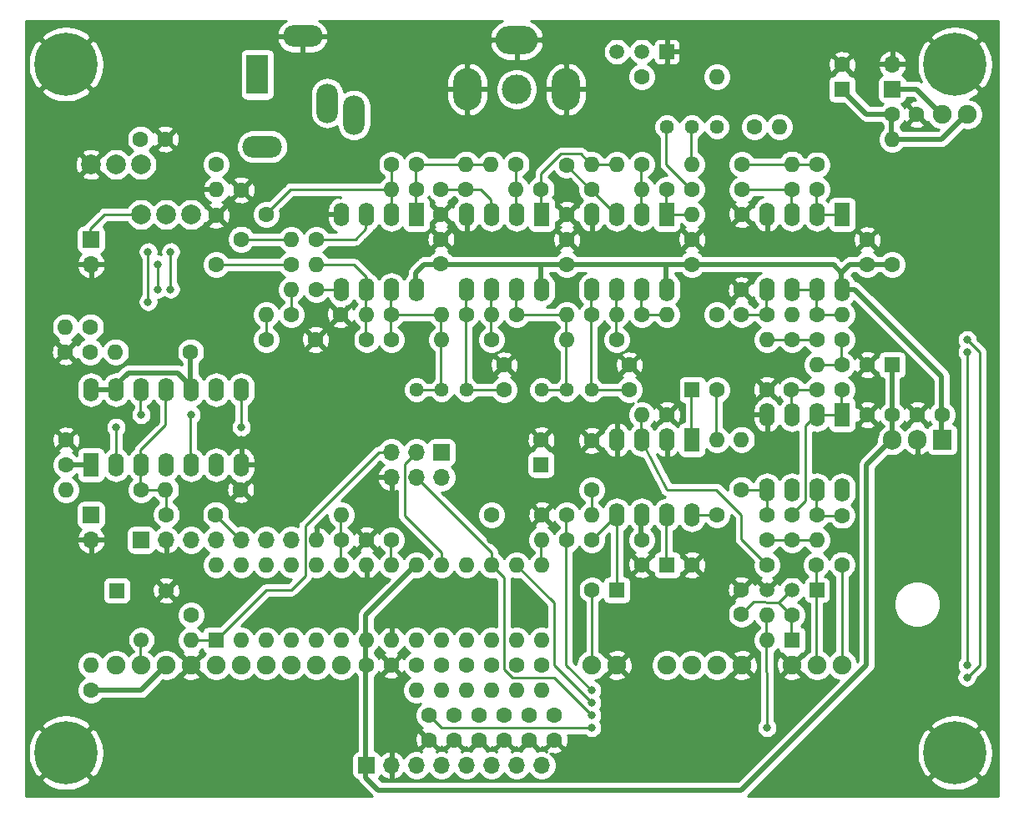
<source format=gbr>
G04 #@! TF.GenerationSoftware,KiCad,Pcbnew,5.1.6-c6e7f7d~86~ubuntu18.04.1*
G04 #@! TF.CreationDate,2020-05-15T23:14:17+02:00*
G04 #@! TF.ProjectId,rx,72782e6b-6963-4616-945f-706362585858,rev?*
G04 #@! TF.SameCoordinates,Original*
G04 #@! TF.FileFunction,Copper,L2,Bot*
G04 #@! TF.FilePolarity,Positive*
%FSLAX46Y46*%
G04 Gerber Fmt 4.6, Leading zero omitted, Abs format (unit mm)*
G04 Created by KiCad (PCBNEW 5.1.6-c6e7f7d~86~ubuntu18.04.1) date 2020-05-15 23:14:17*
%MOMM*%
%LPD*%
G01*
G04 APERTURE LIST*
G04 #@! TA.AperFunction,ComponentPad*
%ADD10C,1.600000*%
G04 #@! TD*
G04 #@! TA.AperFunction,ComponentPad*
%ADD11O,1.600000X2.400000*%
G04 #@! TD*
G04 #@! TA.AperFunction,ComponentPad*
%ADD12R,1.600000X2.400000*%
G04 #@! TD*
G04 #@! TA.AperFunction,ComponentPad*
%ADD13O,1.905000X2.000000*%
G04 #@! TD*
G04 #@! TA.AperFunction,ComponentPad*
%ADD14R,1.905000X2.000000*%
G04 #@! TD*
G04 #@! TA.AperFunction,ComponentPad*
%ADD15O,1.600000X1.600000*%
G04 #@! TD*
G04 #@! TA.AperFunction,ComponentPad*
%ADD16R,1.600000X1.600000*%
G04 #@! TD*
G04 #@! TA.AperFunction,ComponentPad*
%ADD17C,1.550000*%
G04 #@! TD*
G04 #@! TA.AperFunction,ComponentPad*
%ADD18R,1.550000X1.550000*%
G04 #@! TD*
G04 #@! TA.AperFunction,ComponentPad*
%ADD19O,1.700000X1.700000*%
G04 #@! TD*
G04 #@! TA.AperFunction,ComponentPad*
%ADD20R,1.700000X1.700000*%
G04 #@! TD*
G04 #@! TA.AperFunction,ComponentPad*
%ADD21R,1.500000X1.500000*%
G04 #@! TD*
G04 #@! TA.AperFunction,ComponentPad*
%ADD22C,1.500000*%
G04 #@! TD*
G04 #@! TA.AperFunction,ComponentPad*
%ADD23C,1.900000*%
G04 #@! TD*
G04 #@! TA.AperFunction,ComponentPad*
%ADD24C,3.000000*%
G04 #@! TD*
G04 #@! TA.AperFunction,ComponentPad*
%ADD25O,2.900000X4.300000*%
G04 #@! TD*
G04 #@! TA.AperFunction,ComponentPad*
%ADD26O,4.300000X2.900000*%
G04 #@! TD*
G04 #@! TA.AperFunction,ComponentPad*
%ADD27O,4.000000X2.200000*%
G04 #@! TD*
G04 #@! TA.AperFunction,ComponentPad*
%ADD28O,2.200000X4.000000*%
G04 #@! TD*
G04 #@! TA.AperFunction,ComponentPad*
%ADD29R,2.200000X4.000000*%
G04 #@! TD*
G04 #@! TA.AperFunction,ComponentPad*
%ADD30C,0.800000*%
G04 #@! TD*
G04 #@! TA.AperFunction,ComponentPad*
%ADD31C,6.400000*%
G04 #@! TD*
G04 #@! TA.AperFunction,ComponentPad*
%ADD32C,2.000000*%
G04 #@! TD*
G04 #@! TA.AperFunction,ComponentPad*
%ADD33C,1.440000*%
G04 #@! TD*
G04 #@! TA.AperFunction,ViaPad*
%ADD34C,0.800000*%
G04 #@! TD*
G04 #@! TA.AperFunction,Conductor*
%ADD35C,0.250000*%
G04 #@! TD*
G04 #@! TA.AperFunction,Conductor*
%ADD36C,0.500000*%
G04 #@! TD*
G04 #@! TA.AperFunction,Conductor*
%ADD37C,0.254000*%
G04 #@! TD*
G04 APERTURE END LIST*
D10*
X166670000Y-116070000D03*
X166670000Y-113570000D03*
X161590000Y-103490000D03*
X161590000Y-108490000D03*
D11*
X143810000Y-88170000D03*
X136190000Y-80550000D03*
X141270000Y-88170000D03*
X138730000Y-80550000D03*
X138730000Y-88170000D03*
X141270000Y-80550000D03*
X136190000Y-88170000D03*
D12*
X143810000Y-80550000D03*
D13*
X192070000Y-103410000D03*
X194610000Y-103410000D03*
D14*
X197150000Y-103410000D03*
D15*
X118364000Y-108458000D03*
D10*
X125984000Y-108458000D03*
D15*
X108250000Y-108490000D03*
D10*
X115870000Y-108490000D03*
D15*
X174290000Y-103410000D03*
D10*
X174290000Y-111030000D03*
D15*
X174290000Y-66580000D03*
D10*
X166670000Y-66580000D03*
D15*
X192070000Y-72930000D03*
D10*
X192070000Y-85630000D03*
D15*
X136190000Y-111030000D03*
D10*
X151430000Y-111030000D03*
D15*
X176784000Y-103378000D03*
D10*
X176784000Y-108458000D03*
D15*
X123490000Y-116110000D03*
X156510000Y-123730000D03*
X126030000Y-116110000D03*
X153970000Y-123730000D03*
X128570000Y-116110000D03*
X151430000Y-123730000D03*
X131110000Y-116110000D03*
X148890000Y-123730000D03*
X133650000Y-116110000D03*
X146350000Y-123730000D03*
X136190000Y-116110000D03*
X143810000Y-123730000D03*
X138730000Y-116110000D03*
X141270000Y-123730000D03*
X141270000Y-116110000D03*
X138730000Y-123730000D03*
X143810000Y-116110000D03*
X136190000Y-123730000D03*
X146350000Y-116110000D03*
X133650000Y-123730000D03*
X148890000Y-116110000D03*
X131110000Y-123730000D03*
X151430000Y-116110000D03*
X128570000Y-123730000D03*
X153970000Y-116110000D03*
X126030000Y-123730000D03*
X156510000Y-116110000D03*
D16*
X123490000Y-123730000D03*
D15*
X110790000Y-126270000D03*
D10*
X110790000Y-128810000D03*
D17*
X115910000Y-123698000D03*
D18*
X113410000Y-118698000D03*
D17*
X118410000Y-118698000D03*
D19*
X110790000Y-113570000D03*
D20*
X110790000Y-111030000D03*
D15*
X120950000Y-123730000D03*
D10*
X120950000Y-121190000D03*
D19*
X156510000Y-136430000D03*
X153970000Y-136430000D03*
X151430000Y-136430000D03*
X148890000Y-136430000D03*
X146350000Y-136430000D03*
X143810000Y-136430000D03*
X141270000Y-136430000D03*
D20*
X138730000Y-136430000D03*
D21*
X169210000Y-64040000D03*
D22*
X164130000Y-64040000D03*
X166670000Y-64040000D03*
D23*
X176830000Y-126270000D03*
X174290000Y-126270000D03*
X171750000Y-126270000D03*
X169210000Y-126270000D03*
X136190000Y-126270000D03*
X133650000Y-126270000D03*
X131110000Y-126270000D03*
X128570000Y-126270000D03*
X126030000Y-126270000D03*
X123490000Y-126270000D03*
X120950000Y-126270000D03*
X118410000Y-126270000D03*
X115870000Y-126270000D03*
X113330000Y-126270000D03*
X186990000Y-126270000D03*
X184450000Y-126270000D03*
X181910000Y-126270000D03*
X199690000Y-70390000D03*
X197150000Y-70390000D03*
X164130000Y-126270000D03*
X161590000Y-126270000D03*
D24*
X153970000Y-67850000D03*
D25*
X158970000Y-67850000D03*
X148970000Y-67850000D03*
D26*
X153970000Y-62850000D03*
D15*
X156510000Y-113570000D03*
D10*
X159050000Y-113570000D03*
D15*
X133650000Y-113570000D03*
D10*
X136190000Y-113570000D03*
D15*
X148890000Y-128810000D03*
D10*
X148890000Y-126270000D03*
D15*
X151430000Y-128810000D03*
D10*
X151430000Y-126270000D03*
D15*
X153970000Y-128810000D03*
D10*
X153970000Y-126270000D03*
D15*
X146350000Y-128810000D03*
D10*
X146350000Y-126270000D03*
D15*
X156510000Y-128810000D03*
D10*
X156510000Y-126270000D03*
D15*
X143810000Y-128810000D03*
D10*
X143810000Y-126270000D03*
D27*
X132260000Y-62460000D03*
D28*
X137460000Y-70460000D03*
X134760000Y-69260000D03*
D27*
X128160000Y-73660000D03*
D29*
X127660000Y-66360000D03*
D19*
X141270000Y-107220000D03*
X141270000Y-104680000D03*
X143810000Y-107220000D03*
X143810000Y-104680000D03*
X146350000Y-107220000D03*
D20*
X146350000Y-104680000D03*
D10*
X150160000Y-131390000D03*
X150160000Y-133890000D03*
X152700000Y-131350000D03*
X152700000Y-133850000D03*
X159050000Y-111030000D03*
X156550000Y-111030000D03*
X155240000Y-131390000D03*
X155240000Y-133890000D03*
X147620000Y-131350000D03*
X147620000Y-133850000D03*
X157780000Y-131350000D03*
X157780000Y-133850000D03*
X145080000Y-131350000D03*
X145080000Y-133850000D03*
X141230000Y-126270000D03*
X138730000Y-126270000D03*
X141270000Y-113570000D03*
X138770000Y-113570000D03*
X123444000Y-110998000D03*
X118444000Y-110998000D03*
D15*
X179370000Y-123730000D03*
D16*
X181910000Y-123730000D03*
D21*
X184450000Y-118650000D03*
D22*
X179370000Y-118650000D03*
X181910000Y-118650000D03*
D15*
X169210000Y-90710000D03*
D10*
X174290000Y-90710000D03*
D15*
X171750000Y-75470000D03*
D10*
X176830000Y-75470000D03*
D30*
X109947056Y-133462944D03*
X108250000Y-132760000D03*
X106552944Y-133462944D03*
X105850000Y-135160000D03*
X106552944Y-136857056D03*
X108250000Y-137560000D03*
X109947056Y-136857056D03*
X110650000Y-135160000D03*
D31*
X108250000Y-135160000D03*
D30*
X200117056Y-133462944D03*
X198420000Y-132760000D03*
X196722944Y-133462944D03*
X196020000Y-135160000D03*
X196722944Y-136857056D03*
X198420000Y-137560000D03*
X200117056Y-136857056D03*
X200820000Y-135160000D03*
D31*
X198420000Y-135160000D03*
D30*
X200117056Y-63612944D03*
X198420000Y-62910000D03*
X196722944Y-63612944D03*
X196020000Y-65310000D03*
X196722944Y-67007056D03*
X198420000Y-67710000D03*
X200117056Y-67007056D03*
X200820000Y-65310000D03*
D31*
X198420000Y-65310000D03*
D30*
X109947056Y-63612944D03*
X108250000Y-62910000D03*
X106552944Y-63612944D03*
X105850000Y-65310000D03*
X106552944Y-67007056D03*
X108250000Y-67710000D03*
X109947056Y-67007056D03*
X110650000Y-65310000D03*
D31*
X108250000Y-65310000D03*
D15*
X131110000Y-83090000D03*
D10*
X133650000Y-83090000D03*
D15*
X133650000Y-85630000D03*
D10*
X131110000Y-85630000D03*
D15*
X131110000Y-88170000D03*
D10*
X133650000Y-88170000D03*
D15*
X113284000Y-94488000D03*
D10*
X120904000Y-94488000D03*
X189570000Y-95790000D03*
D16*
X192070000Y-95790000D03*
D10*
X189570000Y-100870000D03*
X192070000Y-100870000D03*
X194610000Y-100870000D03*
X197110000Y-100870000D03*
D15*
X159050000Y-93250000D03*
D10*
X164130000Y-93250000D03*
D15*
X146350000Y-93250000D03*
D10*
X151430000Y-93250000D03*
D15*
X128570000Y-90710000D03*
D10*
X128570000Y-80550000D03*
D32*
X120950000Y-80550000D03*
X115870000Y-75470000D03*
X113330000Y-75470000D03*
X110790000Y-75470000D03*
X115870000Y-80550000D03*
X118410000Y-80550000D03*
D10*
X186990000Y-111078000D03*
X186990000Y-116078000D03*
X186990000Y-65350000D03*
D16*
X186990000Y-67850000D03*
D10*
X184370000Y-116110000D03*
X179370000Y-116110000D03*
D11*
X110790000Y-98330000D03*
X126030000Y-105950000D03*
X113330000Y-98330000D03*
X123490000Y-105950000D03*
X115870000Y-98330000D03*
X120950000Y-105950000D03*
X118410000Y-98330000D03*
X118410000Y-105950000D03*
X120950000Y-98330000D03*
X115870000Y-105950000D03*
X123490000Y-98330000D03*
X113330000Y-105950000D03*
X126030000Y-98330000D03*
D12*
X110790000Y-105950000D03*
D11*
X169210000Y-88170000D03*
X161590000Y-80550000D03*
X166670000Y-88170000D03*
X164130000Y-80550000D03*
X164130000Y-88170000D03*
X166670000Y-80550000D03*
X161590000Y-88170000D03*
D12*
X169210000Y-80550000D03*
D11*
X156510000Y-88170000D03*
X148890000Y-80550000D03*
X153970000Y-88170000D03*
X151430000Y-80550000D03*
X151430000Y-88170000D03*
X153970000Y-80550000D03*
X148890000Y-88170000D03*
D12*
X156510000Y-80550000D03*
D11*
X186990000Y-108490000D03*
X179370000Y-100870000D03*
X184450000Y-108490000D03*
X181910000Y-100870000D03*
X181910000Y-108490000D03*
X184450000Y-100870000D03*
X179370000Y-108490000D03*
D12*
X186990000Y-100870000D03*
D11*
X171750000Y-111030000D03*
X164130000Y-103410000D03*
X169210000Y-111030000D03*
X166670000Y-103410000D03*
X166670000Y-111030000D03*
X169210000Y-103410000D03*
X164130000Y-111030000D03*
D12*
X171750000Y-103410000D03*
D11*
X186990000Y-88170000D03*
X179370000Y-80550000D03*
X184450000Y-88170000D03*
X181910000Y-80550000D03*
X181910000Y-88170000D03*
X184450000Y-80550000D03*
X179370000Y-88170000D03*
D12*
X186990000Y-80550000D03*
D33*
X174290000Y-71660000D03*
X171750000Y-71660000D03*
X169210000Y-71660000D03*
X156510000Y-98330000D03*
X159050000Y-98330000D03*
X161590000Y-98330000D03*
X143810000Y-98330000D03*
X146350000Y-98330000D03*
X148890000Y-98330000D03*
D15*
X171750000Y-80550000D03*
D10*
X171750000Y-78010000D03*
D15*
X164130000Y-90710000D03*
D10*
X166670000Y-90710000D03*
D15*
X166670000Y-78010000D03*
D10*
X169210000Y-78010000D03*
D15*
X159050000Y-90710000D03*
D10*
X161590000Y-90710000D03*
D15*
X164130000Y-75470000D03*
D10*
X166670000Y-75470000D03*
D15*
X161590000Y-75470000D03*
D10*
X161590000Y-78010000D03*
D15*
X151430000Y-90710000D03*
D10*
X153970000Y-90710000D03*
D15*
X153924000Y-77978000D03*
D10*
X156464000Y-77978000D03*
D15*
X146350000Y-90710000D03*
D10*
X148890000Y-90710000D03*
D15*
X151384000Y-75438000D03*
D10*
X153924000Y-75438000D03*
D15*
X148844000Y-75438000D03*
D10*
X148844000Y-77978000D03*
D15*
X138730000Y-90710000D03*
D10*
X141270000Y-90710000D03*
D15*
X141270000Y-78010000D03*
D10*
X143810000Y-78010000D03*
D15*
X184450000Y-113570000D03*
D10*
X184450000Y-111030000D03*
D15*
X184450000Y-95790000D03*
D10*
X184450000Y-98330000D03*
D15*
X186990000Y-90710000D03*
D10*
X186990000Y-93250000D03*
D15*
X161590000Y-111030000D03*
D10*
X161590000Y-113570000D03*
D15*
X179370000Y-93250000D03*
D10*
X179370000Y-90710000D03*
D15*
X181910000Y-90710000D03*
D10*
X181910000Y-93250000D03*
D15*
X166670000Y-100870000D03*
D10*
X169210000Y-100870000D03*
D15*
X181910000Y-75438000D03*
D10*
X181910000Y-77978000D03*
D15*
X179370000Y-121190000D03*
D10*
X181910000Y-121190000D03*
D15*
X180640000Y-71660000D03*
D10*
X178100000Y-71660000D03*
D15*
X108204000Y-91948000D03*
D10*
X110744000Y-91948000D03*
D15*
X123490000Y-78010000D03*
D10*
X123490000Y-75470000D03*
D19*
X131110000Y-113570000D03*
X128570000Y-113570000D03*
X126030000Y-113570000D03*
X123490000Y-113570000D03*
X120950000Y-113570000D03*
X118410000Y-113570000D03*
D20*
X115870000Y-113570000D03*
D19*
X192070000Y-65310000D03*
D20*
X192070000Y-67850000D03*
D19*
X110790000Y-85630000D03*
D20*
X110790000Y-83090000D03*
D10*
X108250000Y-105950000D03*
X108250000Y-103450000D03*
X165400000Y-98330000D03*
X165400000Y-95830000D03*
X159050000Y-80550000D03*
X159050000Y-75550000D03*
X152700000Y-98330000D03*
X152700000Y-95830000D03*
X171750000Y-83098000D03*
X171750000Y-85598000D03*
X146304000Y-80518000D03*
X146304000Y-78018000D03*
X159050000Y-83130000D03*
X159050000Y-85630000D03*
X138770000Y-93250000D03*
X141270000Y-93250000D03*
X141310000Y-75470000D03*
X143810000Y-75470000D03*
X146304000Y-83058000D03*
X146304000Y-85558000D03*
X179370000Y-111070000D03*
X179370000Y-113570000D03*
X194564000Y-70390000D03*
X192064000Y-70390000D03*
X181910000Y-113570000D03*
X181910000Y-111070000D03*
X179364000Y-98330000D03*
X181864000Y-98330000D03*
X189530000Y-83130000D03*
X189530000Y-85630000D03*
X186990000Y-98330000D03*
X186990000Y-95830000D03*
X176784000Y-88210000D03*
X176784000Y-90710000D03*
X161630000Y-118650000D03*
D16*
X164130000Y-118650000D03*
D10*
X184450000Y-90750000D03*
X184450000Y-93250000D03*
X174290000Y-98330000D03*
D16*
X171790000Y-98330000D03*
D10*
X171750000Y-116110000D03*
D16*
X169250000Y-116110000D03*
D10*
X156464000Y-103418000D03*
D16*
X156464000Y-105918000D03*
D10*
X176830000Y-80550000D03*
X176830000Y-78050000D03*
X184450000Y-78010000D03*
X184450000Y-75510000D03*
X176784000Y-118618000D03*
X176784000Y-121118000D03*
X108204000Y-94488000D03*
X110704000Y-94488000D03*
X133570000Y-93250000D03*
X128570000Y-93250000D03*
X123490000Y-80630000D03*
X123490000Y-85630000D03*
X136110000Y-90710000D03*
X131110000Y-90710000D03*
X126030000Y-78058000D03*
X126030000Y-83058000D03*
X118324000Y-72898000D03*
X115824000Y-72898000D03*
D34*
X118872000Y-83058000D03*
X116505000Y-83058000D03*
X112776000Y-83058000D03*
X110790000Y-80550000D03*
X110790000Y-78010000D03*
X115870000Y-78010000D03*
X120950000Y-78010000D03*
X118410000Y-78010000D03*
X120950000Y-72930000D03*
X125984000Y-93218000D03*
X123444000Y-90678000D03*
X159004000Y-88138000D03*
X153924000Y-93218000D03*
X143764000Y-93218000D03*
X133604000Y-80518000D03*
X131110000Y-80550000D03*
X118410000Y-90710000D03*
X118410000Y-94520000D03*
X171704000Y-88138000D03*
X141270000Y-128810000D03*
X141270000Y-131350000D03*
X141270000Y-133890000D03*
X136190000Y-133890000D03*
X136190000Y-131350000D03*
X136144000Y-136398000D03*
X189484000Y-65278000D03*
X189484000Y-67818000D03*
X194564000Y-75438000D03*
X197104000Y-75438000D03*
X199644000Y-75438000D03*
X199644000Y-72898000D03*
X192024000Y-75438000D03*
X189484000Y-72898000D03*
X186944000Y-70358000D03*
X116586000Y-94520000D03*
X110790000Y-88170000D03*
X143764000Y-118618000D03*
X138684000Y-118618000D03*
X131064000Y-121158000D03*
X128524000Y-121158000D03*
X125984000Y-118618000D03*
X123444000Y-118618000D03*
X123444000Y-121158000D03*
X146304000Y-118618000D03*
X148844000Y-118618000D03*
X151384000Y-118618000D03*
X153924000Y-118618000D03*
X153924000Y-113538000D03*
X153924000Y-110998000D03*
X174244000Y-123698000D03*
X174290000Y-113570000D03*
X169210000Y-118650000D03*
X171704000Y-121158000D03*
X106980000Y-88170000D03*
X106980000Y-85630000D03*
X106980000Y-83090000D03*
X106980000Y-80550000D03*
X106980000Y-78010000D03*
X106980000Y-75470000D03*
X123490000Y-72930000D03*
X126030000Y-75470000D03*
X126030000Y-80550000D03*
X128570000Y-78010000D03*
X131110000Y-75470000D03*
X133604000Y-75438000D03*
X136144000Y-75438000D03*
X138684000Y-75438000D03*
X143764000Y-95758000D03*
X156464000Y-95758000D03*
X123444000Y-108458000D03*
X120904000Y-108458000D03*
X113284000Y-108458000D03*
X128524000Y-110998000D03*
X115824000Y-116078000D03*
X110744000Y-118618000D03*
X115824000Y-118618000D03*
X120904000Y-118618000D03*
X108204000Y-100838000D03*
X108204000Y-98298000D03*
X128524000Y-100838000D03*
X131064000Y-110998000D03*
X128524000Y-98298000D03*
X198374000Y-110998000D03*
X195834000Y-110998000D03*
X193294000Y-110998000D03*
X190754000Y-110998000D03*
X198420000Y-113538000D03*
X195880000Y-113570000D03*
X193340000Y-113570000D03*
X190754000Y-113538000D03*
X198420000Y-116110000D03*
X195880000Y-116110000D03*
X193294000Y-116078000D03*
X190754000Y-116078000D03*
X198374000Y-118618000D03*
X190754000Y-118650000D03*
X190800000Y-121158000D03*
X198374000Y-121158000D03*
X118364000Y-116078000D03*
X125984000Y-110998000D03*
X115824000Y-110998000D03*
X120904000Y-110998000D03*
X138684000Y-110998000D03*
X151384000Y-113538000D03*
X113330000Y-113570000D03*
X110790000Y-121190000D03*
X118410000Y-123730000D03*
X110790000Y-123730000D03*
X120950000Y-131350000D03*
X110790000Y-108490000D03*
X123490000Y-103410000D03*
X126030000Y-103410000D03*
X113330000Y-100870000D03*
X174290000Y-107220000D03*
X179370000Y-104680000D03*
X181910000Y-104680000D03*
X184450000Y-104680000D03*
X186990000Y-104680000D03*
X166670000Y-118650000D03*
X198374000Y-108458000D03*
X195834000Y-108458000D03*
X193294000Y-108458000D03*
X190754000Y-108458000D03*
X128570000Y-103410000D03*
X170480000Y-107220000D03*
X164130000Y-108490000D03*
X156510000Y-108490000D03*
X159050000Y-108490000D03*
X161590000Y-116110000D03*
X176830000Y-116110000D03*
X185720000Y-123730000D03*
X185720000Y-121190000D03*
X188260000Y-123730000D03*
X188260000Y-121190000D03*
X188260000Y-118650000D03*
X186990000Y-113570000D03*
X181910000Y-116110000D03*
X174290000Y-118650000D03*
X126030000Y-90710000D03*
X123490000Y-100870000D03*
X117602000Y-88138000D03*
X117602000Y-85598000D03*
X118872000Y-84328000D03*
X118872000Y-88138000D03*
X116586000Y-89408000D03*
X116586000Y-84328000D03*
X115870000Y-100870000D03*
X120950000Y-100870000D03*
X199651000Y-127501000D03*
X199683000Y-93257000D03*
X179370000Y-132620000D03*
X161590000Y-132620000D03*
X113330000Y-102140000D03*
X126030000Y-102140000D03*
X161590000Y-128810000D03*
X161590000Y-130080000D03*
X199690000Y-126270000D03*
X199690000Y-94520000D03*
X161590000Y-131350000D03*
D35*
X110744000Y-81958000D02*
X110744000Y-83058000D01*
X112184000Y-80518000D02*
X110744000Y-81958000D01*
X115824000Y-80518000D02*
X112184000Y-80518000D01*
X169210000Y-108458000D02*
X166624000Y-103378000D01*
X174244000Y-108458000D02*
X169210000Y-108458000D01*
X176784000Y-110998000D02*
X174244000Y-108458000D01*
X179404000Y-116078000D02*
X176784000Y-113458000D01*
X166624000Y-103378000D02*
X166624000Y-100838000D01*
X176784000Y-113458000D02*
X176784000Y-110998000D01*
X125984000Y-83058000D02*
X131064000Y-83058000D01*
X117602000Y-85598000D02*
X117602000Y-88138000D01*
X118872000Y-84328000D02*
X118872000Y-88138000D01*
X131110000Y-90710000D02*
X131110000Y-88170000D01*
X116586000Y-89662000D02*
X116586000Y-84328000D01*
X128570000Y-93250000D02*
X128570000Y-90710000D01*
X123444000Y-85598000D02*
X131064000Y-85598000D01*
D36*
X143764000Y-86438000D02*
X143764000Y-88138000D01*
X144604000Y-85598000D02*
X143764000Y-86438000D01*
X156464000Y-88138000D02*
X156464000Y-85598000D01*
X156464000Y-85598000D02*
X144604000Y-85598000D01*
X169164000Y-88138000D02*
X169164000Y-85598000D01*
X171704000Y-85598000D02*
X169164000Y-85598000D01*
X169164000Y-85598000D02*
X156464000Y-85598000D01*
X186944000Y-86438000D02*
X186944000Y-88138000D01*
X186104000Y-85598000D02*
X186944000Y-86438000D01*
X171704000Y-85598000D02*
X186104000Y-85598000D01*
X187784000Y-85598000D02*
X186944000Y-86438000D01*
X189484000Y-85598000D02*
X187784000Y-85598000D01*
X166624000Y-113538000D02*
X166624000Y-110998000D01*
X197104000Y-96998000D02*
X197104000Y-103378000D01*
X186944000Y-88138000D02*
X188244000Y-88138000D01*
X188244000Y-88138000D02*
X197104000Y-96998000D01*
X192024000Y-85598000D02*
X189484000Y-85598000D01*
D35*
X181864000Y-123698000D02*
X181864000Y-121158000D01*
X178054000Y-119868000D02*
X176784000Y-121118000D01*
X181864000Y-118618000D02*
X180594000Y-119888000D01*
X180594000Y-119888000D02*
X178054000Y-119868000D01*
X181864000Y-121158000D02*
X180594000Y-119888000D01*
X186944000Y-80518000D02*
X184404000Y-80518000D01*
X184404000Y-77978000D02*
X184404000Y-80518000D01*
X184364000Y-75438000D02*
X184404000Y-75478000D01*
X176784000Y-75438000D02*
X184364000Y-75438000D01*
X181824000Y-78018000D02*
X181864000Y-77978000D01*
X176784000Y-78018000D02*
X181824000Y-78018000D01*
X181864000Y-77978000D02*
X181864000Y-80518000D01*
X169164000Y-110998000D02*
X169164000Y-116078000D01*
X174204000Y-103338000D02*
X174244000Y-103378000D01*
X174204000Y-98298000D02*
X174204000Y-103338000D01*
X171704000Y-98298000D02*
X171704000Y-103378000D01*
X181864000Y-88138000D02*
X184404000Y-88138000D01*
X184404000Y-88138000D02*
X184404000Y-90678000D01*
X184404000Y-90678000D02*
X186944000Y-90678000D01*
X184364000Y-93218000D02*
X184404000Y-93178000D01*
X179324000Y-93218000D02*
X184364000Y-93218000D01*
X161590000Y-108490000D02*
X161590000Y-111030000D01*
X161630000Y-126230000D02*
X161590000Y-126270000D01*
X161630000Y-118650000D02*
X161630000Y-126230000D01*
X164130000Y-111030000D02*
X164130000Y-118650000D01*
X161590000Y-113570000D02*
X164130000Y-111030000D01*
X176784000Y-90678000D02*
X179324000Y-90678000D01*
X179324000Y-88138000D02*
X179324000Y-90678000D01*
X183278990Y-101963010D02*
X184404000Y-100838000D01*
X183278990Y-109623010D02*
X183278990Y-101963010D01*
X181864000Y-111038000D02*
X183278990Y-109623010D01*
X184404000Y-100838000D02*
X186944000Y-100838000D01*
X186944000Y-98258000D02*
X186944000Y-100838000D01*
X186944000Y-93218000D02*
X186944000Y-95758000D01*
X184404000Y-95758000D02*
X186944000Y-95758000D01*
X181864000Y-100838000D02*
X181864000Y-98298000D01*
X181864000Y-98298000D02*
X184404000Y-98298000D01*
X179324000Y-113538000D02*
X184404000Y-113538000D01*
D36*
X197104000Y-72898000D02*
X199644000Y-70358000D01*
X192024000Y-72898000D02*
X197104000Y-72898000D01*
X192024000Y-70358000D02*
X192024000Y-72898000D01*
X189484000Y-70358000D02*
X186944000Y-67818000D01*
X192064000Y-70358000D02*
X189484000Y-70358000D01*
D35*
X176784000Y-108458000D02*
X179324000Y-108458000D01*
X179370000Y-108490000D02*
X179370000Y-111070000D01*
X186990000Y-116078000D02*
X186990000Y-126270000D01*
X141264000Y-80478000D02*
X141224000Y-80518000D01*
X141264000Y-75438000D02*
X141264000Y-80478000D01*
X131064000Y-77978000D02*
X128524000Y-80518000D01*
X141224000Y-77978000D02*
X131064000Y-77978000D01*
X143764000Y-75438000D02*
X143764000Y-80518000D01*
X143764000Y-75438000D02*
X151384000Y-75438000D01*
X138684000Y-93178000D02*
X138724000Y-93218000D01*
X138684000Y-88138000D02*
X138684000Y-93178000D01*
X133650000Y-85630000D02*
X137460000Y-85630000D01*
X137460000Y-85630000D02*
X138730000Y-86900000D01*
X138730000Y-86900000D02*
X138730000Y-88170000D01*
X141224000Y-88138000D02*
X141224000Y-93218000D01*
X141224000Y-90678000D02*
X146304000Y-90678000D01*
X143764000Y-98298000D02*
X146304000Y-98298000D01*
X146304000Y-98298000D02*
X146304000Y-90678000D01*
X151384000Y-79068000D02*
X151384000Y-80518000D01*
X150334000Y-78018000D02*
X151384000Y-79068000D01*
X146304000Y-78018000D02*
X150334000Y-78018000D01*
X148844000Y-88138000D02*
X148844000Y-98298000D01*
X148844000Y-98298000D02*
X152654000Y-98298000D01*
X161464000Y-77978000D02*
X161544000Y-77978000D01*
X159004000Y-75518000D02*
X161464000Y-77978000D01*
X161544000Y-77978000D02*
X164084000Y-80518000D01*
X161544000Y-88138000D02*
X161544000Y-98298000D01*
X165314000Y-98298000D02*
X165354000Y-98258000D01*
X161544000Y-98298000D02*
X165314000Y-98298000D01*
X118364000Y-101928000D02*
X118364000Y-98298000D01*
X115824000Y-104468000D02*
X118364000Y-101928000D01*
X115824000Y-105918000D02*
X115824000Y-104468000D01*
X118364000Y-108458000D02*
X115824000Y-108458000D01*
X115824000Y-108458000D02*
X115824000Y-105918000D01*
X118444000Y-108538000D02*
X118364000Y-108458000D01*
X118444000Y-110998000D02*
X118444000Y-108538000D01*
D36*
X120904000Y-94488000D02*
X120904000Y-98298000D01*
X110744000Y-98298000D02*
X113284000Y-98298000D01*
X120904000Y-97898000D02*
X120904000Y-98298000D01*
X119604000Y-96598000D02*
X120904000Y-97898000D01*
X114584000Y-96598000D02*
X119604000Y-96598000D01*
X113284000Y-97898000D02*
X114584000Y-96598000D01*
X113284000Y-98298000D02*
X113284000Y-97898000D01*
X138684000Y-121158000D02*
X143764000Y-116078000D01*
X138684000Y-136398000D02*
X138684000Y-121158000D01*
X191984000Y-103338000D02*
X192024000Y-103378000D01*
X113324000Y-118698000D02*
X113364000Y-118698000D01*
X189484000Y-105918000D02*
X192024000Y-103378000D01*
X189484000Y-126238000D02*
X189484000Y-105918000D01*
X176784000Y-138938000D02*
X189484000Y-126238000D01*
X139954000Y-138938000D02*
X176784000Y-138938000D01*
X138684000Y-136398000D02*
X138684000Y-137668000D01*
X138684000Y-137668000D02*
X139954000Y-138938000D01*
X192070000Y-95790000D02*
X192070000Y-103410000D01*
X108204000Y-105956000D02*
X108250000Y-105910000D01*
X108258000Y-105918000D02*
X108250000Y-105910000D01*
X110744000Y-105918000D02*
X108258000Y-105918000D01*
X194564000Y-67818000D02*
X197104000Y-70358000D01*
X192024000Y-67818000D02*
X194564000Y-67818000D01*
D35*
X184404000Y-126238000D02*
X184404000Y-116078000D01*
X115824000Y-98298000D02*
X115824000Y-100838000D01*
X120904000Y-105918000D02*
X120904000Y-100838000D01*
X171704000Y-71628000D02*
X171704000Y-75438000D01*
X171704000Y-110998000D02*
X174244000Y-110998000D01*
X138684000Y-81968000D02*
X138684000Y-80518000D01*
X137594000Y-83058000D02*
X138684000Y-81968000D01*
X133604000Y-83058000D02*
X137594000Y-83058000D01*
X133604000Y-88138000D02*
X136144000Y-88138000D01*
X153924000Y-75438000D02*
X153924000Y-80518000D01*
X151384000Y-88138000D02*
X151384000Y-93218000D01*
X164084000Y-75438000D02*
X161544000Y-75438000D01*
X156464000Y-76392998D02*
X156464000Y-77978000D01*
X158463999Y-74392999D02*
X156464000Y-76392998D01*
X160498999Y-74392999D02*
X158463999Y-74392999D01*
X161544000Y-75438000D02*
X160498999Y-74392999D01*
X156464000Y-80518000D02*
X156464000Y-77978000D01*
X153924000Y-88138000D02*
X153924000Y-90678000D01*
X153924000Y-90678000D02*
X159004000Y-90678000D01*
X159004000Y-90678000D02*
X159004000Y-98298000D01*
X156464000Y-98298000D02*
X159004000Y-98298000D01*
X166624000Y-75438000D02*
X166624000Y-80518000D01*
X164084000Y-88138000D02*
X164084000Y-93218000D01*
X169164000Y-77978000D02*
X169164000Y-80518000D01*
X171704000Y-80518000D02*
X169164000Y-80518000D01*
X166624000Y-88138000D02*
X166624000Y-90678000D01*
X166624000Y-90678000D02*
X169164000Y-90678000D01*
X169164000Y-75438000D02*
X169164000Y-71628000D01*
X171704000Y-77978000D02*
X169164000Y-75438000D01*
X184484000Y-111078000D02*
X184404000Y-110998000D01*
X186944000Y-111078000D02*
X184484000Y-111078000D01*
X184404000Y-108458000D02*
X184404000Y-110998000D01*
X199651000Y-127501000D02*
X200960000Y-126270000D01*
X200960000Y-94520000D02*
X199683000Y-93257000D01*
X200960000Y-126270000D02*
X200960000Y-94520000D01*
X179370000Y-132620000D02*
X179324000Y-121158000D01*
X146350000Y-132620000D02*
X145080000Y-131350000D01*
X161590000Y-132620000D02*
X146350000Y-132620000D01*
X126030000Y-102140000D02*
X126030000Y-98330000D01*
X113330000Y-102140000D02*
X113330000Y-105950000D01*
X141224000Y-113538000D02*
X141224000Y-116078000D01*
X161590000Y-128810000D02*
X159004000Y-126238000D01*
X159004000Y-126238000D02*
X159004000Y-113538000D01*
X159004000Y-113538000D02*
X159004000Y-110998000D01*
X120904000Y-123698000D02*
X123444000Y-123698000D01*
X123490000Y-123730000D02*
X128570000Y-118650000D01*
X128570000Y-118650000D02*
X131110000Y-118650000D01*
X132524999Y-117235001D02*
X132524999Y-112155001D01*
X131110000Y-118650000D02*
X132524999Y-117235001D01*
X140000000Y-104680000D02*
X141270000Y-104680000D01*
X132524999Y-112155001D02*
X140000000Y-104680000D01*
X120824000Y-113458000D02*
X120904000Y-113538000D01*
X115824000Y-123698000D02*
X115824000Y-126238000D01*
X157780000Y-119920000D02*
X157780000Y-126270000D01*
X157780000Y-126270000D02*
X161734999Y-130224999D01*
X153924000Y-116078000D02*
X157780000Y-119920000D01*
X199690000Y-94520000D02*
X199690000Y-126270000D01*
X152700000Y-117380000D02*
X151430000Y-116110000D01*
X152700000Y-126665002D02*
X152700000Y-117380000D01*
X161590000Y-131350000D02*
X157780000Y-127540000D01*
X153574998Y-127540000D02*
X152700000Y-126665002D01*
X157780000Y-127540000D02*
X153574998Y-127540000D01*
X151430000Y-114840000D02*
X151430000Y-116110000D01*
X143810000Y-107220000D02*
X151430000Y-114840000D01*
X136144000Y-110998000D02*
X136144000Y-116078000D01*
X156464000Y-113538000D02*
X156464000Y-116078000D01*
X146350000Y-116110000D02*
X146350000Y-114840000D01*
X142634999Y-105855001D02*
X143810000Y-104680000D01*
X142634999Y-111124999D02*
X142634999Y-105855001D01*
X146350000Y-114840000D02*
X142634999Y-111124999D01*
D36*
X115870000Y-128810000D02*
X118410000Y-126270000D01*
X110790000Y-128810000D02*
X115870000Y-128810000D01*
D35*
X123444000Y-110998000D02*
X125984000Y-113538000D01*
D37*
G36*
X130578712Y-60905670D02*
G01*
X130290489Y-61087958D01*
X130043367Y-61322973D01*
X129846843Y-61601683D01*
X129708469Y-61913378D01*
X129670825Y-62063878D01*
X129788875Y-62333000D01*
X132133000Y-62333000D01*
X132133000Y-62313000D01*
X132387000Y-62313000D01*
X132387000Y-62333000D01*
X134731125Y-62333000D01*
X134849175Y-62063878D01*
X134811531Y-61913378D01*
X134673157Y-61601683D01*
X134476633Y-61322973D01*
X134229511Y-61087958D01*
X133941288Y-60905670D01*
X133926564Y-60900000D01*
X152549623Y-60900000D01*
X152354772Y-60972312D01*
X152006039Y-61186943D01*
X151705879Y-61465485D01*
X151465828Y-61797233D01*
X151295110Y-62169438D01*
X151234360Y-62399003D01*
X151347941Y-62723000D01*
X153843000Y-62723000D01*
X153843000Y-62703000D01*
X154097000Y-62703000D01*
X154097000Y-62723000D01*
X156592059Y-62723000D01*
X156631981Y-62609119D01*
X195898724Y-62609119D01*
X198420000Y-65130395D01*
X200941276Y-62609119D01*
X200581088Y-62119452D01*
X199917118Y-61759151D01*
X199195615Y-61535306D01*
X198444305Y-61456520D01*
X197692062Y-61525822D01*
X196967792Y-61740548D01*
X196299330Y-62092445D01*
X196258912Y-62119452D01*
X195898724Y-62609119D01*
X156631981Y-62609119D01*
X156705640Y-62399003D01*
X156644890Y-62169438D01*
X156474172Y-61797233D01*
X156234121Y-61465485D01*
X155933961Y-61186943D01*
X155585228Y-60972312D01*
X155390377Y-60900000D01*
X202840000Y-60900000D01*
X202840001Y-139580000D01*
X177396754Y-139580000D01*
X177412817Y-139566817D01*
X177440534Y-139533044D01*
X179112697Y-137860881D01*
X195898724Y-137860881D01*
X196258912Y-138350548D01*
X196922882Y-138710849D01*
X197644385Y-138934694D01*
X198395695Y-139013480D01*
X199147938Y-138944178D01*
X199872208Y-138729452D01*
X200540670Y-138377555D01*
X200581088Y-138350548D01*
X200941276Y-137860881D01*
X198420000Y-135339605D01*
X195898724Y-137860881D01*
X179112697Y-137860881D01*
X181837883Y-135135695D01*
X194566520Y-135135695D01*
X194635822Y-135887938D01*
X194850548Y-136612208D01*
X195202445Y-137280670D01*
X195229452Y-137321088D01*
X195719119Y-137681276D01*
X198240395Y-135160000D01*
X198599605Y-135160000D01*
X201120881Y-137681276D01*
X201610548Y-137321088D01*
X201970849Y-136657118D01*
X202194694Y-135935615D01*
X202273480Y-135184305D01*
X202204178Y-134432062D01*
X201989452Y-133707792D01*
X201637555Y-133039330D01*
X201610548Y-132998912D01*
X201120881Y-132638724D01*
X198599605Y-135160000D01*
X198240395Y-135160000D01*
X195719119Y-132638724D01*
X195229452Y-132998912D01*
X194869151Y-133662882D01*
X194645306Y-134384385D01*
X194566520Y-135135695D01*
X181837883Y-135135695D01*
X184514459Y-132459119D01*
X195898724Y-132459119D01*
X198420000Y-134980395D01*
X200941276Y-132459119D01*
X200581088Y-131969452D01*
X199917118Y-131609151D01*
X199195615Y-131385306D01*
X198444305Y-131306520D01*
X197692062Y-131375822D01*
X196967792Y-131590548D01*
X196299330Y-131942445D01*
X196258912Y-131969452D01*
X195898724Y-132459119D01*
X184514459Y-132459119D01*
X189574517Y-127399061D01*
X198616000Y-127399061D01*
X198616000Y-127602939D01*
X198655774Y-127802898D01*
X198733795Y-127991256D01*
X198847063Y-128160774D01*
X198991226Y-128304937D01*
X199160744Y-128418205D01*
X199349102Y-128496226D01*
X199549061Y-128536000D01*
X199752939Y-128536000D01*
X199952898Y-128496226D01*
X200141256Y-128418205D01*
X200310774Y-128304937D01*
X200454937Y-128160774D01*
X200568205Y-127991256D01*
X200646226Y-127802898D01*
X200686000Y-127602939D01*
X200686000Y-127570944D01*
X201461980Y-126841204D01*
X201500001Y-126810001D01*
X201540074Y-126761172D01*
X201581652Y-126713567D01*
X201587514Y-126703366D01*
X201594974Y-126694276D01*
X201624760Y-126638552D01*
X201656243Y-126583765D01*
X201660000Y-126572622D01*
X201665546Y-126562247D01*
X201683891Y-126501771D01*
X201704077Y-126441906D01*
X201705588Y-126430243D01*
X201709003Y-126418986D01*
X201715199Y-126356082D01*
X201723316Y-126293441D01*
X201720000Y-126244368D01*
X201720000Y-94555231D01*
X201723665Y-94515791D01*
X201716143Y-94443503D01*
X201709003Y-94371014D01*
X201708389Y-94368988D01*
X201708170Y-94366888D01*
X201686670Y-94297390D01*
X201665546Y-94227753D01*
X201664550Y-94225890D01*
X201663925Y-94223869D01*
X201629240Y-94159831D01*
X201594974Y-94095724D01*
X201593634Y-94094091D01*
X201592626Y-94092230D01*
X201546123Y-94036199D01*
X201500001Y-93979999D01*
X201469382Y-93954871D01*
X200718000Y-93211727D01*
X200718000Y-93155061D01*
X200678226Y-92955102D01*
X200600205Y-92766744D01*
X200486937Y-92597226D01*
X200342774Y-92453063D01*
X200173256Y-92339795D01*
X199984898Y-92261774D01*
X199784939Y-92222000D01*
X199581061Y-92222000D01*
X199381102Y-92261774D01*
X199192744Y-92339795D01*
X199023226Y-92453063D01*
X198879063Y-92597226D01*
X198765795Y-92766744D01*
X198687774Y-92955102D01*
X198648000Y-93155061D01*
X198648000Y-93358939D01*
X198687774Y-93558898D01*
X198765795Y-93747256D01*
X198863671Y-93893738D01*
X198772795Y-94029744D01*
X198694774Y-94218102D01*
X198655000Y-94418061D01*
X198655000Y-94621939D01*
X198694774Y-94821898D01*
X198772795Y-95010256D01*
X198886063Y-95179774D01*
X198930000Y-95223711D01*
X198930001Y-125566288D01*
X198886063Y-125610226D01*
X198772795Y-125779744D01*
X198694774Y-125968102D01*
X198655000Y-126168061D01*
X198655000Y-126371939D01*
X198694774Y-126571898D01*
X198772795Y-126760256D01*
X198836980Y-126856316D01*
X198733795Y-127010744D01*
X198655774Y-127199102D01*
X198616000Y-127399061D01*
X189574517Y-127399061D01*
X190079051Y-126894528D01*
X190112817Y-126866817D01*
X190169239Y-126798068D01*
X190208251Y-126750531D01*
X190223411Y-126732059D01*
X190305589Y-126578313D01*
X190356195Y-126411490D01*
X190369000Y-126281477D01*
X190369000Y-126281467D01*
X190373281Y-126238001D01*
X190369000Y-126194535D01*
X190369000Y-119835098D01*
X192225000Y-119835098D01*
X192225000Y-120304902D01*
X192316654Y-120765679D01*
X192496440Y-121199721D01*
X192757450Y-121590349D01*
X193089651Y-121922550D01*
X193480279Y-122183560D01*
X193914321Y-122363346D01*
X194375098Y-122455000D01*
X194844902Y-122455000D01*
X195305679Y-122363346D01*
X195739721Y-122183560D01*
X196130349Y-121922550D01*
X196462550Y-121590349D01*
X196723560Y-121199721D01*
X196903346Y-120765679D01*
X196995000Y-120304902D01*
X196995000Y-119835098D01*
X196903346Y-119374321D01*
X196723560Y-118940279D01*
X196462550Y-118549651D01*
X196130349Y-118217450D01*
X195739721Y-117956440D01*
X195305679Y-117776654D01*
X194844902Y-117685000D01*
X194375098Y-117685000D01*
X193914321Y-117776654D01*
X193480279Y-117956440D01*
X193089651Y-118217450D01*
X192757450Y-118549651D01*
X192496440Y-118940279D01*
X192316654Y-119374321D01*
X192225000Y-119835098D01*
X190369000Y-119835098D01*
X190369000Y-106284578D01*
X191661165Y-104992414D01*
X191758796Y-105022030D01*
X192070000Y-105052681D01*
X192381203Y-105022030D01*
X192680448Y-104931255D01*
X192956234Y-104783845D01*
X193197963Y-104585463D01*
X193345163Y-104406101D01*
X193500563Y-104591315D01*
X193743077Y-104785969D01*
X194018906Y-104929571D01*
X194237020Y-105000563D01*
X194483000Y-104880594D01*
X194483000Y-103537000D01*
X194463000Y-103537000D01*
X194463000Y-103283000D01*
X194483000Y-103283000D01*
X194483000Y-103263000D01*
X194737000Y-103263000D01*
X194737000Y-103283000D01*
X194757000Y-103283000D01*
X194757000Y-103537000D01*
X194737000Y-103537000D01*
X194737000Y-104880594D01*
X194982980Y-105000563D01*
X195201094Y-104929571D01*
X195476923Y-104785969D01*
X195617941Y-104672781D01*
X195666963Y-104764494D01*
X195746315Y-104861185D01*
X195843006Y-104940537D01*
X195953320Y-104999502D01*
X196073018Y-105035812D01*
X196197500Y-105048072D01*
X198102500Y-105048072D01*
X198226982Y-105035812D01*
X198346680Y-104999502D01*
X198456994Y-104940537D01*
X198553685Y-104861185D01*
X198633037Y-104764494D01*
X198692002Y-104654180D01*
X198728312Y-104534482D01*
X198740572Y-104410000D01*
X198740572Y-102410000D01*
X198728312Y-102285518D01*
X198692002Y-102165820D01*
X198633037Y-102055506D01*
X198553685Y-101958815D01*
X198456994Y-101879463D01*
X198346680Y-101820498D01*
X198226982Y-101784188D01*
X198225140Y-101784007D01*
X198381680Y-101549727D01*
X198489853Y-101288574D01*
X198545000Y-101011335D01*
X198545000Y-100728665D01*
X198489853Y-100451426D01*
X198381680Y-100190273D01*
X198224637Y-99955241D01*
X198024759Y-99755363D01*
X197989000Y-99731470D01*
X197989000Y-97041465D01*
X197993281Y-96997999D01*
X197989000Y-96954533D01*
X197989000Y-96954523D01*
X197976195Y-96824510D01*
X197925589Y-96657687D01*
X197843411Y-96503941D01*
X197732817Y-96369183D01*
X197699051Y-96341472D01*
X188900534Y-87542956D01*
X188872817Y-87509183D01*
X188738059Y-87398589D01*
X188584313Y-87316411D01*
X188417490Y-87265805D01*
X188334135Y-87257595D01*
X188322182Y-87218192D01*
X188188932Y-86968899D01*
X188009608Y-86750392D01*
X187940171Y-86693407D01*
X188150579Y-86483000D01*
X188374097Y-86483000D01*
X188415363Y-86544759D01*
X188615241Y-86744637D01*
X188850273Y-86901680D01*
X189111426Y-87009853D01*
X189388665Y-87065000D01*
X189671335Y-87065000D01*
X189948574Y-87009853D01*
X190209727Y-86901680D01*
X190444759Y-86744637D01*
X190644637Y-86544759D01*
X190685903Y-86483000D01*
X190914097Y-86483000D01*
X190955363Y-86544759D01*
X191155241Y-86744637D01*
X191390273Y-86901680D01*
X191651426Y-87009853D01*
X191928665Y-87065000D01*
X192211335Y-87065000D01*
X192488574Y-87009853D01*
X192749727Y-86901680D01*
X192984759Y-86744637D01*
X193184637Y-86544759D01*
X193341680Y-86309727D01*
X193449853Y-86048574D01*
X193505000Y-85771335D01*
X193505000Y-85488665D01*
X193449853Y-85211426D01*
X193341680Y-84950273D01*
X193184637Y-84715241D01*
X192984759Y-84515363D01*
X192749727Y-84358320D01*
X192488574Y-84250147D01*
X192211335Y-84195000D01*
X191928665Y-84195000D01*
X191651426Y-84250147D01*
X191390273Y-84358320D01*
X191155241Y-84515363D01*
X190957604Y-84713000D01*
X190642396Y-84713000D01*
X190444759Y-84515363D01*
X190244131Y-84381308D01*
X190271514Y-84366671D01*
X190343097Y-84122702D01*
X189530000Y-83309605D01*
X188716903Y-84122702D01*
X188788486Y-84366671D01*
X188817341Y-84380324D01*
X188615241Y-84515363D01*
X188417604Y-84713000D01*
X187827465Y-84713000D01*
X187783999Y-84708719D01*
X187740533Y-84713000D01*
X187740523Y-84713000D01*
X187610510Y-84725805D01*
X187443687Y-84776411D01*
X187289941Y-84858589D01*
X187289939Y-84858590D01*
X187289940Y-84858590D01*
X187188953Y-84941468D01*
X187188951Y-84941470D01*
X187155183Y-84969183D01*
X187127470Y-85002951D01*
X186944000Y-85186421D01*
X186760534Y-85002956D01*
X186732817Y-84969183D01*
X186598059Y-84858589D01*
X186444313Y-84776411D01*
X186277490Y-84725805D01*
X186147477Y-84713000D01*
X186147469Y-84713000D01*
X186104000Y-84708719D01*
X186060531Y-84713000D01*
X172884521Y-84713000D01*
X172864637Y-84683241D01*
X172664759Y-84483363D01*
X172464131Y-84349308D01*
X172491514Y-84334671D01*
X172563097Y-84090702D01*
X171750000Y-83277605D01*
X170936903Y-84090702D01*
X171008486Y-84334671D01*
X171037341Y-84348324D01*
X170835241Y-84483363D01*
X170635363Y-84683241D01*
X170615479Y-84713000D01*
X169207477Y-84713000D01*
X169164000Y-84708718D01*
X169120524Y-84713000D01*
X160162396Y-84713000D01*
X159964759Y-84515363D01*
X159764131Y-84381308D01*
X159791514Y-84366671D01*
X159863097Y-84122702D01*
X159050000Y-83309605D01*
X158236903Y-84122702D01*
X158308486Y-84366671D01*
X158337341Y-84380324D01*
X158135241Y-84515363D01*
X157937604Y-84713000D01*
X156507477Y-84713000D01*
X156464000Y-84708718D01*
X156420524Y-84713000D01*
X147465248Y-84713000D01*
X147418637Y-84643241D01*
X147218759Y-84443363D01*
X147018131Y-84309308D01*
X147045514Y-84294671D01*
X147117097Y-84050702D01*
X146304000Y-83237605D01*
X145490903Y-84050702D01*
X145562486Y-84294671D01*
X145591341Y-84308324D01*
X145389241Y-84443363D01*
X145189363Y-84643241D01*
X145142752Y-84713000D01*
X144647465Y-84713000D01*
X144603999Y-84708719D01*
X144560533Y-84713000D01*
X144560523Y-84713000D01*
X144430510Y-84725805D01*
X144263687Y-84776411D01*
X144109941Y-84858589D01*
X144109939Y-84858590D01*
X144109940Y-84858590D01*
X144008953Y-84941468D01*
X144008951Y-84941470D01*
X143975183Y-84969183D01*
X143947470Y-85002951D01*
X143168956Y-85781466D01*
X143135183Y-85809183D01*
X143024589Y-85943942D01*
X142942411Y-86097688D01*
X142931366Y-86134099D01*
X142891806Y-86264509D01*
X142891805Y-86264511D01*
X142879000Y-86394524D01*
X142879000Y-86394531D01*
X142874719Y-86438000D01*
X142879000Y-86481469D01*
X142879000Y-86677674D01*
X142790393Y-86750392D01*
X142611068Y-86968899D01*
X142540000Y-87101858D01*
X142468932Y-86968899D01*
X142289608Y-86750392D01*
X142071101Y-86571068D01*
X141821808Y-86437818D01*
X141551309Y-86355764D01*
X141270000Y-86328057D01*
X140988692Y-86355764D01*
X140718193Y-86437818D01*
X140468900Y-86571068D01*
X140250393Y-86750392D01*
X140071068Y-86968899D01*
X140000000Y-87101858D01*
X139928932Y-86968899D01*
X139749608Y-86750392D01*
X139531101Y-86571068D01*
X139369873Y-86484890D01*
X139364974Y-86475724D01*
X139270001Y-86359999D01*
X139241004Y-86336202D01*
X138023804Y-85119003D01*
X138000001Y-85089999D01*
X137884276Y-84995026D01*
X137752247Y-84924454D01*
X137608986Y-84880997D01*
X137497333Y-84870000D01*
X137497322Y-84870000D01*
X137460000Y-84866324D01*
X137422678Y-84870000D01*
X134868043Y-84870000D01*
X134764637Y-84715241D01*
X134564759Y-84515363D01*
X134332241Y-84360000D01*
X134564759Y-84204637D01*
X134764637Y-84004759D01*
X134889425Y-83818000D01*
X137556678Y-83818000D01*
X137594000Y-83821676D01*
X137631322Y-83818000D01*
X137631333Y-83818000D01*
X137742986Y-83807003D01*
X137886247Y-83763546D01*
X138018276Y-83692974D01*
X138134001Y-83598001D01*
X138157804Y-83568998D01*
X138598290Y-83128512D01*
X144863783Y-83128512D01*
X144905213Y-83408130D01*
X145000397Y-83674292D01*
X145067329Y-83799514D01*
X145311298Y-83871097D01*
X146124395Y-83058000D01*
X146483605Y-83058000D01*
X147296702Y-83871097D01*
X147540671Y-83799514D01*
X147661571Y-83544004D01*
X147730300Y-83269816D01*
X147733716Y-83200512D01*
X157609783Y-83200512D01*
X157651213Y-83480130D01*
X157746397Y-83746292D01*
X157813329Y-83871514D01*
X158057298Y-83943097D01*
X158870395Y-83130000D01*
X159229605Y-83130000D01*
X160042702Y-83943097D01*
X160286671Y-83871514D01*
X160407571Y-83616004D01*
X160476300Y-83341816D01*
X160484842Y-83168512D01*
X170309783Y-83168512D01*
X170351213Y-83448130D01*
X170446397Y-83714292D01*
X170513329Y-83839514D01*
X170757298Y-83911097D01*
X171570395Y-83098000D01*
X171929605Y-83098000D01*
X172742702Y-83911097D01*
X172986671Y-83839514D01*
X173107571Y-83584004D01*
X173176300Y-83309816D01*
X173181688Y-83200512D01*
X188089783Y-83200512D01*
X188131213Y-83480130D01*
X188226397Y-83746292D01*
X188293329Y-83871514D01*
X188537298Y-83943097D01*
X189350395Y-83130000D01*
X189709605Y-83130000D01*
X190522702Y-83943097D01*
X190766671Y-83871514D01*
X190887571Y-83616004D01*
X190956300Y-83341816D01*
X190970217Y-83059488D01*
X190928787Y-82779870D01*
X190833603Y-82513708D01*
X190766671Y-82388486D01*
X190522702Y-82316903D01*
X189709605Y-83130000D01*
X189350395Y-83130000D01*
X188537298Y-82316903D01*
X188293329Y-82388486D01*
X188172429Y-82643996D01*
X188103700Y-82918184D01*
X188089783Y-83200512D01*
X173181688Y-83200512D01*
X173190217Y-83027488D01*
X173148787Y-82747870D01*
X173053603Y-82481708D01*
X172986671Y-82356486D01*
X172742702Y-82284903D01*
X171929605Y-83098000D01*
X171570395Y-83098000D01*
X170757298Y-82284903D01*
X170513329Y-82356486D01*
X170392429Y-82611996D01*
X170323700Y-82886184D01*
X170309783Y-83168512D01*
X160484842Y-83168512D01*
X160490217Y-83059488D01*
X160448787Y-82779870D01*
X160353603Y-82513708D01*
X160286671Y-82388486D01*
X160042702Y-82316903D01*
X159229605Y-83130000D01*
X158870395Y-83130000D01*
X158057298Y-82316903D01*
X157813329Y-82388486D01*
X157692429Y-82643996D01*
X157623700Y-82918184D01*
X157609783Y-83200512D01*
X147733716Y-83200512D01*
X147744217Y-82987488D01*
X147702787Y-82707870D01*
X147607603Y-82441708D01*
X147540671Y-82316486D01*
X147296702Y-82244903D01*
X146483605Y-83058000D01*
X146124395Y-83058000D01*
X145311298Y-82244903D01*
X145067329Y-82316486D01*
X144946429Y-82571996D01*
X144877700Y-82846184D01*
X144863783Y-83128512D01*
X138598290Y-83128512D01*
X139195004Y-82531798D01*
X139224001Y-82508001D01*
X139318974Y-82392276D01*
X139389546Y-82260247D01*
X139402454Y-82217695D01*
X139531100Y-82148932D01*
X139749607Y-81969608D01*
X139928932Y-81751101D01*
X140000000Y-81618142D01*
X140071068Y-81751100D01*
X140250392Y-81969607D01*
X140468899Y-82148932D01*
X140718192Y-82282182D01*
X140988691Y-82364236D01*
X141270000Y-82391943D01*
X141551308Y-82364236D01*
X141821807Y-82282182D01*
X142071100Y-82148932D01*
X142289607Y-81969608D01*
X142382419Y-81856517D01*
X142384188Y-81874482D01*
X142420498Y-81994180D01*
X142479463Y-82104494D01*
X142558815Y-82201185D01*
X142655506Y-82280537D01*
X142765820Y-82339502D01*
X142885518Y-82375812D01*
X143010000Y-82388072D01*
X144610000Y-82388072D01*
X144734482Y-82375812D01*
X144854180Y-82339502D01*
X144964494Y-82280537D01*
X145061185Y-82201185D01*
X145140537Y-82104494D01*
X145199502Y-81994180D01*
X145235812Y-81874482D01*
X145248072Y-81750000D01*
X145248072Y-81510702D01*
X145490903Y-81510702D01*
X145562486Y-81754671D01*
X145628636Y-81785971D01*
X145562486Y-81821329D01*
X145490903Y-82065298D01*
X146304000Y-82878395D01*
X147117097Y-82065298D01*
X147045514Y-81821329D01*
X146979364Y-81790029D01*
X147045514Y-81754671D01*
X147117097Y-81510702D01*
X146304000Y-80697605D01*
X145490903Y-81510702D01*
X145248072Y-81510702D01*
X145248072Y-81312546D01*
X145311298Y-81331097D01*
X146124395Y-80518000D01*
X145311298Y-79704903D01*
X145248072Y-79723454D01*
X145248072Y-79350000D01*
X145235812Y-79225518D01*
X145199502Y-79105820D01*
X145140537Y-78995506D01*
X145061185Y-78898815D01*
X144984192Y-78835629D01*
X145054327Y-78730663D01*
X145189363Y-78932759D01*
X145389241Y-79132637D01*
X145589869Y-79266692D01*
X145562486Y-79281329D01*
X145490903Y-79525298D01*
X146304000Y-80338395D01*
X147117097Y-79525298D01*
X147045514Y-79281329D01*
X147016659Y-79267676D01*
X147218759Y-79132637D01*
X147418637Y-78932759D01*
X147522043Y-78778000D01*
X147652684Y-78778000D01*
X147729363Y-78892759D01*
X147924015Y-79087411D01*
X147767399Y-79247161D01*
X147612834Y-79483517D01*
X147507350Y-79745486D01*
X147503556Y-79765596D01*
X147296702Y-79704903D01*
X146483605Y-80518000D01*
X147296702Y-81331097D01*
X147492117Y-81273760D01*
X147507350Y-81354514D01*
X147612834Y-81616483D01*
X147767399Y-81852839D01*
X147965105Y-82054500D01*
X148198354Y-82213715D01*
X148458182Y-82324367D01*
X148540961Y-82341904D01*
X148763000Y-82219915D01*
X148763000Y-80677000D01*
X148743000Y-80677000D01*
X148743000Y-80423000D01*
X148763000Y-80423000D01*
X148763000Y-80403000D01*
X149017000Y-80403000D01*
X149017000Y-80423000D01*
X149037000Y-80423000D01*
X149037000Y-80677000D01*
X149017000Y-80677000D01*
X149017000Y-82219915D01*
X149239039Y-82341904D01*
X149321818Y-82324367D01*
X149581646Y-82213715D01*
X149814895Y-82054500D01*
X150012601Y-81852839D01*
X150162735Y-81623258D01*
X150231068Y-81751100D01*
X150410392Y-81969607D01*
X150628899Y-82148932D01*
X150878192Y-82282182D01*
X151148691Y-82364236D01*
X151430000Y-82391943D01*
X151711308Y-82364236D01*
X151981807Y-82282182D01*
X152231100Y-82148932D01*
X152449607Y-81969608D01*
X152628932Y-81751101D01*
X152700000Y-81618142D01*
X152771068Y-81751100D01*
X152950392Y-81969607D01*
X153168899Y-82148932D01*
X153418192Y-82282182D01*
X153688691Y-82364236D01*
X153970000Y-82391943D01*
X154251308Y-82364236D01*
X154521807Y-82282182D01*
X154771100Y-82148932D01*
X154989607Y-81969608D01*
X155082419Y-81856517D01*
X155084188Y-81874482D01*
X155120498Y-81994180D01*
X155179463Y-82104494D01*
X155258815Y-82201185D01*
X155355506Y-82280537D01*
X155465820Y-82339502D01*
X155585518Y-82375812D01*
X155710000Y-82388072D01*
X157310000Y-82388072D01*
X157434482Y-82375812D01*
X157554180Y-82339502D01*
X157664494Y-82280537D01*
X157761185Y-82201185D01*
X157840537Y-82104494D01*
X157899502Y-81994180D01*
X157935812Y-81874482D01*
X157948072Y-81750000D01*
X157948072Y-81542702D01*
X158236903Y-81542702D01*
X158308486Y-81786671D01*
X158414331Y-81836754D01*
X158308486Y-81893329D01*
X158236903Y-82137298D01*
X159050000Y-82950395D01*
X159863097Y-82137298D01*
X159791514Y-81893329D01*
X159685669Y-81843246D01*
X159791514Y-81786671D01*
X159863097Y-81542702D01*
X159050000Y-80729605D01*
X158236903Y-81542702D01*
X157948072Y-81542702D01*
X157948072Y-81331049D01*
X158057298Y-81363097D01*
X158870395Y-80550000D01*
X158057298Y-79736903D01*
X157948072Y-79768951D01*
X157948072Y-79557298D01*
X158236903Y-79557298D01*
X159050000Y-80370395D01*
X159863097Y-79557298D01*
X159791514Y-79313329D01*
X159536004Y-79192429D01*
X159261816Y-79123700D01*
X158979488Y-79109783D01*
X158699870Y-79151213D01*
X158433708Y-79246397D01*
X158308486Y-79313329D01*
X158236903Y-79557298D01*
X157948072Y-79557298D01*
X157948072Y-79350000D01*
X157935812Y-79225518D01*
X157899502Y-79105820D01*
X157840537Y-78995506D01*
X157761185Y-78898815D01*
X157664494Y-78819463D01*
X157637318Y-78804937D01*
X157735680Y-78657727D01*
X157843853Y-78396574D01*
X157899000Y-78119335D01*
X157899000Y-77836665D01*
X157843853Y-77559426D01*
X157735680Y-77298273D01*
X157578637Y-77063241D01*
X157378759Y-76863363D01*
X157224000Y-76759957D01*
X157224000Y-76707799D01*
X157755988Y-76175812D01*
X157778320Y-76229727D01*
X157935363Y-76464759D01*
X158135241Y-76664637D01*
X158370273Y-76821680D01*
X158631426Y-76929853D01*
X158908665Y-76985000D01*
X159191335Y-76985000D01*
X159362209Y-76951011D01*
X160175716Y-77764518D01*
X160155000Y-77868665D01*
X160155000Y-78151335D01*
X160210147Y-78428574D01*
X160318320Y-78689727D01*
X160475363Y-78924759D01*
X160630946Y-79080342D01*
X160467399Y-79247161D01*
X160312834Y-79483517D01*
X160207350Y-79745486D01*
X160200249Y-79783129D01*
X160042702Y-79736903D01*
X159229605Y-80550000D01*
X160042702Y-81363097D01*
X160200249Y-81316871D01*
X160207350Y-81354514D01*
X160312834Y-81616483D01*
X160467399Y-81852839D01*
X160665105Y-82054500D01*
X160898354Y-82213715D01*
X161158182Y-82324367D01*
X161240961Y-82341904D01*
X161463000Y-82219915D01*
X161463000Y-80677000D01*
X161443000Y-80677000D01*
X161443000Y-80423000D01*
X161463000Y-80423000D01*
X161463000Y-80403000D01*
X161717000Y-80403000D01*
X161717000Y-80423000D01*
X161737000Y-80423000D01*
X161737000Y-80677000D01*
X161717000Y-80677000D01*
X161717000Y-82219915D01*
X161939039Y-82341904D01*
X162021818Y-82324367D01*
X162281646Y-82213715D01*
X162514895Y-82054500D01*
X162712601Y-81852839D01*
X162862735Y-81623258D01*
X162931068Y-81751100D01*
X163110392Y-81969607D01*
X163328899Y-82148932D01*
X163578192Y-82282182D01*
X163848691Y-82364236D01*
X164130000Y-82391943D01*
X164411308Y-82364236D01*
X164681807Y-82282182D01*
X164931100Y-82148932D01*
X165149607Y-81969608D01*
X165328932Y-81751101D01*
X165400000Y-81618142D01*
X165471068Y-81751100D01*
X165650392Y-81969607D01*
X165868899Y-82148932D01*
X166118192Y-82282182D01*
X166388691Y-82364236D01*
X166670000Y-82391943D01*
X166951308Y-82364236D01*
X167221807Y-82282182D01*
X167471100Y-82148932D01*
X167689607Y-81969608D01*
X167782419Y-81856517D01*
X167784188Y-81874482D01*
X167820498Y-81994180D01*
X167879463Y-82104494D01*
X167958815Y-82201185D01*
X168055506Y-82280537D01*
X168165820Y-82339502D01*
X168285518Y-82375812D01*
X168410000Y-82388072D01*
X170010000Y-82388072D01*
X170134482Y-82375812D01*
X170254180Y-82339502D01*
X170364494Y-82280537D01*
X170461185Y-82201185D01*
X170540537Y-82104494D01*
X170599502Y-81994180D01*
X170635812Y-81874482D01*
X170648072Y-81750000D01*
X170648072Y-81477468D01*
X170835241Y-81664637D01*
X171070273Y-81821680D01*
X171077254Y-81824572D01*
X171008486Y-81861329D01*
X170936903Y-82105298D01*
X171750000Y-82918395D01*
X172563097Y-82105298D01*
X172491514Y-81861329D01*
X172417992Y-81826541D01*
X172429727Y-81821680D01*
X172664759Y-81664637D01*
X172786694Y-81542702D01*
X176016903Y-81542702D01*
X176088486Y-81786671D01*
X176343996Y-81907571D01*
X176618184Y-81976300D01*
X176900512Y-81990217D01*
X177180130Y-81948787D01*
X177446292Y-81853603D01*
X177571514Y-81786671D01*
X177643097Y-81542702D01*
X176830000Y-80729605D01*
X176016903Y-81542702D01*
X172786694Y-81542702D01*
X172864637Y-81464759D01*
X173021680Y-81229727D01*
X173129853Y-80968574D01*
X173185000Y-80691335D01*
X173185000Y-80620512D01*
X175389783Y-80620512D01*
X175431213Y-80900130D01*
X175526397Y-81166292D01*
X175593329Y-81291514D01*
X175837298Y-81363097D01*
X176650395Y-80550000D01*
X175837298Y-79736903D01*
X175593329Y-79808486D01*
X175472429Y-80063996D01*
X175403700Y-80338184D01*
X175389783Y-80620512D01*
X173185000Y-80620512D01*
X173185000Y-80408665D01*
X173129853Y-80131426D01*
X173021680Y-79870273D01*
X172864637Y-79635241D01*
X172664759Y-79435363D01*
X172432241Y-79280000D01*
X172664759Y-79124637D01*
X172864637Y-78924759D01*
X173021680Y-78689727D01*
X173129853Y-78428574D01*
X173185000Y-78151335D01*
X173185000Y-77868665D01*
X173129853Y-77591426D01*
X173021680Y-77330273D01*
X172864637Y-77095241D01*
X172664759Y-76895363D01*
X172432241Y-76740000D01*
X172664759Y-76584637D01*
X172864637Y-76384759D01*
X173021680Y-76149727D01*
X173129853Y-75888574D01*
X173185000Y-75611335D01*
X173185000Y-75328665D01*
X175395000Y-75328665D01*
X175395000Y-75611335D01*
X175450147Y-75888574D01*
X175558320Y-76149727D01*
X175715363Y-76384759D01*
X175915241Y-76584637D01*
X176150273Y-76741680D01*
X176194501Y-76760000D01*
X176150273Y-76778320D01*
X175915241Y-76935363D01*
X175715363Y-77135241D01*
X175558320Y-77370273D01*
X175450147Y-77631426D01*
X175395000Y-77908665D01*
X175395000Y-78191335D01*
X175450147Y-78468574D01*
X175558320Y-78729727D01*
X175715363Y-78964759D01*
X175915241Y-79164637D01*
X176115869Y-79298692D01*
X176088486Y-79313329D01*
X176016903Y-79557298D01*
X176830000Y-80370395D01*
X177643097Y-79557298D01*
X177571514Y-79313329D01*
X177542659Y-79299676D01*
X177744759Y-79164637D01*
X177944637Y-78964759D01*
X178069425Y-78778000D01*
X178932624Y-78778000D01*
X178678354Y-78886285D01*
X178445105Y-79045500D01*
X178247399Y-79247161D01*
X178092834Y-79483517D01*
X177987350Y-79745486D01*
X177980249Y-79783129D01*
X177822702Y-79736903D01*
X177009605Y-80550000D01*
X177822702Y-81363097D01*
X177980249Y-81316871D01*
X177987350Y-81354514D01*
X178092834Y-81616483D01*
X178247399Y-81852839D01*
X178445105Y-82054500D01*
X178678354Y-82213715D01*
X178938182Y-82324367D01*
X179020961Y-82341904D01*
X179243000Y-82219915D01*
X179243000Y-80677000D01*
X179223000Y-80677000D01*
X179223000Y-80423000D01*
X179243000Y-80423000D01*
X179243000Y-80403000D01*
X179497000Y-80403000D01*
X179497000Y-80423000D01*
X179517000Y-80423000D01*
X179517000Y-80677000D01*
X179497000Y-80677000D01*
X179497000Y-82219915D01*
X179719039Y-82341904D01*
X179801818Y-82324367D01*
X180061646Y-82213715D01*
X180294895Y-82054500D01*
X180492601Y-81852839D01*
X180642735Y-81623258D01*
X180711068Y-81751100D01*
X180890392Y-81969607D01*
X181108899Y-82148932D01*
X181358192Y-82282182D01*
X181628691Y-82364236D01*
X181910000Y-82391943D01*
X182191308Y-82364236D01*
X182461807Y-82282182D01*
X182711100Y-82148932D01*
X182929607Y-81969608D01*
X183108932Y-81751101D01*
X183180000Y-81618142D01*
X183251068Y-81751100D01*
X183430392Y-81969607D01*
X183648899Y-82148932D01*
X183898192Y-82282182D01*
X184168691Y-82364236D01*
X184450000Y-82391943D01*
X184731308Y-82364236D01*
X185001807Y-82282182D01*
X185251100Y-82148932D01*
X185469607Y-81969608D01*
X185562419Y-81856517D01*
X185564188Y-81874482D01*
X185600498Y-81994180D01*
X185659463Y-82104494D01*
X185738815Y-82201185D01*
X185835506Y-82280537D01*
X185945820Y-82339502D01*
X186065518Y-82375812D01*
X186190000Y-82388072D01*
X187790000Y-82388072D01*
X187914482Y-82375812D01*
X188034180Y-82339502D01*
X188144494Y-82280537D01*
X188241185Y-82201185D01*
X188293615Y-82137298D01*
X188716903Y-82137298D01*
X189530000Y-82950395D01*
X190343097Y-82137298D01*
X190271514Y-81893329D01*
X190016004Y-81772429D01*
X189741816Y-81703700D01*
X189459488Y-81689783D01*
X189179870Y-81731213D01*
X188913708Y-81826397D01*
X188788486Y-81893329D01*
X188716903Y-82137298D01*
X188293615Y-82137298D01*
X188320537Y-82104494D01*
X188379502Y-81994180D01*
X188415812Y-81874482D01*
X188428072Y-81750000D01*
X188428072Y-79350000D01*
X188415812Y-79225518D01*
X188379502Y-79105820D01*
X188320537Y-78995506D01*
X188241185Y-78898815D01*
X188144494Y-78819463D01*
X188034180Y-78760498D01*
X187914482Y-78724188D01*
X187790000Y-78711928D01*
X186190000Y-78711928D01*
X186065518Y-78724188D01*
X185945820Y-78760498D01*
X185835506Y-78819463D01*
X185738815Y-78898815D01*
X185659463Y-78995506D01*
X185600498Y-79105820D01*
X185564188Y-79225518D01*
X185562419Y-79243482D01*
X185469608Y-79130392D01*
X185408859Y-79080537D01*
X185564637Y-78924759D01*
X185721680Y-78689727D01*
X185829853Y-78428574D01*
X185885000Y-78151335D01*
X185885000Y-77868665D01*
X185829853Y-77591426D01*
X185721680Y-77330273D01*
X185564637Y-77095241D01*
X185364759Y-76895363D01*
X185162173Y-76760000D01*
X185364759Y-76624637D01*
X185564637Y-76424759D01*
X185721680Y-76189727D01*
X185829853Y-75928574D01*
X185885000Y-75651335D01*
X185885000Y-75368665D01*
X185829853Y-75091426D01*
X185721680Y-74830273D01*
X185564637Y-74595241D01*
X185364759Y-74395363D01*
X185129727Y-74238320D01*
X184868574Y-74130147D01*
X184591335Y-74075000D01*
X184308665Y-74075000D01*
X184031426Y-74130147D01*
X183770273Y-74238320D01*
X183535241Y-74395363D01*
X183335363Y-74595241D01*
X183280065Y-74678000D01*
X183128043Y-74678000D01*
X183024637Y-74523241D01*
X182824759Y-74323363D01*
X182589727Y-74166320D01*
X182328574Y-74058147D01*
X182051335Y-74003000D01*
X181768665Y-74003000D01*
X181491426Y-74058147D01*
X181230273Y-74166320D01*
X180995241Y-74323363D01*
X180795363Y-74523241D01*
X180691957Y-74678000D01*
X178026662Y-74678000D01*
X177944637Y-74555241D01*
X177744759Y-74355363D01*
X177509727Y-74198320D01*
X177248574Y-74090147D01*
X176971335Y-74035000D01*
X176688665Y-74035000D01*
X176411426Y-74090147D01*
X176150273Y-74198320D01*
X175915241Y-74355363D01*
X175715363Y-74555241D01*
X175558320Y-74790273D01*
X175450147Y-75051426D01*
X175395000Y-75328665D01*
X173185000Y-75328665D01*
X173129853Y-75051426D01*
X173021680Y-74790273D01*
X172864637Y-74555241D01*
X172664759Y-74355363D01*
X172464000Y-74221220D01*
X172464000Y-72812565D01*
X172613762Y-72712497D01*
X172802497Y-72523762D01*
X172950785Y-72301833D01*
X173020000Y-72134734D01*
X173089215Y-72301833D01*
X173237503Y-72523762D01*
X173426238Y-72712497D01*
X173648167Y-72860785D01*
X173894761Y-72962928D01*
X174156544Y-73015000D01*
X174423456Y-73015000D01*
X174685239Y-72962928D01*
X174931833Y-72860785D01*
X175153762Y-72712497D01*
X175342497Y-72523762D01*
X175490785Y-72301833D01*
X175592928Y-72055239D01*
X175645000Y-71793456D01*
X175645000Y-71526544D01*
X175643433Y-71518665D01*
X176665000Y-71518665D01*
X176665000Y-71801335D01*
X176720147Y-72078574D01*
X176828320Y-72339727D01*
X176985363Y-72574759D01*
X177185241Y-72774637D01*
X177420273Y-72931680D01*
X177681426Y-73039853D01*
X177958665Y-73095000D01*
X178241335Y-73095000D01*
X178518574Y-73039853D01*
X178779727Y-72931680D01*
X179014759Y-72774637D01*
X179214637Y-72574759D01*
X179370000Y-72342241D01*
X179525363Y-72574759D01*
X179725241Y-72774637D01*
X179960273Y-72931680D01*
X180221426Y-73039853D01*
X180498665Y-73095000D01*
X180781335Y-73095000D01*
X181058574Y-73039853D01*
X181319727Y-72931680D01*
X181554759Y-72774637D01*
X181754637Y-72574759D01*
X181911680Y-72339727D01*
X182019853Y-72078574D01*
X182075000Y-71801335D01*
X182075000Y-71518665D01*
X182019853Y-71241426D01*
X181911680Y-70980273D01*
X181754637Y-70745241D01*
X181554759Y-70545363D01*
X181319727Y-70388320D01*
X181058574Y-70280147D01*
X180781335Y-70225000D01*
X180498665Y-70225000D01*
X180221426Y-70280147D01*
X179960273Y-70388320D01*
X179725241Y-70545363D01*
X179525363Y-70745241D01*
X179370000Y-70977759D01*
X179214637Y-70745241D01*
X179014759Y-70545363D01*
X178779727Y-70388320D01*
X178518574Y-70280147D01*
X178241335Y-70225000D01*
X177958665Y-70225000D01*
X177681426Y-70280147D01*
X177420273Y-70388320D01*
X177185241Y-70545363D01*
X176985363Y-70745241D01*
X176828320Y-70980273D01*
X176720147Y-71241426D01*
X176665000Y-71518665D01*
X175643433Y-71518665D01*
X175592928Y-71264761D01*
X175490785Y-71018167D01*
X175342497Y-70796238D01*
X175153762Y-70607503D01*
X174931833Y-70459215D01*
X174685239Y-70357072D01*
X174423456Y-70305000D01*
X174156544Y-70305000D01*
X173894761Y-70357072D01*
X173648167Y-70459215D01*
X173426238Y-70607503D01*
X173237503Y-70796238D01*
X173089215Y-71018167D01*
X173020000Y-71185266D01*
X172950785Y-71018167D01*
X172802497Y-70796238D01*
X172613762Y-70607503D01*
X172391833Y-70459215D01*
X172145239Y-70357072D01*
X171883456Y-70305000D01*
X171616544Y-70305000D01*
X171354761Y-70357072D01*
X171108167Y-70459215D01*
X170886238Y-70607503D01*
X170697503Y-70796238D01*
X170549215Y-71018167D01*
X170480000Y-71185266D01*
X170410785Y-71018167D01*
X170262497Y-70796238D01*
X170073762Y-70607503D01*
X169851833Y-70459215D01*
X169605239Y-70357072D01*
X169343456Y-70305000D01*
X169076544Y-70305000D01*
X168814761Y-70357072D01*
X168568167Y-70459215D01*
X168346238Y-70607503D01*
X168157503Y-70796238D01*
X168009215Y-71018167D01*
X167907072Y-71264761D01*
X167855000Y-71526544D01*
X167855000Y-71793456D01*
X167907072Y-72055239D01*
X168009215Y-72301833D01*
X168157503Y-72523762D01*
X168346238Y-72712497D01*
X168404001Y-72751093D01*
X168404000Y-75400677D01*
X168400324Y-75438000D01*
X168404000Y-75475322D01*
X168404000Y-75475332D01*
X168414997Y-75586985D01*
X168445473Y-75687452D01*
X168458454Y-75730246D01*
X168529026Y-75862276D01*
X168561854Y-75902276D01*
X168623999Y-75978001D01*
X168653003Y-76001804D01*
X169226199Y-76575000D01*
X169068665Y-76575000D01*
X168791426Y-76630147D01*
X168530273Y-76738320D01*
X168295241Y-76895363D01*
X168095363Y-77095241D01*
X167940000Y-77327759D01*
X167784637Y-77095241D01*
X167584759Y-76895363D01*
X167384000Y-76761220D01*
X167384000Y-76718780D01*
X167584759Y-76584637D01*
X167784637Y-76384759D01*
X167941680Y-76149727D01*
X168049853Y-75888574D01*
X168105000Y-75611335D01*
X168105000Y-75328665D01*
X168049853Y-75051426D01*
X167941680Y-74790273D01*
X167784637Y-74555241D01*
X167584759Y-74355363D01*
X167349727Y-74198320D01*
X167088574Y-74090147D01*
X166811335Y-74035000D01*
X166528665Y-74035000D01*
X166251426Y-74090147D01*
X165990273Y-74198320D01*
X165755241Y-74355363D01*
X165555363Y-74555241D01*
X165400000Y-74787759D01*
X165244637Y-74555241D01*
X165044759Y-74355363D01*
X164809727Y-74198320D01*
X164548574Y-74090147D01*
X164271335Y-74035000D01*
X163988665Y-74035000D01*
X163711426Y-74090147D01*
X163450273Y-74198320D01*
X163215241Y-74355363D01*
X163015363Y-74555241D01*
X162933338Y-74678000D01*
X162786662Y-74678000D01*
X162704637Y-74555241D01*
X162504759Y-74355363D01*
X162269727Y-74198320D01*
X162008574Y-74090147D01*
X161731335Y-74035000D01*
X161448665Y-74035000D01*
X161254436Y-74073635D01*
X161062803Y-73882001D01*
X161039000Y-73852998D01*
X160923275Y-73758025D01*
X160791246Y-73687453D01*
X160647985Y-73643996D01*
X160536332Y-73632999D01*
X160536321Y-73632999D01*
X160498999Y-73629323D01*
X160461677Y-73632999D01*
X158501324Y-73632999D01*
X158463999Y-73629323D01*
X158426674Y-73632999D01*
X158426666Y-73632999D01*
X158315013Y-73643996D01*
X158171752Y-73687453D01*
X158039723Y-73758025D01*
X157923998Y-73852998D01*
X157900200Y-73881996D01*
X155953003Y-75829194D01*
X155923999Y-75852997D01*
X155883557Y-75902276D01*
X155829026Y-75968722D01*
X155790698Y-76040429D01*
X155758454Y-76100752D01*
X155714997Y-76244013D01*
X155704000Y-76355666D01*
X155704000Y-76355676D01*
X155700324Y-76392998D01*
X155704000Y-76430321D01*
X155704000Y-76759956D01*
X155549241Y-76863363D01*
X155349363Y-77063241D01*
X155194000Y-77295759D01*
X155038637Y-77063241D01*
X154838759Y-76863363D01*
X154684000Y-76759957D01*
X154684000Y-76656043D01*
X154838759Y-76552637D01*
X155038637Y-76352759D01*
X155195680Y-76117727D01*
X155303853Y-75856574D01*
X155359000Y-75579335D01*
X155359000Y-75296665D01*
X155303853Y-75019426D01*
X155195680Y-74758273D01*
X155038637Y-74523241D01*
X154838759Y-74323363D01*
X154603727Y-74166320D01*
X154342574Y-74058147D01*
X154065335Y-74003000D01*
X153782665Y-74003000D01*
X153505426Y-74058147D01*
X153244273Y-74166320D01*
X153009241Y-74323363D01*
X152809363Y-74523241D01*
X152654000Y-74755759D01*
X152498637Y-74523241D01*
X152298759Y-74323363D01*
X152063727Y-74166320D01*
X151802574Y-74058147D01*
X151525335Y-74003000D01*
X151242665Y-74003000D01*
X150965426Y-74058147D01*
X150704273Y-74166320D01*
X150469241Y-74323363D01*
X150269363Y-74523241D01*
X150165957Y-74678000D01*
X150062043Y-74678000D01*
X149958637Y-74523241D01*
X149758759Y-74323363D01*
X149523727Y-74166320D01*
X149262574Y-74058147D01*
X148985335Y-74003000D01*
X148702665Y-74003000D01*
X148425426Y-74058147D01*
X148164273Y-74166320D01*
X147929241Y-74323363D01*
X147729363Y-74523241D01*
X147625957Y-74678000D01*
X145006662Y-74678000D01*
X144924637Y-74555241D01*
X144724759Y-74355363D01*
X144489727Y-74198320D01*
X144228574Y-74090147D01*
X143951335Y-74035000D01*
X143668665Y-74035000D01*
X143391426Y-74090147D01*
X143130273Y-74198320D01*
X142895241Y-74355363D01*
X142695363Y-74555241D01*
X142560000Y-74757827D01*
X142424637Y-74555241D01*
X142224759Y-74355363D01*
X141989727Y-74198320D01*
X141728574Y-74090147D01*
X141451335Y-74035000D01*
X141168665Y-74035000D01*
X140891426Y-74090147D01*
X140630273Y-74198320D01*
X140395241Y-74355363D01*
X140195363Y-74555241D01*
X140038320Y-74790273D01*
X139930147Y-75051426D01*
X139875000Y-75328665D01*
X139875000Y-75611335D01*
X139930147Y-75888574D01*
X140038320Y-76149727D01*
X140195363Y-76384759D01*
X140395241Y-76584637D01*
X140504000Y-76657307D01*
X140504000Y-76795965D01*
X140355241Y-76895363D01*
X140155363Y-77095241D01*
X140073338Y-77218000D01*
X131101322Y-77218000D01*
X131063999Y-77214324D01*
X131026676Y-77218000D01*
X131026667Y-77218000D01*
X130915014Y-77228997D01*
X130771753Y-77272454D01*
X130639724Y-77343026D01*
X130639722Y-77343027D01*
X130639723Y-77343027D01*
X130552996Y-77414201D01*
X130552992Y-77414205D01*
X130523999Y-77437999D01*
X130500205Y-77466992D01*
X128828827Y-79138371D01*
X128711335Y-79115000D01*
X128428665Y-79115000D01*
X128151426Y-79170147D01*
X127890273Y-79278320D01*
X127655241Y-79435363D01*
X127455363Y-79635241D01*
X127298320Y-79870273D01*
X127190147Y-80131426D01*
X127135000Y-80408665D01*
X127135000Y-80691335D01*
X127190147Y-80968574D01*
X127298320Y-81229727D01*
X127455363Y-81464759D01*
X127655241Y-81664637D01*
X127890273Y-81821680D01*
X128151426Y-81929853D01*
X128428665Y-81985000D01*
X128711335Y-81985000D01*
X128988574Y-81929853D01*
X129249727Y-81821680D01*
X129484759Y-81664637D01*
X129684637Y-81464759D01*
X129841680Y-81229727D01*
X129949853Y-80968574D01*
X130005000Y-80691335D01*
X130005000Y-80408665D01*
X129955747Y-80161055D01*
X131378803Y-78738000D01*
X136062998Y-78738000D01*
X136062998Y-78880084D01*
X135840961Y-78758096D01*
X135758182Y-78775633D01*
X135498354Y-78886285D01*
X135265105Y-79045500D01*
X135067399Y-79247161D01*
X134912834Y-79483517D01*
X134807350Y-79745486D01*
X134755000Y-80023000D01*
X134755000Y-80423000D01*
X136063000Y-80423000D01*
X136063000Y-80403000D01*
X136317000Y-80403000D01*
X136317000Y-80423000D01*
X136337000Y-80423000D01*
X136337000Y-80677000D01*
X136317000Y-80677000D01*
X136317000Y-80697000D01*
X136063000Y-80697000D01*
X136063000Y-80677000D01*
X134755000Y-80677000D01*
X134755000Y-81077000D01*
X134807350Y-81354514D01*
X134912834Y-81616483D01*
X135067399Y-81852839D01*
X135265105Y-82054500D01*
X135498354Y-82213715D01*
X135696268Y-82298000D01*
X134846662Y-82298000D01*
X134764637Y-82175241D01*
X134564759Y-81975363D01*
X134329727Y-81818320D01*
X134068574Y-81710147D01*
X133791335Y-81655000D01*
X133508665Y-81655000D01*
X133231426Y-81710147D01*
X132970273Y-81818320D01*
X132735241Y-81975363D01*
X132535363Y-82175241D01*
X132380000Y-82407759D01*
X132224637Y-82175241D01*
X132024759Y-81975363D01*
X131789727Y-81818320D01*
X131528574Y-81710147D01*
X131251335Y-81655000D01*
X130968665Y-81655000D01*
X130691426Y-81710147D01*
X130430273Y-81818320D01*
X130195241Y-81975363D01*
X129995363Y-82175241D01*
X129913338Y-82298000D01*
X127248043Y-82298000D01*
X127144637Y-82143241D01*
X126944759Y-81943363D01*
X126709727Y-81786320D01*
X126448574Y-81678147D01*
X126171335Y-81623000D01*
X125888665Y-81623000D01*
X125611426Y-81678147D01*
X125350273Y-81786320D01*
X125115241Y-81943363D01*
X124915363Y-82143241D01*
X124758320Y-82378273D01*
X124650147Y-82639426D01*
X124595000Y-82916665D01*
X124595000Y-83199335D01*
X124650147Y-83476574D01*
X124758320Y-83737727D01*
X124915363Y-83972759D01*
X125115241Y-84172637D01*
X125350273Y-84329680D01*
X125611426Y-84437853D01*
X125888665Y-84493000D01*
X126171335Y-84493000D01*
X126448574Y-84437853D01*
X126709727Y-84329680D01*
X126944759Y-84172637D01*
X127144637Y-83972759D01*
X127248043Y-83818000D01*
X129870575Y-83818000D01*
X129995363Y-84004759D01*
X130195241Y-84204637D01*
X130427759Y-84360000D01*
X130195241Y-84515363D01*
X129995363Y-84715241D01*
X129913338Y-84838000D01*
X124686662Y-84838000D01*
X124604637Y-84715241D01*
X124404759Y-84515363D01*
X124169727Y-84358320D01*
X123908574Y-84250147D01*
X123631335Y-84195000D01*
X123348665Y-84195000D01*
X123071426Y-84250147D01*
X122810273Y-84358320D01*
X122575241Y-84515363D01*
X122375363Y-84715241D01*
X122218320Y-84950273D01*
X122110147Y-85211426D01*
X122055000Y-85488665D01*
X122055000Y-85771335D01*
X122110147Y-86048574D01*
X122218320Y-86309727D01*
X122375363Y-86544759D01*
X122575241Y-86744637D01*
X122810273Y-86901680D01*
X123071426Y-87009853D01*
X123348665Y-87065000D01*
X123631335Y-87065000D01*
X123908574Y-87009853D01*
X124169727Y-86901680D01*
X124404759Y-86744637D01*
X124604637Y-86544759D01*
X124729425Y-86358000D01*
X129870575Y-86358000D01*
X129995363Y-86544759D01*
X130195241Y-86744637D01*
X130427759Y-86900000D01*
X130195241Y-87055363D01*
X129995363Y-87255241D01*
X129838320Y-87490273D01*
X129730147Y-87751426D01*
X129675000Y-88028665D01*
X129675000Y-88311335D01*
X129730147Y-88588574D01*
X129838320Y-88849727D01*
X129995363Y-89084759D01*
X130195241Y-89284637D01*
X130350001Y-89388044D01*
X130350000Y-89491956D01*
X130195241Y-89595363D01*
X129995363Y-89795241D01*
X129840000Y-90027759D01*
X129684637Y-89795241D01*
X129484759Y-89595363D01*
X129249727Y-89438320D01*
X128988574Y-89330147D01*
X128711335Y-89275000D01*
X128428665Y-89275000D01*
X128151426Y-89330147D01*
X127890273Y-89438320D01*
X127655241Y-89595363D01*
X127455363Y-89795241D01*
X127298320Y-90030273D01*
X127190147Y-90291426D01*
X127135000Y-90568665D01*
X127135000Y-90851335D01*
X127190147Y-91128574D01*
X127298320Y-91389727D01*
X127455363Y-91624759D01*
X127655241Y-91824637D01*
X127810001Y-91928044D01*
X127810000Y-92031956D01*
X127655241Y-92135363D01*
X127455363Y-92335241D01*
X127298320Y-92570273D01*
X127190147Y-92831426D01*
X127135000Y-93108665D01*
X127135000Y-93391335D01*
X127190147Y-93668574D01*
X127298320Y-93929727D01*
X127455363Y-94164759D01*
X127655241Y-94364637D01*
X127890273Y-94521680D01*
X128151426Y-94629853D01*
X128428665Y-94685000D01*
X128711335Y-94685000D01*
X128988574Y-94629853D01*
X129249727Y-94521680D01*
X129484759Y-94364637D01*
X129606694Y-94242702D01*
X132756903Y-94242702D01*
X132828486Y-94486671D01*
X133083996Y-94607571D01*
X133358184Y-94676300D01*
X133640512Y-94690217D01*
X133920130Y-94648787D01*
X134186292Y-94553603D01*
X134311514Y-94486671D01*
X134383097Y-94242702D01*
X133570000Y-93429605D01*
X132756903Y-94242702D01*
X129606694Y-94242702D01*
X129684637Y-94164759D01*
X129841680Y-93929727D01*
X129949853Y-93668574D01*
X130005000Y-93391335D01*
X130005000Y-93320512D01*
X132129783Y-93320512D01*
X132171213Y-93600130D01*
X132266397Y-93866292D01*
X132333329Y-93991514D01*
X132577298Y-94063097D01*
X133390395Y-93250000D01*
X133749605Y-93250000D01*
X134562702Y-94063097D01*
X134806671Y-93991514D01*
X134927571Y-93736004D01*
X134996300Y-93461816D01*
X135010217Y-93179488D01*
X134968787Y-92899870D01*
X134873603Y-92633708D01*
X134806671Y-92508486D01*
X134562702Y-92436903D01*
X133749605Y-93250000D01*
X133390395Y-93250000D01*
X132577298Y-92436903D01*
X132333329Y-92508486D01*
X132212429Y-92763996D01*
X132143700Y-93038184D01*
X132129783Y-93320512D01*
X130005000Y-93320512D01*
X130005000Y-93108665D01*
X129949853Y-92831426D01*
X129841680Y-92570273D01*
X129684637Y-92335241D01*
X129606694Y-92257298D01*
X132756903Y-92257298D01*
X133570000Y-93070395D01*
X134383097Y-92257298D01*
X134311514Y-92013329D01*
X134056004Y-91892429D01*
X133781816Y-91823700D01*
X133499488Y-91809783D01*
X133219870Y-91851213D01*
X132953708Y-91946397D01*
X132828486Y-92013329D01*
X132756903Y-92257298D01*
X129606694Y-92257298D01*
X129484759Y-92135363D01*
X129330000Y-92031957D01*
X129330000Y-91928043D01*
X129484759Y-91824637D01*
X129684637Y-91624759D01*
X129840000Y-91392241D01*
X129995363Y-91624759D01*
X130195241Y-91824637D01*
X130430273Y-91981680D01*
X130691426Y-92089853D01*
X130968665Y-92145000D01*
X131251335Y-92145000D01*
X131528574Y-92089853D01*
X131789727Y-91981680D01*
X132024759Y-91824637D01*
X132146694Y-91702702D01*
X135296903Y-91702702D01*
X135368486Y-91946671D01*
X135623996Y-92067571D01*
X135898184Y-92136300D01*
X136180512Y-92150217D01*
X136460130Y-92108787D01*
X136726292Y-92013603D01*
X136851514Y-91946671D01*
X136923097Y-91702702D01*
X136110000Y-90889605D01*
X135296903Y-91702702D01*
X132146694Y-91702702D01*
X132224637Y-91624759D01*
X132381680Y-91389727D01*
X132489853Y-91128574D01*
X132545000Y-90851335D01*
X132545000Y-90780512D01*
X134669783Y-90780512D01*
X134711213Y-91060130D01*
X134806397Y-91326292D01*
X134873329Y-91451514D01*
X135117298Y-91523097D01*
X135930395Y-90710000D01*
X135117298Y-89896903D01*
X134873329Y-89968486D01*
X134752429Y-90223996D01*
X134683700Y-90498184D01*
X134669783Y-90780512D01*
X132545000Y-90780512D01*
X132545000Y-90568665D01*
X132489853Y-90291426D01*
X132381680Y-90030273D01*
X132224637Y-89795241D01*
X132024759Y-89595363D01*
X131870000Y-89491957D01*
X131870000Y-89388043D01*
X132024759Y-89284637D01*
X132224637Y-89084759D01*
X132380000Y-88852241D01*
X132535363Y-89084759D01*
X132735241Y-89284637D01*
X132970273Y-89441680D01*
X133231426Y-89549853D01*
X133508665Y-89605000D01*
X133791335Y-89605000D01*
X134068574Y-89549853D01*
X134329727Y-89441680D01*
X134564759Y-89284637D01*
X134764637Y-89084759D01*
X134820994Y-89000414D01*
X134857818Y-89121807D01*
X134991068Y-89371100D01*
X135170392Y-89589607D01*
X135302546Y-89698064D01*
X135296903Y-89717298D01*
X136110000Y-90530395D01*
X136736648Y-89903747D01*
X136741807Y-89902182D01*
X136991100Y-89768932D01*
X137209607Y-89589608D01*
X137388932Y-89371101D01*
X137460000Y-89238142D01*
X137531068Y-89371100D01*
X137710392Y-89589607D01*
X137771141Y-89639463D01*
X137615363Y-89795241D01*
X137458320Y-90030273D01*
X137422148Y-90117601D01*
X137413603Y-90093708D01*
X137346671Y-89968486D01*
X137102702Y-89896903D01*
X136289605Y-90710000D01*
X137102702Y-91523097D01*
X137346671Y-91451514D01*
X137419851Y-91296855D01*
X137458320Y-91389727D01*
X137615363Y-91624759D01*
X137815241Y-91824637D01*
X137924001Y-91897308D01*
X137924001Y-92089419D01*
X137855241Y-92135363D01*
X137655363Y-92335241D01*
X137498320Y-92570273D01*
X137390147Y-92831426D01*
X137335000Y-93108665D01*
X137335000Y-93391335D01*
X137390147Y-93668574D01*
X137498320Y-93929727D01*
X137655363Y-94164759D01*
X137855241Y-94364637D01*
X138090273Y-94521680D01*
X138351426Y-94629853D01*
X138628665Y-94685000D01*
X138911335Y-94685000D01*
X139188574Y-94629853D01*
X139449727Y-94521680D01*
X139684759Y-94364637D01*
X139884637Y-94164759D01*
X140020000Y-93962173D01*
X140155363Y-94164759D01*
X140355241Y-94364637D01*
X140590273Y-94521680D01*
X140851426Y-94629853D01*
X141128665Y-94685000D01*
X141411335Y-94685000D01*
X141688574Y-94629853D01*
X141949727Y-94521680D01*
X142184759Y-94364637D01*
X142384637Y-94164759D01*
X142541680Y-93929727D01*
X142649853Y-93668574D01*
X142705000Y-93391335D01*
X142705000Y-93108665D01*
X142649853Y-92831426D01*
X142541680Y-92570273D01*
X142384637Y-92335241D01*
X142184759Y-92135363D01*
X141984000Y-92001220D01*
X141984000Y-91958780D01*
X142184759Y-91824637D01*
X142384637Y-91624759D01*
X142509425Y-91438000D01*
X145110575Y-91438000D01*
X145235363Y-91624759D01*
X145435241Y-91824637D01*
X145544001Y-91897308D01*
X145544001Y-92062692D01*
X145435241Y-92135363D01*
X145235363Y-92335241D01*
X145078320Y-92570273D01*
X144970147Y-92831426D01*
X144915000Y-93108665D01*
X144915000Y-93391335D01*
X144970147Y-93668574D01*
X145078320Y-93929727D01*
X145235363Y-94164759D01*
X145435241Y-94364637D01*
X145544001Y-94437308D01*
X145544000Y-97238908D01*
X145486238Y-97277503D01*
X145297503Y-97466238D01*
X145249553Y-97538000D01*
X144910447Y-97538000D01*
X144862497Y-97466238D01*
X144673762Y-97277503D01*
X144451833Y-97129215D01*
X144205239Y-97027072D01*
X143943456Y-96975000D01*
X143676544Y-96975000D01*
X143414761Y-97027072D01*
X143168167Y-97129215D01*
X142946238Y-97277503D01*
X142757503Y-97466238D01*
X142609215Y-97688167D01*
X142507072Y-97934761D01*
X142455000Y-98196544D01*
X142455000Y-98463456D01*
X142507072Y-98725239D01*
X142609215Y-98971833D01*
X142757503Y-99193762D01*
X142946238Y-99382497D01*
X143168167Y-99530785D01*
X143414761Y-99632928D01*
X143676544Y-99685000D01*
X143943456Y-99685000D01*
X144205239Y-99632928D01*
X144451833Y-99530785D01*
X144673762Y-99382497D01*
X144862497Y-99193762D01*
X144953210Y-99058000D01*
X145206790Y-99058000D01*
X145297503Y-99193762D01*
X145486238Y-99382497D01*
X145708167Y-99530785D01*
X145954761Y-99632928D01*
X146216544Y-99685000D01*
X146483456Y-99685000D01*
X146745239Y-99632928D01*
X146991833Y-99530785D01*
X147213762Y-99382497D01*
X147402497Y-99193762D01*
X147550785Y-98971833D01*
X147620000Y-98804734D01*
X147689215Y-98971833D01*
X147837503Y-99193762D01*
X148026238Y-99382497D01*
X148248167Y-99530785D01*
X148494761Y-99632928D01*
X148756544Y-99685000D01*
X149023456Y-99685000D01*
X149285239Y-99632928D01*
X149531833Y-99530785D01*
X149753762Y-99382497D01*
X149942497Y-99193762D01*
X150033210Y-99058000D01*
X151460575Y-99058000D01*
X151585363Y-99244759D01*
X151785241Y-99444637D01*
X152020273Y-99601680D01*
X152281426Y-99709853D01*
X152558665Y-99765000D01*
X152841335Y-99765000D01*
X153118574Y-99709853D01*
X153379727Y-99601680D01*
X153614759Y-99444637D01*
X153814637Y-99244759D01*
X153971680Y-99009727D01*
X154079853Y-98748574D01*
X154135000Y-98471335D01*
X154135000Y-98188665D01*
X154079853Y-97911426D01*
X153971680Y-97650273D01*
X153814637Y-97415241D01*
X153614759Y-97215363D01*
X153414131Y-97081308D01*
X153441514Y-97066671D01*
X153513097Y-96822702D01*
X152700000Y-96009605D01*
X151886903Y-96822702D01*
X151958486Y-97066671D01*
X151987341Y-97080324D01*
X151785241Y-97215363D01*
X151585363Y-97415241D01*
X151503338Y-97538000D01*
X149990447Y-97538000D01*
X149942497Y-97466238D01*
X149753762Y-97277503D01*
X149604000Y-97177435D01*
X149604000Y-95900512D01*
X151259783Y-95900512D01*
X151301213Y-96180130D01*
X151396397Y-96446292D01*
X151463329Y-96571514D01*
X151707298Y-96643097D01*
X152520395Y-95830000D01*
X152879605Y-95830000D01*
X153692702Y-96643097D01*
X153936671Y-96571514D01*
X154057571Y-96316004D01*
X154126300Y-96041816D01*
X154140217Y-95759488D01*
X154098787Y-95479870D01*
X154003603Y-95213708D01*
X153936671Y-95088486D01*
X153692702Y-95016903D01*
X152879605Y-95830000D01*
X152520395Y-95830000D01*
X151707298Y-95016903D01*
X151463329Y-95088486D01*
X151342429Y-95343996D01*
X151273700Y-95618184D01*
X151259783Y-95900512D01*
X149604000Y-95900512D01*
X149604000Y-91958780D01*
X149804759Y-91824637D01*
X150004637Y-91624759D01*
X150160000Y-91392241D01*
X150315363Y-91624759D01*
X150515241Y-91824637D01*
X150624001Y-91897308D01*
X150624001Y-92062692D01*
X150515241Y-92135363D01*
X150315363Y-92335241D01*
X150158320Y-92570273D01*
X150050147Y-92831426D01*
X149995000Y-93108665D01*
X149995000Y-93391335D01*
X150050147Y-93668574D01*
X150158320Y-93929727D01*
X150315363Y-94164759D01*
X150515241Y-94364637D01*
X150750273Y-94521680D01*
X151011426Y-94629853D01*
X151288665Y-94685000D01*
X151571335Y-94685000D01*
X151848574Y-94629853D01*
X152033328Y-94553326D01*
X151958486Y-94593329D01*
X151886903Y-94837298D01*
X152700000Y-95650395D01*
X153513097Y-94837298D01*
X153441514Y-94593329D01*
X153186004Y-94472429D01*
X152911816Y-94403700D01*
X152629488Y-94389783D01*
X152349870Y-94431213D01*
X152124500Y-94511809D01*
X152344759Y-94364637D01*
X152544637Y-94164759D01*
X152701680Y-93929727D01*
X152809853Y-93668574D01*
X152865000Y-93391335D01*
X152865000Y-93108665D01*
X152809853Y-92831426D01*
X152701680Y-92570273D01*
X152544637Y-92335241D01*
X152344759Y-92135363D01*
X152144000Y-92001220D01*
X152144000Y-91958780D01*
X152344759Y-91824637D01*
X152544637Y-91624759D01*
X152700000Y-91392241D01*
X152855363Y-91624759D01*
X153055241Y-91824637D01*
X153290273Y-91981680D01*
X153551426Y-92089853D01*
X153828665Y-92145000D01*
X154111335Y-92145000D01*
X154388574Y-92089853D01*
X154649727Y-91981680D01*
X154884759Y-91824637D01*
X155084637Y-91624759D01*
X155209425Y-91438000D01*
X157810575Y-91438000D01*
X157935363Y-91624759D01*
X158135241Y-91824637D01*
X158244000Y-91897307D01*
X158244000Y-92062693D01*
X158135241Y-92135363D01*
X157935363Y-92335241D01*
X157778320Y-92570273D01*
X157670147Y-92831426D01*
X157615000Y-93108665D01*
X157615000Y-93391335D01*
X157670147Y-93668574D01*
X157778320Y-93929727D01*
X157935363Y-94164759D01*
X158135241Y-94364637D01*
X158244000Y-94437308D01*
X158244001Y-97238907D01*
X158186238Y-97277503D01*
X157997503Y-97466238D01*
X157949553Y-97538000D01*
X157610447Y-97538000D01*
X157562497Y-97466238D01*
X157373762Y-97277503D01*
X157151833Y-97129215D01*
X156905239Y-97027072D01*
X156643456Y-96975000D01*
X156376544Y-96975000D01*
X156114761Y-97027072D01*
X155868167Y-97129215D01*
X155646238Y-97277503D01*
X155457503Y-97466238D01*
X155309215Y-97688167D01*
X155207072Y-97934761D01*
X155155000Y-98196544D01*
X155155000Y-98463456D01*
X155207072Y-98725239D01*
X155309215Y-98971833D01*
X155457503Y-99193762D01*
X155646238Y-99382497D01*
X155868167Y-99530785D01*
X156114761Y-99632928D01*
X156376544Y-99685000D01*
X156643456Y-99685000D01*
X156905239Y-99632928D01*
X157151833Y-99530785D01*
X157373762Y-99382497D01*
X157562497Y-99193762D01*
X157653210Y-99058000D01*
X157906790Y-99058000D01*
X157997503Y-99193762D01*
X158186238Y-99382497D01*
X158408167Y-99530785D01*
X158654761Y-99632928D01*
X158916544Y-99685000D01*
X159183456Y-99685000D01*
X159445239Y-99632928D01*
X159691833Y-99530785D01*
X159913762Y-99382497D01*
X160102497Y-99193762D01*
X160250785Y-98971833D01*
X160320000Y-98804734D01*
X160389215Y-98971833D01*
X160537503Y-99193762D01*
X160726238Y-99382497D01*
X160948167Y-99530785D01*
X161194761Y-99632928D01*
X161456544Y-99685000D01*
X161723456Y-99685000D01*
X161985239Y-99632928D01*
X162231833Y-99530785D01*
X162453762Y-99382497D01*
X162642497Y-99193762D01*
X162733210Y-99058000D01*
X164160575Y-99058000D01*
X164285363Y-99244759D01*
X164485241Y-99444637D01*
X164720273Y-99601680D01*
X164981426Y-99709853D01*
X165258665Y-99765000D01*
X165541335Y-99765000D01*
X165818574Y-99709853D01*
X165831144Y-99704646D01*
X165755241Y-99755363D01*
X165555363Y-99955241D01*
X165398320Y-100190273D01*
X165290147Y-100451426D01*
X165235000Y-100728665D01*
X165235000Y-101011335D01*
X165290147Y-101288574D01*
X165398320Y-101549727D01*
X165555363Y-101784759D01*
X165711141Y-101940537D01*
X165650393Y-101990392D01*
X165471068Y-102208899D01*
X165402735Y-102336741D01*
X165252601Y-102107161D01*
X165054895Y-101905500D01*
X164821646Y-101746285D01*
X164561818Y-101635633D01*
X164479039Y-101618096D01*
X164257000Y-101740085D01*
X164257000Y-103283000D01*
X164277000Y-103283000D01*
X164277000Y-103537000D01*
X164257000Y-103537000D01*
X164257000Y-105079915D01*
X164479039Y-105201904D01*
X164561818Y-105184367D01*
X164821646Y-105073715D01*
X165054895Y-104914500D01*
X165252601Y-104712839D01*
X165402735Y-104483258D01*
X165471068Y-104611100D01*
X165650392Y-104829607D01*
X165868899Y-105008932D01*
X166118192Y-105142182D01*
X166388691Y-105224236D01*
X166670000Y-105251943D01*
X166722502Y-105246772D01*
X168502228Y-108742909D01*
X168504454Y-108750247D01*
X168536141Y-108809529D01*
X168549642Y-108836050D01*
X168553752Y-108842475D01*
X168575026Y-108882276D01*
X168593988Y-108905382D01*
X168610095Y-108930563D01*
X168641365Y-108963111D01*
X168669999Y-108998001D01*
X168693103Y-109016962D01*
X168713814Y-109038519D01*
X168750837Y-109064343D01*
X168785724Y-109092974D01*
X168812087Y-109107066D01*
X168836602Y-109124165D01*
X168877938Y-109142264D01*
X168917753Y-109163546D01*
X168946365Y-109172225D01*
X168973739Y-109184211D01*
X169017813Y-109193898D01*
X169050383Y-109203778D01*
X168928692Y-109215764D01*
X168658193Y-109297818D01*
X168408900Y-109431068D01*
X168190393Y-109610392D01*
X168011068Y-109828899D01*
X167940000Y-109961858D01*
X167868932Y-109828899D01*
X167689608Y-109610392D01*
X167471101Y-109431068D01*
X167221808Y-109297818D01*
X166951309Y-109215764D01*
X166670000Y-109188057D01*
X166388692Y-109215764D01*
X166118193Y-109297818D01*
X165868900Y-109431068D01*
X165650393Y-109610392D01*
X165471068Y-109828899D01*
X165400000Y-109961858D01*
X165328932Y-109828899D01*
X165149608Y-109610392D01*
X164931101Y-109431068D01*
X164681808Y-109297818D01*
X164411309Y-109215764D01*
X164130000Y-109188057D01*
X163848692Y-109215764D01*
X163578193Y-109297818D01*
X163328900Y-109431068D01*
X163110393Y-109610392D01*
X162931068Y-109828899D01*
X162797818Y-110078192D01*
X162760994Y-110199586D01*
X162704637Y-110115241D01*
X162504759Y-109915363D01*
X162350000Y-109811957D01*
X162350000Y-109708043D01*
X162504759Y-109604637D01*
X162704637Y-109404759D01*
X162861680Y-109169727D01*
X162969853Y-108908574D01*
X163025000Y-108631335D01*
X163025000Y-108348665D01*
X162969853Y-108071426D01*
X162861680Y-107810273D01*
X162704637Y-107575241D01*
X162504759Y-107375363D01*
X162269727Y-107218320D01*
X162008574Y-107110147D01*
X161731335Y-107055000D01*
X161448665Y-107055000D01*
X161171426Y-107110147D01*
X160910273Y-107218320D01*
X160675241Y-107375363D01*
X160475363Y-107575241D01*
X160318320Y-107810273D01*
X160210147Y-108071426D01*
X160155000Y-108348665D01*
X160155000Y-108631335D01*
X160210147Y-108908574D01*
X160318320Y-109169727D01*
X160475363Y-109404759D01*
X160675241Y-109604637D01*
X160830000Y-109708044D01*
X160830001Y-109811956D01*
X160675241Y-109915363D01*
X160475363Y-110115241D01*
X160320000Y-110347759D01*
X160164637Y-110115241D01*
X159964759Y-109915363D01*
X159729727Y-109758320D01*
X159468574Y-109650147D01*
X159191335Y-109595000D01*
X158908665Y-109595000D01*
X158631426Y-109650147D01*
X158370273Y-109758320D01*
X158135241Y-109915363D01*
X157935363Y-110115241D01*
X157801308Y-110315869D01*
X157786671Y-110288486D01*
X157542702Y-110216903D01*
X156729605Y-111030000D01*
X157542702Y-111843097D01*
X157786671Y-111771514D01*
X157800324Y-111742659D01*
X157935363Y-111944759D01*
X158135241Y-112144637D01*
X158244001Y-112217308D01*
X158244000Y-112382692D01*
X158135241Y-112455363D01*
X157935363Y-112655241D01*
X157780000Y-112887759D01*
X157624637Y-112655241D01*
X157424759Y-112455363D01*
X157208649Y-112310963D01*
X157291514Y-112266671D01*
X157363097Y-112022702D01*
X156550000Y-111209605D01*
X155736903Y-112022702D01*
X155808486Y-112266671D01*
X155854321Y-112288359D01*
X155830273Y-112298320D01*
X155595241Y-112455363D01*
X155395363Y-112655241D01*
X155238320Y-112890273D01*
X155130147Y-113151426D01*
X155075000Y-113428665D01*
X155075000Y-113711335D01*
X155130147Y-113988574D01*
X155238320Y-114249727D01*
X155395363Y-114484759D01*
X155595241Y-114684637D01*
X155704000Y-114757308D01*
X155704001Y-114922692D01*
X155595241Y-114995363D01*
X155395363Y-115195241D01*
X155240000Y-115427759D01*
X155084637Y-115195241D01*
X154884759Y-114995363D01*
X154649727Y-114838320D01*
X154388574Y-114730147D01*
X154111335Y-114675000D01*
X153828665Y-114675000D01*
X153551426Y-114730147D01*
X153290273Y-114838320D01*
X153055241Y-114995363D01*
X152855363Y-115195241D01*
X152700000Y-115427759D01*
X152544637Y-115195241D01*
X152344759Y-114995363D01*
X152190000Y-114891957D01*
X152190000Y-114877322D01*
X152193676Y-114839999D01*
X152190000Y-114802676D01*
X152190000Y-114802667D01*
X152179003Y-114691014D01*
X152135546Y-114547753D01*
X152064974Y-114415724D01*
X151970001Y-114299999D01*
X151941004Y-114276202D01*
X148553467Y-110888665D01*
X149995000Y-110888665D01*
X149995000Y-111171335D01*
X150050147Y-111448574D01*
X150158320Y-111709727D01*
X150315363Y-111944759D01*
X150515241Y-112144637D01*
X150750273Y-112301680D01*
X151011426Y-112409853D01*
X151288665Y-112465000D01*
X151571335Y-112465000D01*
X151848574Y-112409853D01*
X152109727Y-112301680D01*
X152344759Y-112144637D01*
X152544637Y-111944759D01*
X152701680Y-111709727D01*
X152809853Y-111448574D01*
X152865000Y-111171335D01*
X152865000Y-111100512D01*
X155109783Y-111100512D01*
X155151213Y-111380130D01*
X155246397Y-111646292D01*
X155313329Y-111771514D01*
X155557298Y-111843097D01*
X156370395Y-111030000D01*
X155557298Y-110216903D01*
X155313329Y-110288486D01*
X155192429Y-110543996D01*
X155123700Y-110818184D01*
X155109783Y-111100512D01*
X152865000Y-111100512D01*
X152865000Y-110888665D01*
X152809853Y-110611426D01*
X152701680Y-110350273D01*
X152544637Y-110115241D01*
X152466694Y-110037298D01*
X155736903Y-110037298D01*
X156550000Y-110850395D01*
X157363097Y-110037298D01*
X157291514Y-109793329D01*
X157036004Y-109672429D01*
X156761816Y-109603700D01*
X156479488Y-109589783D01*
X156199870Y-109631213D01*
X155933708Y-109726397D01*
X155808486Y-109793329D01*
X155736903Y-110037298D01*
X152466694Y-110037298D01*
X152344759Y-109915363D01*
X152109727Y-109758320D01*
X151848574Y-109650147D01*
X151571335Y-109595000D01*
X151288665Y-109595000D01*
X151011426Y-109650147D01*
X150750273Y-109758320D01*
X150515241Y-109915363D01*
X150315363Y-110115241D01*
X150158320Y-110350273D01*
X150050147Y-110611426D01*
X149995000Y-110888665D01*
X148553467Y-110888665D01*
X146369801Y-108705000D01*
X146496260Y-108705000D01*
X146783158Y-108647932D01*
X147053411Y-108535990D01*
X147296632Y-108373475D01*
X147503475Y-108166632D01*
X147665990Y-107923411D01*
X147777932Y-107653158D01*
X147835000Y-107366260D01*
X147835000Y-107073740D01*
X147777932Y-106786842D01*
X147665990Y-106516589D01*
X147503475Y-106273368D01*
X147371620Y-106141513D01*
X147444180Y-106119502D01*
X147554494Y-106060537D01*
X147651185Y-105981185D01*
X147730537Y-105884494D01*
X147789502Y-105774180D01*
X147825812Y-105654482D01*
X147838072Y-105530000D01*
X147838072Y-105118000D01*
X155025928Y-105118000D01*
X155025928Y-106718000D01*
X155038188Y-106842482D01*
X155074498Y-106962180D01*
X155133463Y-107072494D01*
X155212815Y-107169185D01*
X155309506Y-107248537D01*
X155419820Y-107307502D01*
X155539518Y-107343812D01*
X155664000Y-107356072D01*
X157264000Y-107356072D01*
X157388482Y-107343812D01*
X157508180Y-107307502D01*
X157618494Y-107248537D01*
X157715185Y-107169185D01*
X157794537Y-107072494D01*
X157853502Y-106962180D01*
X157889812Y-106842482D01*
X157902072Y-106718000D01*
X157902072Y-105118000D01*
X157889812Y-104993518D01*
X157853502Y-104873820D01*
X157794537Y-104763506D01*
X157715185Y-104666815D01*
X157618494Y-104587463D01*
X157508180Y-104528498D01*
X157388482Y-104492188D01*
X157292166Y-104482702D01*
X160776903Y-104482702D01*
X160848486Y-104726671D01*
X161103996Y-104847571D01*
X161378184Y-104916300D01*
X161660512Y-104930217D01*
X161940130Y-104888787D01*
X162206292Y-104793603D01*
X162331514Y-104726671D01*
X162403097Y-104482702D01*
X161590000Y-103669605D01*
X160776903Y-104482702D01*
X157292166Y-104482702D01*
X157264000Y-104479928D01*
X157256785Y-104479928D01*
X157277097Y-104410702D01*
X156464000Y-103597605D01*
X155650903Y-104410702D01*
X155671215Y-104479928D01*
X155664000Y-104479928D01*
X155539518Y-104492188D01*
X155419820Y-104528498D01*
X155309506Y-104587463D01*
X155212815Y-104666815D01*
X155133463Y-104763506D01*
X155074498Y-104873820D01*
X155038188Y-104993518D01*
X155025928Y-105118000D01*
X147838072Y-105118000D01*
X147838072Y-103830000D01*
X147825812Y-103705518D01*
X147789502Y-103585820D01*
X147737489Y-103488512D01*
X155023783Y-103488512D01*
X155065213Y-103768130D01*
X155160397Y-104034292D01*
X155227329Y-104159514D01*
X155471298Y-104231097D01*
X156284395Y-103418000D01*
X156643605Y-103418000D01*
X157456702Y-104231097D01*
X157700671Y-104159514D01*
X157821571Y-103904004D01*
X157890300Y-103629816D01*
X157893716Y-103560512D01*
X160149783Y-103560512D01*
X160191213Y-103840130D01*
X160286397Y-104106292D01*
X160353329Y-104231514D01*
X160597298Y-104303097D01*
X161410395Y-103490000D01*
X161769605Y-103490000D01*
X162582702Y-104303097D01*
X162761853Y-104250532D01*
X162852834Y-104476483D01*
X163007399Y-104712839D01*
X163205105Y-104914500D01*
X163438354Y-105073715D01*
X163698182Y-105184367D01*
X163780961Y-105201904D01*
X164003000Y-105079915D01*
X164003000Y-103537000D01*
X163983000Y-103537000D01*
X163983000Y-103283000D01*
X164003000Y-103283000D01*
X164003000Y-101740085D01*
X163780961Y-101618096D01*
X163698182Y-101635633D01*
X163438354Y-101746285D01*
X163205105Y-101905500D01*
X163007399Y-102107161D01*
X162852834Y-102343517D01*
X162747350Y-102605486D01*
X162725949Y-102718933D01*
X162582702Y-102676903D01*
X161769605Y-103490000D01*
X161410395Y-103490000D01*
X160597298Y-102676903D01*
X160353329Y-102748486D01*
X160232429Y-103003996D01*
X160163700Y-103278184D01*
X160149783Y-103560512D01*
X157893716Y-103560512D01*
X157904217Y-103347488D01*
X157862787Y-103067870D01*
X157767603Y-102801708D01*
X157700671Y-102676486D01*
X157456702Y-102604903D01*
X156643605Y-103418000D01*
X156284395Y-103418000D01*
X155471298Y-102604903D01*
X155227329Y-102676486D01*
X155106429Y-102931996D01*
X155037700Y-103206184D01*
X155023783Y-103488512D01*
X147737489Y-103488512D01*
X147730537Y-103475506D01*
X147651185Y-103378815D01*
X147554494Y-103299463D01*
X147444180Y-103240498D01*
X147324482Y-103204188D01*
X147200000Y-103191928D01*
X145500000Y-103191928D01*
X145375518Y-103204188D01*
X145255820Y-103240498D01*
X145145506Y-103299463D01*
X145048815Y-103378815D01*
X144969463Y-103475506D01*
X144910498Y-103585820D01*
X144888487Y-103658380D01*
X144756632Y-103526525D01*
X144513411Y-103364010D01*
X144243158Y-103252068D01*
X143956260Y-103195000D01*
X143663740Y-103195000D01*
X143376842Y-103252068D01*
X143106589Y-103364010D01*
X142863368Y-103526525D01*
X142656525Y-103733368D01*
X142540000Y-103907760D01*
X142423475Y-103733368D01*
X142216632Y-103526525D01*
X141973411Y-103364010D01*
X141703158Y-103252068D01*
X141416260Y-103195000D01*
X141123740Y-103195000D01*
X140836842Y-103252068D01*
X140566589Y-103364010D01*
X140323368Y-103526525D01*
X140116525Y-103733368D01*
X139993875Y-103916927D01*
X139962675Y-103920000D01*
X139962667Y-103920000D01*
X139851014Y-103930997D01*
X139707753Y-103974454D01*
X139575724Y-104045026D01*
X139459999Y-104139999D01*
X139436201Y-104168997D01*
X132013997Y-111591202D01*
X131984999Y-111615000D01*
X131961201Y-111643998D01*
X131961200Y-111643999D01*
X131890025Y-111730725D01*
X131819453Y-111862755D01*
X131804285Y-111912759D01*
X131775997Y-112006015D01*
X131768520Y-112081928D01*
X131761323Y-112155001D01*
X131765000Y-112192333D01*
X131765000Y-112233958D01*
X131543158Y-112142068D01*
X131256260Y-112085000D01*
X130963740Y-112085000D01*
X130676842Y-112142068D01*
X130406589Y-112254010D01*
X130163368Y-112416525D01*
X129956525Y-112623368D01*
X129840000Y-112797760D01*
X129723475Y-112623368D01*
X129516632Y-112416525D01*
X129273411Y-112254010D01*
X129003158Y-112142068D01*
X128716260Y-112085000D01*
X128423740Y-112085000D01*
X128136842Y-112142068D01*
X127866589Y-112254010D01*
X127623368Y-112416525D01*
X127416525Y-112623368D01*
X127300000Y-112797760D01*
X127183475Y-112623368D01*
X126976632Y-112416525D01*
X126733411Y-112254010D01*
X126463158Y-112142068D01*
X126176260Y-112085000D01*
X125883740Y-112085000D01*
X125651915Y-112131113D01*
X124842688Y-111321886D01*
X124879000Y-111139335D01*
X124879000Y-110856665D01*
X124823853Y-110579426D01*
X124715680Y-110318273D01*
X124558637Y-110083241D01*
X124358759Y-109883363D01*
X124123727Y-109726320D01*
X123862574Y-109618147D01*
X123585335Y-109563000D01*
X123302665Y-109563000D01*
X123025426Y-109618147D01*
X122764273Y-109726320D01*
X122529241Y-109883363D01*
X122329363Y-110083241D01*
X122172320Y-110318273D01*
X122064147Y-110579426D01*
X122009000Y-110856665D01*
X122009000Y-111139335D01*
X122064147Y-111416574D01*
X122172320Y-111677727D01*
X122329363Y-111912759D01*
X122529241Y-112112637D01*
X122763705Y-112269301D01*
X122543368Y-112416525D01*
X122336525Y-112623368D01*
X122220000Y-112797760D01*
X122103475Y-112623368D01*
X121896632Y-112416525D01*
X121653411Y-112254010D01*
X121383158Y-112142068D01*
X121096260Y-112085000D01*
X120803740Y-112085000D01*
X120516842Y-112142068D01*
X120246589Y-112254010D01*
X120003368Y-112416525D01*
X119796525Y-112623368D01*
X119674805Y-112805534D01*
X119605178Y-112688645D01*
X119410269Y-112472412D01*
X119176920Y-112298359D01*
X119119973Y-112271235D01*
X119123727Y-112269680D01*
X119358759Y-112112637D01*
X119558637Y-111912759D01*
X119715680Y-111677727D01*
X119823853Y-111416574D01*
X119879000Y-111139335D01*
X119879000Y-110856665D01*
X119823853Y-110579426D01*
X119715680Y-110318273D01*
X119558637Y-110083241D01*
X119358759Y-109883363D01*
X119204000Y-109779957D01*
X119204000Y-109622589D01*
X119278759Y-109572637D01*
X119400694Y-109450702D01*
X125170903Y-109450702D01*
X125242486Y-109694671D01*
X125497996Y-109815571D01*
X125772184Y-109884300D01*
X126054512Y-109898217D01*
X126334130Y-109856787D01*
X126600292Y-109761603D01*
X126725514Y-109694671D01*
X126797097Y-109450702D01*
X125984000Y-108637605D01*
X125170903Y-109450702D01*
X119400694Y-109450702D01*
X119478637Y-109372759D01*
X119635680Y-109137727D01*
X119743853Y-108876574D01*
X119799000Y-108599335D01*
X119799000Y-108528512D01*
X124543783Y-108528512D01*
X124585213Y-108808130D01*
X124680397Y-109074292D01*
X124747329Y-109199514D01*
X124991298Y-109271097D01*
X125804395Y-108458000D01*
X126163605Y-108458000D01*
X126976702Y-109271097D01*
X127220671Y-109199514D01*
X127341571Y-108944004D01*
X127410300Y-108669816D01*
X127424217Y-108387488D01*
X127382787Y-108107870D01*
X127287603Y-107841708D01*
X127220671Y-107716486D01*
X126976702Y-107644903D01*
X126163605Y-108458000D01*
X125804395Y-108458000D01*
X124991298Y-107644903D01*
X124747329Y-107716486D01*
X124626429Y-107971996D01*
X124557700Y-108246184D01*
X124543783Y-108528512D01*
X119799000Y-108528512D01*
X119799000Y-108316665D01*
X119743853Y-108039426D01*
X119635680Y-107778273D01*
X119478637Y-107543241D01*
X119361170Y-107425774D01*
X119429608Y-107369608D01*
X119608932Y-107151101D01*
X119680000Y-107018142D01*
X119751068Y-107151101D01*
X119930393Y-107369608D01*
X120148900Y-107548932D01*
X120398193Y-107682182D01*
X120668692Y-107764236D01*
X120950000Y-107791943D01*
X121231309Y-107764236D01*
X121501808Y-107682182D01*
X121751101Y-107548932D01*
X121969608Y-107369608D01*
X122148932Y-107151101D01*
X122220000Y-107018142D01*
X122291068Y-107151101D01*
X122470393Y-107369608D01*
X122688900Y-107548932D01*
X122938193Y-107682182D01*
X123208692Y-107764236D01*
X123490000Y-107791943D01*
X123771309Y-107764236D01*
X124041808Y-107682182D01*
X124291101Y-107548932D01*
X124509608Y-107369608D01*
X124688932Y-107151101D01*
X124757265Y-107023259D01*
X124907399Y-107252839D01*
X125105105Y-107454500D01*
X125278386Y-107572781D01*
X125984000Y-108278395D01*
X126594557Y-107667838D01*
X126721646Y-107613715D01*
X126954895Y-107454500D01*
X127152601Y-107252839D01*
X127307166Y-107016483D01*
X127412650Y-106754514D01*
X127465000Y-106477000D01*
X127465000Y-106077000D01*
X126157000Y-106077000D01*
X126157000Y-106097000D01*
X125903000Y-106097000D01*
X125903000Y-106077000D01*
X125883000Y-106077000D01*
X125883000Y-105823000D01*
X125903000Y-105823000D01*
X125903000Y-104280085D01*
X126157000Y-104280085D01*
X126157000Y-105823000D01*
X127465000Y-105823000D01*
X127465000Y-105423000D01*
X127412650Y-105145486D01*
X127307166Y-104883517D01*
X127152601Y-104647161D01*
X126954895Y-104445500D01*
X126721646Y-104286285D01*
X126461818Y-104175633D01*
X126379039Y-104158096D01*
X126157000Y-104280085D01*
X125903000Y-104280085D01*
X125680961Y-104158096D01*
X125598182Y-104175633D01*
X125338354Y-104286285D01*
X125105105Y-104445500D01*
X124907399Y-104647161D01*
X124757265Y-104876741D01*
X124688932Y-104748899D01*
X124509607Y-104530392D01*
X124291100Y-104351068D01*
X124041807Y-104217818D01*
X123771308Y-104135764D01*
X123490000Y-104108057D01*
X123208691Y-104135764D01*
X122938192Y-104217818D01*
X122688899Y-104351068D01*
X122470392Y-104530393D01*
X122291068Y-104748900D01*
X122220000Y-104881858D01*
X122148932Y-104748899D01*
X121969607Y-104530392D01*
X121751100Y-104351068D01*
X121664000Y-104304512D01*
X121664000Y-101619711D01*
X121753937Y-101529774D01*
X121867205Y-101360256D01*
X121945226Y-101171898D01*
X121985000Y-100971939D01*
X121985000Y-100768061D01*
X121945226Y-100568102D01*
X121867205Y-100379744D01*
X121753937Y-100210226D01*
X121609774Y-100066063D01*
X121558564Y-100031845D01*
X121751101Y-99928932D01*
X121969608Y-99749608D01*
X122148932Y-99531101D01*
X122220000Y-99398142D01*
X122291068Y-99531101D01*
X122470393Y-99749608D01*
X122688900Y-99928932D01*
X122938193Y-100062182D01*
X123208692Y-100144236D01*
X123490000Y-100171943D01*
X123771309Y-100144236D01*
X124041808Y-100062182D01*
X124291101Y-99928932D01*
X124509608Y-99749608D01*
X124688932Y-99531101D01*
X124760000Y-99398142D01*
X124831068Y-99531101D01*
X125010393Y-99749608D01*
X125228900Y-99928932D01*
X125270001Y-99950901D01*
X125270000Y-101436289D01*
X125226063Y-101480226D01*
X125112795Y-101649744D01*
X125034774Y-101838102D01*
X124995000Y-102038061D01*
X124995000Y-102241939D01*
X125034774Y-102441898D01*
X125112795Y-102630256D01*
X125226063Y-102799774D01*
X125370226Y-102943937D01*
X125539744Y-103057205D01*
X125728102Y-103135226D01*
X125928061Y-103175000D01*
X126131939Y-103175000D01*
X126331898Y-103135226D01*
X126520256Y-103057205D01*
X126689774Y-102943937D01*
X126833937Y-102799774D01*
X126947205Y-102630256D01*
X127025226Y-102441898D01*
X127028527Y-102425298D01*
X155650903Y-102425298D01*
X156464000Y-103238395D01*
X157205097Y-102497298D01*
X160776903Y-102497298D01*
X161590000Y-103310395D01*
X162403097Y-102497298D01*
X162331514Y-102253329D01*
X162076004Y-102132429D01*
X161801816Y-102063700D01*
X161519488Y-102049783D01*
X161239870Y-102091213D01*
X160973708Y-102186397D01*
X160848486Y-102253329D01*
X160776903Y-102497298D01*
X157205097Y-102497298D01*
X157277097Y-102425298D01*
X157205514Y-102181329D01*
X156950004Y-102060429D01*
X156675816Y-101991700D01*
X156393488Y-101977783D01*
X156113870Y-102019213D01*
X155847708Y-102114397D01*
X155722486Y-102181329D01*
X155650903Y-102425298D01*
X127028527Y-102425298D01*
X127065000Y-102241939D01*
X127065000Y-102038061D01*
X127025226Y-101838102D01*
X126947205Y-101649744D01*
X126833937Y-101480226D01*
X126790000Y-101436289D01*
X126790000Y-99950901D01*
X126831101Y-99928932D01*
X127049608Y-99749608D01*
X127228932Y-99531101D01*
X127362182Y-99281808D01*
X127444236Y-99011309D01*
X127465000Y-98800491D01*
X127465000Y-97859508D01*
X127444236Y-97648691D01*
X127362182Y-97378192D01*
X127228932Y-97128899D01*
X127049607Y-96910392D01*
X126831100Y-96731068D01*
X126581807Y-96597818D01*
X126311308Y-96515764D01*
X126030000Y-96488057D01*
X125748691Y-96515764D01*
X125478192Y-96597818D01*
X125228899Y-96731068D01*
X125010392Y-96910393D01*
X124831068Y-97128900D01*
X124760000Y-97261858D01*
X124688932Y-97128899D01*
X124509607Y-96910392D01*
X124291100Y-96731068D01*
X124041807Y-96597818D01*
X123771308Y-96515764D01*
X123490000Y-96488057D01*
X123208691Y-96515764D01*
X122938192Y-96597818D01*
X122688899Y-96731068D01*
X122470392Y-96910393D01*
X122291068Y-97128900D01*
X122220000Y-97261858D01*
X122148932Y-97128899D01*
X121969607Y-96910392D01*
X121789000Y-96762172D01*
X121789000Y-95622521D01*
X121818759Y-95602637D01*
X122018637Y-95402759D01*
X122175680Y-95167727D01*
X122283853Y-94906574D01*
X122339000Y-94629335D01*
X122339000Y-94346665D01*
X122283853Y-94069426D01*
X122175680Y-93808273D01*
X122018637Y-93573241D01*
X121818759Y-93373363D01*
X121583727Y-93216320D01*
X121322574Y-93108147D01*
X121045335Y-93053000D01*
X120762665Y-93053000D01*
X120485426Y-93108147D01*
X120224273Y-93216320D01*
X119989241Y-93373363D01*
X119789363Y-93573241D01*
X119632320Y-93808273D01*
X119524147Y-94069426D01*
X119469000Y-94346665D01*
X119469000Y-94629335D01*
X119524147Y-94906574D01*
X119632320Y-95167727D01*
X119789363Y-95402759D01*
X119989241Y-95602637D01*
X120019000Y-95622521D01*
X120019000Y-95816332D01*
X119944313Y-95776411D01*
X119777490Y-95725805D01*
X119647477Y-95713000D01*
X119647469Y-95713000D01*
X119604000Y-95708719D01*
X119560531Y-95713000D01*
X114627469Y-95713000D01*
X114584000Y-95708719D01*
X114540531Y-95713000D01*
X114540523Y-95713000D01*
X114410510Y-95725805D01*
X114243686Y-95776411D01*
X114089941Y-95858589D01*
X113988953Y-95941468D01*
X113988951Y-95941470D01*
X113955183Y-95969183D01*
X113927470Y-96002951D01*
X113432290Y-96498132D01*
X113330000Y-96488057D01*
X113048691Y-96515764D01*
X112778192Y-96597818D01*
X112528899Y-96731068D01*
X112310392Y-96910393D01*
X112131068Y-97128900D01*
X112060000Y-97261858D01*
X111988932Y-97128899D01*
X111809607Y-96910392D01*
X111591100Y-96731068D01*
X111341807Y-96597818D01*
X111071308Y-96515764D01*
X110790000Y-96488057D01*
X110508691Y-96515764D01*
X110238192Y-96597818D01*
X109988899Y-96731068D01*
X109770392Y-96910393D01*
X109591068Y-97128900D01*
X109457818Y-97378193D01*
X109375764Y-97648692D01*
X109355000Y-97859509D01*
X109355000Y-98800492D01*
X109375764Y-99011309D01*
X109457818Y-99281808D01*
X109591068Y-99531101D01*
X109770393Y-99749608D01*
X109988900Y-99928932D01*
X110238193Y-100062182D01*
X110508692Y-100144236D01*
X110790000Y-100171943D01*
X111071309Y-100144236D01*
X111341808Y-100062182D01*
X111591101Y-99928932D01*
X111809608Y-99749608D01*
X111988932Y-99531101D01*
X112060000Y-99398142D01*
X112131068Y-99531101D01*
X112310393Y-99749608D01*
X112528900Y-99928932D01*
X112778193Y-100062182D01*
X113048692Y-100144236D01*
X113330000Y-100171943D01*
X113611309Y-100144236D01*
X113881808Y-100062182D01*
X114131101Y-99928932D01*
X114349608Y-99749608D01*
X114528932Y-99531101D01*
X114600000Y-99398142D01*
X114671068Y-99531101D01*
X114850393Y-99749608D01*
X115064001Y-99924911D01*
X115064001Y-100213312D01*
X114952795Y-100379744D01*
X114874774Y-100568102D01*
X114835000Y-100768061D01*
X114835000Y-100971939D01*
X114874774Y-101171898D01*
X114952795Y-101360256D01*
X115066063Y-101529774D01*
X115210226Y-101673937D01*
X115379744Y-101787205D01*
X115568102Y-101865226D01*
X115768061Y-101905000D01*
X115971939Y-101905000D01*
X116171898Y-101865226D01*
X116360256Y-101787205D01*
X116529774Y-101673937D01*
X116673937Y-101529774D01*
X116787205Y-101360256D01*
X116865226Y-101171898D01*
X116905000Y-100971939D01*
X116905000Y-100768061D01*
X116865226Y-100568102D01*
X116787205Y-100379744D01*
X116673937Y-100210226D01*
X116584000Y-100120289D01*
X116584000Y-99975488D01*
X116671101Y-99928932D01*
X116889608Y-99749608D01*
X117068932Y-99531101D01*
X117140000Y-99398142D01*
X117211068Y-99531101D01*
X117390393Y-99749608D01*
X117604001Y-99924911D01*
X117604000Y-101613197D01*
X115312998Y-103904201D01*
X115284000Y-103927999D01*
X115260202Y-103956997D01*
X115260201Y-103956998D01*
X115189026Y-104043724D01*
X115118454Y-104175754D01*
X115074998Y-104319015D01*
X115072004Y-104349408D01*
X115068899Y-104351068D01*
X114850392Y-104530393D01*
X114671068Y-104748900D01*
X114600000Y-104881858D01*
X114528932Y-104748899D01*
X114349607Y-104530392D01*
X114131100Y-104351068D01*
X114090000Y-104329100D01*
X114090000Y-102843711D01*
X114133937Y-102799774D01*
X114247205Y-102630256D01*
X114325226Y-102441898D01*
X114365000Y-102241939D01*
X114365000Y-102038061D01*
X114325226Y-101838102D01*
X114247205Y-101649744D01*
X114133937Y-101480226D01*
X113989774Y-101336063D01*
X113820256Y-101222795D01*
X113631898Y-101144774D01*
X113431939Y-101105000D01*
X113228061Y-101105000D01*
X113028102Y-101144774D01*
X112839744Y-101222795D01*
X112670226Y-101336063D01*
X112526063Y-101480226D01*
X112412795Y-101649744D01*
X112334774Y-101838102D01*
X112295000Y-102038061D01*
X112295000Y-102241939D01*
X112334774Y-102441898D01*
X112412795Y-102630256D01*
X112526063Y-102799774D01*
X112570000Y-102843711D01*
X112570001Y-104329099D01*
X112528899Y-104351068D01*
X112310392Y-104530393D01*
X112217581Y-104643483D01*
X112215812Y-104625518D01*
X112179502Y-104505820D01*
X112120537Y-104395506D01*
X112041185Y-104298815D01*
X111944494Y-104219463D01*
X111834180Y-104160498D01*
X111714482Y-104124188D01*
X111590000Y-104111928D01*
X109990000Y-104111928D01*
X109865518Y-104124188D01*
X109745820Y-104160498D01*
X109635506Y-104219463D01*
X109538815Y-104298815D01*
X109459463Y-104395506D01*
X109400498Y-104505820D01*
X109364188Y-104625518D01*
X109351928Y-104750000D01*
X109351928Y-105022532D01*
X109164759Y-104835363D01*
X108964131Y-104701308D01*
X108991514Y-104686671D01*
X109063097Y-104442702D01*
X108250000Y-103629605D01*
X107436903Y-104442702D01*
X107508486Y-104686671D01*
X107537341Y-104700324D01*
X107335241Y-104835363D01*
X107135363Y-105035241D01*
X106978320Y-105270273D01*
X106870147Y-105531426D01*
X106815000Y-105808665D01*
X106815000Y-106091335D01*
X106870147Y-106368574D01*
X106978320Y-106629727D01*
X107135363Y-106864759D01*
X107335241Y-107064637D01*
X107567759Y-107220000D01*
X107335241Y-107375363D01*
X107135363Y-107575241D01*
X106978320Y-107810273D01*
X106870147Y-108071426D01*
X106815000Y-108348665D01*
X106815000Y-108631335D01*
X106870147Y-108908574D01*
X106978320Y-109169727D01*
X107135363Y-109404759D01*
X107335241Y-109604637D01*
X107570273Y-109761680D01*
X107831426Y-109869853D01*
X108108665Y-109925000D01*
X108391335Y-109925000D01*
X108668574Y-109869853D01*
X108929727Y-109761680D01*
X109164759Y-109604637D01*
X109364637Y-109404759D01*
X109521680Y-109169727D01*
X109629853Y-108908574D01*
X109685000Y-108631335D01*
X109685000Y-108348665D01*
X109629853Y-108071426D01*
X109521680Y-107810273D01*
X109364637Y-107575241D01*
X109164759Y-107375363D01*
X108932241Y-107220000D01*
X109164759Y-107064637D01*
X109351928Y-106877468D01*
X109351928Y-107150000D01*
X109364188Y-107274482D01*
X109400498Y-107394180D01*
X109459463Y-107504494D01*
X109538815Y-107601185D01*
X109635506Y-107680537D01*
X109745820Y-107739502D01*
X109865518Y-107775812D01*
X109990000Y-107788072D01*
X111590000Y-107788072D01*
X111714482Y-107775812D01*
X111834180Y-107739502D01*
X111944494Y-107680537D01*
X112041185Y-107601185D01*
X112120537Y-107504494D01*
X112179502Y-107394180D01*
X112215812Y-107274482D01*
X112217581Y-107256517D01*
X112310393Y-107369608D01*
X112528900Y-107548932D01*
X112778193Y-107682182D01*
X113048692Y-107764236D01*
X113330000Y-107791943D01*
X113611309Y-107764236D01*
X113881808Y-107682182D01*
X114131101Y-107548932D01*
X114349608Y-107369608D01*
X114528932Y-107151101D01*
X114600000Y-107018142D01*
X114671068Y-107151101D01*
X114850393Y-107369608D01*
X114911141Y-107419463D01*
X114755363Y-107575241D01*
X114598320Y-107810273D01*
X114490147Y-108071426D01*
X114435000Y-108348665D01*
X114435000Y-108631335D01*
X114490147Y-108908574D01*
X114598320Y-109169727D01*
X114755363Y-109404759D01*
X114955241Y-109604637D01*
X115190273Y-109761680D01*
X115451426Y-109869853D01*
X115728665Y-109925000D01*
X116011335Y-109925000D01*
X116288574Y-109869853D01*
X116549727Y-109761680D01*
X116784759Y-109604637D01*
X116984637Y-109404759D01*
X117109425Y-109218000D01*
X117145957Y-109218000D01*
X117249363Y-109372759D01*
X117449241Y-109572637D01*
X117684001Y-109729498D01*
X117684000Y-109779956D01*
X117529241Y-109883363D01*
X117329363Y-110083241D01*
X117172320Y-110318273D01*
X117064147Y-110579426D01*
X117009000Y-110856665D01*
X117009000Y-111139335D01*
X117064147Y-111416574D01*
X117172320Y-111677727D01*
X117329363Y-111912759D01*
X117529241Y-112112637D01*
X117738894Y-112252722D01*
X117643080Y-112298359D01*
X117409731Y-112472412D01*
X117333966Y-112556466D01*
X117309502Y-112475820D01*
X117250537Y-112365506D01*
X117171185Y-112268815D01*
X117074494Y-112189463D01*
X116964180Y-112130498D01*
X116844482Y-112094188D01*
X116720000Y-112081928D01*
X115020000Y-112081928D01*
X114895518Y-112094188D01*
X114775820Y-112130498D01*
X114665506Y-112189463D01*
X114568815Y-112268815D01*
X114489463Y-112365506D01*
X114430498Y-112475820D01*
X114394188Y-112595518D01*
X114381928Y-112720000D01*
X114381928Y-114420000D01*
X114394188Y-114544482D01*
X114430498Y-114664180D01*
X114489463Y-114774494D01*
X114568815Y-114871185D01*
X114665506Y-114950537D01*
X114775820Y-115009502D01*
X114895518Y-115045812D01*
X115020000Y-115058072D01*
X116720000Y-115058072D01*
X116844482Y-115045812D01*
X116964180Y-115009502D01*
X117074494Y-114950537D01*
X117171185Y-114871185D01*
X117250537Y-114774494D01*
X117309502Y-114664180D01*
X117333966Y-114583534D01*
X117409731Y-114667588D01*
X117643080Y-114841641D01*
X117905901Y-114966825D01*
X118053110Y-115011476D01*
X118283000Y-114890155D01*
X118283000Y-113697000D01*
X118263000Y-113697000D01*
X118263000Y-113443000D01*
X118283000Y-113443000D01*
X118283000Y-113423000D01*
X118537000Y-113423000D01*
X118537000Y-113443000D01*
X118557000Y-113443000D01*
X118557000Y-113697000D01*
X118537000Y-113697000D01*
X118537000Y-114890155D01*
X118766890Y-115011476D01*
X118914099Y-114966825D01*
X119176920Y-114841641D01*
X119410269Y-114667588D01*
X119605178Y-114451355D01*
X119674805Y-114334466D01*
X119796525Y-114516632D01*
X120003368Y-114723475D01*
X120246589Y-114885990D01*
X120516842Y-114997932D01*
X120803740Y-115055000D01*
X121096260Y-115055000D01*
X121383158Y-114997932D01*
X121653411Y-114885990D01*
X121896632Y-114723475D01*
X122103475Y-114516632D01*
X122220000Y-114342240D01*
X122336525Y-114516632D01*
X122543368Y-114723475D01*
X122762759Y-114870068D01*
X122575241Y-114995363D01*
X122375363Y-115195241D01*
X122218320Y-115430273D01*
X122110147Y-115691426D01*
X122055000Y-115968665D01*
X122055000Y-116251335D01*
X122110147Y-116528574D01*
X122218320Y-116789727D01*
X122375363Y-117024759D01*
X122575241Y-117224637D01*
X122810273Y-117381680D01*
X123071426Y-117489853D01*
X123348665Y-117545000D01*
X123631335Y-117545000D01*
X123908574Y-117489853D01*
X124169727Y-117381680D01*
X124404759Y-117224637D01*
X124604637Y-117024759D01*
X124760000Y-116792241D01*
X124915363Y-117024759D01*
X125115241Y-117224637D01*
X125350273Y-117381680D01*
X125611426Y-117489853D01*
X125888665Y-117545000D01*
X126171335Y-117545000D01*
X126448574Y-117489853D01*
X126709727Y-117381680D01*
X126944759Y-117224637D01*
X127144637Y-117024759D01*
X127300000Y-116792241D01*
X127455363Y-117024759D01*
X127655241Y-117224637D01*
X127890273Y-117381680D01*
X128151426Y-117489853D01*
X128428665Y-117545000D01*
X128711335Y-117545000D01*
X128988574Y-117489853D01*
X129249727Y-117381680D01*
X129484759Y-117224637D01*
X129684637Y-117024759D01*
X129840000Y-116792241D01*
X129995363Y-117024759D01*
X130195241Y-117224637D01*
X130430273Y-117381680D01*
X130691426Y-117489853D01*
X130968665Y-117545000D01*
X131140199Y-117545000D01*
X130795199Y-117890000D01*
X128607323Y-117890000D01*
X128570000Y-117886324D01*
X128532677Y-117890000D01*
X128532667Y-117890000D01*
X128421014Y-117900997D01*
X128298578Y-117938137D01*
X128277753Y-117944454D01*
X128145723Y-118015026D01*
X128097989Y-118054201D01*
X128029999Y-118109999D01*
X128006201Y-118138997D01*
X123853271Y-122291928D01*
X122690000Y-122291928D01*
X122565518Y-122304188D01*
X122445820Y-122340498D01*
X122335506Y-122399463D01*
X122238815Y-122478815D01*
X122159463Y-122575506D01*
X122100498Y-122685820D01*
X122064188Y-122805518D01*
X122063357Y-122813961D01*
X121864759Y-122615363D01*
X121632241Y-122460000D01*
X121864759Y-122304637D01*
X122064637Y-122104759D01*
X122221680Y-121869727D01*
X122329853Y-121608574D01*
X122385000Y-121331335D01*
X122385000Y-121048665D01*
X122329853Y-120771426D01*
X122221680Y-120510273D01*
X122064637Y-120275241D01*
X121864759Y-120075363D01*
X121629727Y-119918320D01*
X121368574Y-119810147D01*
X121091335Y-119755000D01*
X120808665Y-119755000D01*
X120531426Y-119810147D01*
X120270273Y-119918320D01*
X120035241Y-120075363D01*
X119835363Y-120275241D01*
X119678320Y-120510273D01*
X119570147Y-120771426D01*
X119515000Y-121048665D01*
X119515000Y-121331335D01*
X119570147Y-121608574D01*
X119678320Y-121869727D01*
X119835363Y-122104759D01*
X120035241Y-122304637D01*
X120267759Y-122460000D01*
X120035241Y-122615363D01*
X119835363Y-122815241D01*
X119678320Y-123050273D01*
X119570147Y-123311426D01*
X119515000Y-123588665D01*
X119515000Y-123871335D01*
X119570147Y-124148574D01*
X119678320Y-124409727D01*
X119835363Y-124644759D01*
X120035241Y-124844637D01*
X120127867Y-124906528D01*
X120119579Y-124910958D01*
X120029853Y-125170248D01*
X120950000Y-126090395D01*
X121870147Y-125170248D01*
X121780421Y-124910958D01*
X121771765Y-124906773D01*
X121864759Y-124844637D01*
X122063357Y-124646039D01*
X122064188Y-124654482D01*
X122100498Y-124774180D01*
X122159463Y-124884494D01*
X122238815Y-124981185D01*
X122335506Y-125060537D01*
X122415289Y-125103182D01*
X122258850Y-125259621D01*
X122170613Y-125391676D01*
X122049752Y-125349853D01*
X121129605Y-126270000D01*
X122049752Y-127190147D01*
X122170613Y-127148324D01*
X122258850Y-127280379D01*
X122479621Y-127501150D01*
X122739221Y-127674609D01*
X123027673Y-127794089D01*
X123333891Y-127855000D01*
X123646109Y-127855000D01*
X123952327Y-127794089D01*
X124240779Y-127674609D01*
X124500379Y-127501150D01*
X124721150Y-127280379D01*
X124760000Y-127222236D01*
X124798850Y-127280379D01*
X125019621Y-127501150D01*
X125279221Y-127674609D01*
X125567673Y-127794089D01*
X125873891Y-127855000D01*
X126186109Y-127855000D01*
X126492327Y-127794089D01*
X126780779Y-127674609D01*
X127040379Y-127501150D01*
X127261150Y-127280379D01*
X127300000Y-127222236D01*
X127338850Y-127280379D01*
X127559621Y-127501150D01*
X127819221Y-127674609D01*
X128107673Y-127794089D01*
X128413891Y-127855000D01*
X128726109Y-127855000D01*
X129032327Y-127794089D01*
X129320779Y-127674609D01*
X129580379Y-127501150D01*
X129801150Y-127280379D01*
X129840000Y-127222236D01*
X129878850Y-127280379D01*
X130099621Y-127501150D01*
X130359221Y-127674609D01*
X130647673Y-127794089D01*
X130953891Y-127855000D01*
X131266109Y-127855000D01*
X131572327Y-127794089D01*
X131860779Y-127674609D01*
X132120379Y-127501150D01*
X132341150Y-127280379D01*
X132380000Y-127222236D01*
X132418850Y-127280379D01*
X132639621Y-127501150D01*
X132899221Y-127674609D01*
X133187673Y-127794089D01*
X133493891Y-127855000D01*
X133806109Y-127855000D01*
X134112327Y-127794089D01*
X134400779Y-127674609D01*
X134660379Y-127501150D01*
X134881150Y-127280379D01*
X134920000Y-127222236D01*
X134958850Y-127280379D01*
X135179621Y-127501150D01*
X135439221Y-127674609D01*
X135727673Y-127794089D01*
X136033891Y-127855000D01*
X136346109Y-127855000D01*
X136652327Y-127794089D01*
X136940779Y-127674609D01*
X137200379Y-127501150D01*
X137421150Y-127280379D01*
X137550202Y-127087239D01*
X137615363Y-127184759D01*
X137799001Y-127368397D01*
X137799000Y-134949906D01*
X137755518Y-134954188D01*
X137635820Y-134990498D01*
X137525506Y-135049463D01*
X137428815Y-135128815D01*
X137349463Y-135225506D01*
X137290498Y-135335820D01*
X137254188Y-135455518D01*
X137241928Y-135580000D01*
X137241928Y-137280000D01*
X137254188Y-137404482D01*
X137290498Y-137524180D01*
X137349463Y-137634494D01*
X137428815Y-137731185D01*
X137525506Y-137810537D01*
X137635820Y-137869502D01*
X137755518Y-137905812D01*
X137833652Y-137913507D01*
X137862412Y-138008313D01*
X137944590Y-138162059D01*
X138027468Y-138263046D01*
X138027471Y-138263049D01*
X138055184Y-138296817D01*
X138088951Y-138324529D01*
X139297470Y-139533049D01*
X139325183Y-139566817D01*
X139341246Y-139580000D01*
X104160000Y-139580000D01*
X104160000Y-137860881D01*
X105728724Y-137860881D01*
X106088912Y-138350548D01*
X106752882Y-138710849D01*
X107474385Y-138934694D01*
X108225695Y-139013480D01*
X108977938Y-138944178D01*
X109702208Y-138729452D01*
X110370670Y-138377555D01*
X110411088Y-138350548D01*
X110771276Y-137860881D01*
X108250000Y-135339605D01*
X105728724Y-137860881D01*
X104160000Y-137860881D01*
X104160000Y-135135695D01*
X104396520Y-135135695D01*
X104465822Y-135887938D01*
X104680548Y-136612208D01*
X105032445Y-137280670D01*
X105059452Y-137321088D01*
X105549119Y-137681276D01*
X108070395Y-135160000D01*
X108429605Y-135160000D01*
X110950881Y-137681276D01*
X111440548Y-137321088D01*
X111800849Y-136657118D01*
X112024694Y-135935615D01*
X112103480Y-135184305D01*
X112034178Y-134432062D01*
X111819452Y-133707792D01*
X111467555Y-133039330D01*
X111440548Y-132998912D01*
X110950881Y-132638724D01*
X108429605Y-135160000D01*
X108070395Y-135160000D01*
X105549119Y-132638724D01*
X105059452Y-132998912D01*
X104699151Y-133662882D01*
X104475306Y-134384385D01*
X104396520Y-135135695D01*
X104160000Y-135135695D01*
X104160000Y-132459119D01*
X105728724Y-132459119D01*
X108250000Y-134980395D01*
X110771276Y-132459119D01*
X110411088Y-131969452D01*
X109747118Y-131609151D01*
X109025615Y-131385306D01*
X108274305Y-131306520D01*
X107522062Y-131375822D01*
X106797792Y-131590548D01*
X106129330Y-131942445D01*
X106088912Y-131969452D01*
X105728724Y-132459119D01*
X104160000Y-132459119D01*
X104160000Y-126128665D01*
X109355000Y-126128665D01*
X109355000Y-126411335D01*
X109410147Y-126688574D01*
X109518320Y-126949727D01*
X109675363Y-127184759D01*
X109875241Y-127384637D01*
X110107759Y-127540000D01*
X109875241Y-127695363D01*
X109675363Y-127895241D01*
X109518320Y-128130273D01*
X109410147Y-128391426D01*
X109355000Y-128668665D01*
X109355000Y-128951335D01*
X109410147Y-129228574D01*
X109518320Y-129489727D01*
X109675363Y-129724759D01*
X109875241Y-129924637D01*
X110110273Y-130081680D01*
X110371426Y-130189853D01*
X110648665Y-130245000D01*
X110931335Y-130245000D01*
X111208574Y-130189853D01*
X111469727Y-130081680D01*
X111704759Y-129924637D01*
X111904637Y-129724759D01*
X111924521Y-129695000D01*
X115826531Y-129695000D01*
X115870000Y-129699281D01*
X115913469Y-129695000D01*
X115913477Y-129695000D01*
X116043490Y-129682195D01*
X116210313Y-129631589D01*
X116364059Y-129549411D01*
X116498817Y-129438817D01*
X116526534Y-129405044D01*
X118105997Y-127825582D01*
X118253891Y-127855000D01*
X118566109Y-127855000D01*
X118872327Y-127794089D01*
X119160779Y-127674609D01*
X119420379Y-127501150D01*
X119551777Y-127369752D01*
X120029853Y-127369752D01*
X120119579Y-127629042D01*
X120400671Y-127764935D01*
X120702873Y-127843379D01*
X121014573Y-127861359D01*
X121323791Y-127818184D01*
X121618644Y-127715513D01*
X121780421Y-127629042D01*
X121870147Y-127369752D01*
X120950000Y-126449605D01*
X120029853Y-127369752D01*
X119551777Y-127369752D01*
X119641150Y-127280379D01*
X119729387Y-127148324D01*
X119850248Y-127190147D01*
X120770395Y-126270000D01*
X119850248Y-125349853D01*
X119729387Y-125391676D01*
X119641150Y-125259621D01*
X119420379Y-125038850D01*
X119160779Y-124865391D01*
X118872327Y-124745911D01*
X118566109Y-124685000D01*
X118253891Y-124685000D01*
X117947673Y-124745911D01*
X117659221Y-124865391D01*
X117399621Y-125038850D01*
X117178850Y-125259621D01*
X117140000Y-125317764D01*
X117101150Y-125259621D01*
X116880379Y-125038850D01*
X116660793Y-124892128D01*
X116808822Y-124793218D01*
X117005218Y-124596822D01*
X117159525Y-124365885D01*
X117265814Y-124109282D01*
X117320000Y-123836873D01*
X117320000Y-123559127D01*
X117265814Y-123286718D01*
X117159525Y-123030115D01*
X117005218Y-122799178D01*
X116808822Y-122602782D01*
X116577885Y-122448475D01*
X116321282Y-122342186D01*
X116048873Y-122288000D01*
X115771127Y-122288000D01*
X115498718Y-122342186D01*
X115242115Y-122448475D01*
X115011178Y-122602782D01*
X114814782Y-122799178D01*
X114660475Y-123030115D01*
X114554186Y-123286718D01*
X114500000Y-123559127D01*
X114500000Y-123836873D01*
X114554186Y-124109282D01*
X114660475Y-124365885D01*
X114814782Y-124596822D01*
X115011178Y-124793218D01*
X115064000Y-124828513D01*
X115064000Y-124902288D01*
X114859621Y-125038850D01*
X114638850Y-125259621D01*
X114600000Y-125317764D01*
X114561150Y-125259621D01*
X114340379Y-125038850D01*
X114080779Y-124865391D01*
X113792327Y-124745911D01*
X113486109Y-124685000D01*
X113173891Y-124685000D01*
X112867673Y-124745911D01*
X112579221Y-124865391D01*
X112319621Y-125038850D01*
X112098850Y-125259621D01*
X111969798Y-125452761D01*
X111904637Y-125355241D01*
X111704759Y-125155363D01*
X111469727Y-124998320D01*
X111208574Y-124890147D01*
X110931335Y-124835000D01*
X110648665Y-124835000D01*
X110371426Y-124890147D01*
X110110273Y-124998320D01*
X109875241Y-125155363D01*
X109675363Y-125355241D01*
X109518320Y-125590273D01*
X109410147Y-125851426D01*
X109355000Y-126128665D01*
X104160000Y-126128665D01*
X104160000Y-117923000D01*
X111996928Y-117923000D01*
X111996928Y-119473000D01*
X112009188Y-119597482D01*
X112045498Y-119717180D01*
X112104463Y-119827494D01*
X112183815Y-119924185D01*
X112280506Y-120003537D01*
X112390820Y-120062502D01*
X112510518Y-120098812D01*
X112635000Y-120111072D01*
X114185000Y-120111072D01*
X114309482Y-120098812D01*
X114429180Y-120062502D01*
X114539494Y-120003537D01*
X114636185Y-119924185D01*
X114715537Y-119827494D01*
X114774502Y-119717180D01*
X114787949Y-119672849D01*
X117614756Y-119672849D01*
X117683310Y-119914268D01*
X117934556Y-120032668D01*
X118204071Y-120099778D01*
X118481502Y-120113018D01*
X118756184Y-120071879D01*
X119017562Y-119977943D01*
X119136690Y-119914268D01*
X119205244Y-119672849D01*
X118410000Y-118877605D01*
X117614756Y-119672849D01*
X114787949Y-119672849D01*
X114810812Y-119597482D01*
X114823072Y-119473000D01*
X114823072Y-118769502D01*
X116994982Y-118769502D01*
X117036121Y-119044184D01*
X117130057Y-119305562D01*
X117193732Y-119424690D01*
X117435151Y-119493244D01*
X118230395Y-118698000D01*
X118589605Y-118698000D01*
X119384849Y-119493244D01*
X119626268Y-119424690D01*
X119744668Y-119173444D01*
X119811778Y-118903929D01*
X119825018Y-118626498D01*
X119783879Y-118351816D01*
X119689943Y-118090438D01*
X119626268Y-117971310D01*
X119384849Y-117902756D01*
X118589605Y-118698000D01*
X118230395Y-118698000D01*
X117435151Y-117902756D01*
X117193732Y-117971310D01*
X117075332Y-118222556D01*
X117008222Y-118492071D01*
X116994982Y-118769502D01*
X114823072Y-118769502D01*
X114823072Y-117923000D01*
X114810812Y-117798518D01*
X114787950Y-117723151D01*
X117614756Y-117723151D01*
X118410000Y-118518395D01*
X119205244Y-117723151D01*
X119136690Y-117481732D01*
X118885444Y-117363332D01*
X118615929Y-117296222D01*
X118338498Y-117282982D01*
X118063816Y-117324121D01*
X117802438Y-117418057D01*
X117683310Y-117481732D01*
X117614756Y-117723151D01*
X114787950Y-117723151D01*
X114774502Y-117678820D01*
X114715537Y-117568506D01*
X114636185Y-117471815D01*
X114539494Y-117392463D01*
X114429180Y-117333498D01*
X114309482Y-117297188D01*
X114185000Y-117284928D01*
X112635000Y-117284928D01*
X112510518Y-117297188D01*
X112390820Y-117333498D01*
X112280506Y-117392463D01*
X112183815Y-117471815D01*
X112104463Y-117568506D01*
X112045498Y-117678820D01*
X112009188Y-117798518D01*
X111996928Y-117923000D01*
X104160000Y-117923000D01*
X104160000Y-113926890D01*
X109348524Y-113926890D01*
X109393175Y-114074099D01*
X109518359Y-114336920D01*
X109692412Y-114570269D01*
X109908645Y-114765178D01*
X110158748Y-114914157D01*
X110433109Y-115011481D01*
X110663000Y-114890814D01*
X110663000Y-113697000D01*
X110917000Y-113697000D01*
X110917000Y-114890814D01*
X111146891Y-115011481D01*
X111421252Y-114914157D01*
X111671355Y-114765178D01*
X111887588Y-114570269D01*
X112061641Y-114336920D01*
X112186825Y-114074099D01*
X112231476Y-113926890D01*
X112110155Y-113697000D01*
X110917000Y-113697000D01*
X110663000Y-113697000D01*
X109469845Y-113697000D01*
X109348524Y-113926890D01*
X104160000Y-113926890D01*
X104160000Y-110180000D01*
X109301928Y-110180000D01*
X109301928Y-111880000D01*
X109314188Y-112004482D01*
X109350498Y-112124180D01*
X109409463Y-112234494D01*
X109488815Y-112331185D01*
X109585506Y-112410537D01*
X109695820Y-112469502D01*
X109776466Y-112493966D01*
X109692412Y-112569731D01*
X109518359Y-112803080D01*
X109393175Y-113065901D01*
X109348524Y-113213110D01*
X109469845Y-113443000D01*
X110663000Y-113443000D01*
X110663000Y-113423000D01*
X110917000Y-113423000D01*
X110917000Y-113443000D01*
X112110155Y-113443000D01*
X112231476Y-113213110D01*
X112186825Y-113065901D01*
X112061641Y-112803080D01*
X111887588Y-112569731D01*
X111803534Y-112493966D01*
X111884180Y-112469502D01*
X111994494Y-112410537D01*
X112091185Y-112331185D01*
X112170537Y-112234494D01*
X112229502Y-112124180D01*
X112265812Y-112004482D01*
X112278072Y-111880000D01*
X112278072Y-110180000D01*
X112265812Y-110055518D01*
X112229502Y-109935820D01*
X112170537Y-109825506D01*
X112091185Y-109728815D01*
X111994494Y-109649463D01*
X111884180Y-109590498D01*
X111764482Y-109554188D01*
X111640000Y-109541928D01*
X109940000Y-109541928D01*
X109815518Y-109554188D01*
X109695820Y-109590498D01*
X109585506Y-109649463D01*
X109488815Y-109728815D01*
X109409463Y-109825506D01*
X109350498Y-109935820D01*
X109314188Y-110055518D01*
X109301928Y-110180000D01*
X104160000Y-110180000D01*
X104160000Y-103520512D01*
X106809783Y-103520512D01*
X106851213Y-103800130D01*
X106946397Y-104066292D01*
X107013329Y-104191514D01*
X107257298Y-104263097D01*
X108070395Y-103450000D01*
X108429605Y-103450000D01*
X109242702Y-104263097D01*
X109486671Y-104191514D01*
X109607571Y-103936004D01*
X109676300Y-103661816D01*
X109690217Y-103379488D01*
X109648787Y-103099870D01*
X109553603Y-102833708D01*
X109486671Y-102708486D01*
X109242702Y-102636903D01*
X108429605Y-103450000D01*
X108070395Y-103450000D01*
X107257298Y-102636903D01*
X107013329Y-102708486D01*
X106892429Y-102963996D01*
X106823700Y-103238184D01*
X106809783Y-103520512D01*
X104160000Y-103520512D01*
X104160000Y-102457298D01*
X107436903Y-102457298D01*
X108250000Y-103270395D01*
X109063097Y-102457298D01*
X108991514Y-102213329D01*
X108736004Y-102092429D01*
X108461816Y-102023700D01*
X108179488Y-102009783D01*
X107899870Y-102051213D01*
X107633708Y-102146397D01*
X107508486Y-102213329D01*
X107436903Y-102457298D01*
X104160000Y-102457298D01*
X104160000Y-95480702D01*
X107390903Y-95480702D01*
X107462486Y-95724671D01*
X107717996Y-95845571D01*
X107992184Y-95914300D01*
X108274512Y-95928217D01*
X108554130Y-95886787D01*
X108820292Y-95791603D01*
X108945514Y-95724671D01*
X109017097Y-95480702D01*
X108204000Y-94667605D01*
X107390903Y-95480702D01*
X104160000Y-95480702D01*
X104160000Y-94558512D01*
X106763783Y-94558512D01*
X106805213Y-94838130D01*
X106900397Y-95104292D01*
X106967329Y-95229514D01*
X107211298Y-95301097D01*
X108024395Y-94488000D01*
X107211298Y-93674903D01*
X106967329Y-93746486D01*
X106846429Y-94001996D01*
X106777700Y-94276184D01*
X106763783Y-94558512D01*
X104160000Y-94558512D01*
X104160000Y-91806665D01*
X106769000Y-91806665D01*
X106769000Y-92089335D01*
X106824147Y-92366574D01*
X106932320Y-92627727D01*
X107089363Y-92862759D01*
X107289241Y-93062637D01*
X107523128Y-93218915D01*
X107462486Y-93251329D01*
X107390903Y-93495298D01*
X108204000Y-94308395D01*
X109017097Y-93495298D01*
X108945514Y-93251329D01*
X108881008Y-93220806D01*
X108883727Y-93219680D01*
X109118759Y-93062637D01*
X109318637Y-92862759D01*
X109474000Y-92630241D01*
X109629363Y-92862759D01*
X109829241Y-93062637D01*
X110045861Y-93207378D01*
X110024273Y-93216320D01*
X109789241Y-93373363D01*
X109589363Y-93573241D01*
X109455308Y-93773869D01*
X109440671Y-93746486D01*
X109196702Y-93674903D01*
X108383605Y-94488000D01*
X109196702Y-95301097D01*
X109440671Y-95229514D01*
X109454324Y-95200659D01*
X109589363Y-95402759D01*
X109789241Y-95602637D01*
X110024273Y-95759680D01*
X110285426Y-95867853D01*
X110562665Y-95923000D01*
X110845335Y-95923000D01*
X111122574Y-95867853D01*
X111383727Y-95759680D01*
X111618759Y-95602637D01*
X111818637Y-95402759D01*
X111975680Y-95167727D01*
X111994000Y-95123499D01*
X112012320Y-95167727D01*
X112169363Y-95402759D01*
X112369241Y-95602637D01*
X112604273Y-95759680D01*
X112865426Y-95867853D01*
X113142665Y-95923000D01*
X113425335Y-95923000D01*
X113702574Y-95867853D01*
X113963727Y-95759680D01*
X114198759Y-95602637D01*
X114398637Y-95402759D01*
X114555680Y-95167727D01*
X114663853Y-94906574D01*
X114719000Y-94629335D01*
X114719000Y-94346665D01*
X114663853Y-94069426D01*
X114555680Y-93808273D01*
X114398637Y-93573241D01*
X114198759Y-93373363D01*
X113963727Y-93216320D01*
X113702574Y-93108147D01*
X113425335Y-93053000D01*
X113142665Y-93053000D01*
X112865426Y-93108147D01*
X112604273Y-93216320D01*
X112369241Y-93373363D01*
X112169363Y-93573241D01*
X112012320Y-93808273D01*
X111994000Y-93852501D01*
X111975680Y-93808273D01*
X111818637Y-93573241D01*
X111618759Y-93373363D01*
X111402139Y-93228622D01*
X111423727Y-93219680D01*
X111658759Y-93062637D01*
X111858637Y-92862759D01*
X112015680Y-92627727D01*
X112123853Y-92366574D01*
X112179000Y-92089335D01*
X112179000Y-91806665D01*
X112123853Y-91529426D01*
X112015680Y-91268273D01*
X111858637Y-91033241D01*
X111658759Y-90833363D01*
X111423727Y-90676320D01*
X111162574Y-90568147D01*
X110885335Y-90513000D01*
X110602665Y-90513000D01*
X110325426Y-90568147D01*
X110064273Y-90676320D01*
X109829241Y-90833363D01*
X109629363Y-91033241D01*
X109474000Y-91265759D01*
X109318637Y-91033241D01*
X109118759Y-90833363D01*
X108883727Y-90676320D01*
X108622574Y-90568147D01*
X108345335Y-90513000D01*
X108062665Y-90513000D01*
X107785426Y-90568147D01*
X107524273Y-90676320D01*
X107289241Y-90833363D01*
X107089363Y-91033241D01*
X106932320Y-91268273D01*
X106824147Y-91529426D01*
X106769000Y-91806665D01*
X104160000Y-91806665D01*
X104160000Y-85986890D01*
X109348524Y-85986890D01*
X109393175Y-86134099D01*
X109518359Y-86396920D01*
X109692412Y-86630269D01*
X109908645Y-86825178D01*
X110158748Y-86974157D01*
X110433109Y-87071481D01*
X110663000Y-86950814D01*
X110663000Y-85757000D01*
X110917000Y-85757000D01*
X110917000Y-86950814D01*
X111146891Y-87071481D01*
X111421252Y-86974157D01*
X111671355Y-86825178D01*
X111887588Y-86630269D01*
X112061641Y-86396920D01*
X112186825Y-86134099D01*
X112231476Y-85986890D01*
X112110155Y-85757000D01*
X110917000Y-85757000D01*
X110663000Y-85757000D01*
X109469845Y-85757000D01*
X109348524Y-85986890D01*
X104160000Y-85986890D01*
X104160000Y-82240000D01*
X109301928Y-82240000D01*
X109301928Y-83940000D01*
X109314188Y-84064482D01*
X109350498Y-84184180D01*
X109409463Y-84294494D01*
X109488815Y-84391185D01*
X109585506Y-84470537D01*
X109695820Y-84529502D01*
X109776466Y-84553966D01*
X109692412Y-84629731D01*
X109518359Y-84863080D01*
X109393175Y-85125901D01*
X109348524Y-85273110D01*
X109469845Y-85503000D01*
X110663000Y-85503000D01*
X110663000Y-85483000D01*
X110917000Y-85483000D01*
X110917000Y-85503000D01*
X112110155Y-85503000D01*
X112231476Y-85273110D01*
X112186825Y-85125901D01*
X112061641Y-84863080D01*
X111887588Y-84629731D01*
X111803534Y-84553966D01*
X111884180Y-84529502D01*
X111994494Y-84470537D01*
X112091185Y-84391185D01*
X112170537Y-84294494D01*
X112207115Y-84226061D01*
X115551000Y-84226061D01*
X115551000Y-84429939D01*
X115590774Y-84629898D01*
X115668795Y-84818256D01*
X115782063Y-84987774D01*
X115826001Y-85031712D01*
X115826000Y-88704289D01*
X115782063Y-88748226D01*
X115668795Y-88917744D01*
X115590774Y-89106102D01*
X115551000Y-89306061D01*
X115551000Y-89509939D01*
X115590774Y-89709898D01*
X115668795Y-89898256D01*
X115782063Y-90067774D01*
X115926226Y-90211937D01*
X116095744Y-90325205D01*
X116284102Y-90403226D01*
X116484061Y-90443000D01*
X116687939Y-90443000D01*
X116887898Y-90403226D01*
X117076256Y-90325205D01*
X117245774Y-90211937D01*
X117389937Y-90067774D01*
X117503205Y-89898256D01*
X117581226Y-89709898D01*
X117621000Y-89509939D01*
X117621000Y-89306061D01*
X117594533Y-89173000D01*
X117703939Y-89173000D01*
X117903898Y-89133226D01*
X118092256Y-89055205D01*
X118237000Y-88958490D01*
X118381744Y-89055205D01*
X118570102Y-89133226D01*
X118770061Y-89173000D01*
X118973939Y-89173000D01*
X119173898Y-89133226D01*
X119362256Y-89055205D01*
X119531774Y-88941937D01*
X119675937Y-88797774D01*
X119789205Y-88628256D01*
X119867226Y-88439898D01*
X119907000Y-88239939D01*
X119907000Y-88036061D01*
X119867226Y-87836102D01*
X119789205Y-87647744D01*
X119675937Y-87478226D01*
X119632000Y-87434289D01*
X119632000Y-85031711D01*
X119675937Y-84987774D01*
X119789205Y-84818256D01*
X119867226Y-84629898D01*
X119907000Y-84429939D01*
X119907000Y-84226061D01*
X119867226Y-84026102D01*
X119789205Y-83837744D01*
X119675937Y-83668226D01*
X119531774Y-83524063D01*
X119362256Y-83410795D01*
X119173898Y-83332774D01*
X118973939Y-83293000D01*
X118770061Y-83293000D01*
X118570102Y-83332774D01*
X118381744Y-83410795D01*
X118212226Y-83524063D01*
X118068063Y-83668226D01*
X117954795Y-83837744D01*
X117876774Y-84026102D01*
X117837000Y-84226061D01*
X117837000Y-84429939D01*
X117870039Y-84596039D01*
X117703939Y-84563000D01*
X117594533Y-84563000D01*
X117621000Y-84429939D01*
X117621000Y-84226061D01*
X117581226Y-84026102D01*
X117503205Y-83837744D01*
X117389937Y-83668226D01*
X117245774Y-83524063D01*
X117076256Y-83410795D01*
X116887898Y-83332774D01*
X116687939Y-83293000D01*
X116484061Y-83293000D01*
X116284102Y-83332774D01*
X116095744Y-83410795D01*
X115926226Y-83524063D01*
X115782063Y-83668226D01*
X115668795Y-83837744D01*
X115590774Y-84026102D01*
X115551000Y-84226061D01*
X112207115Y-84226061D01*
X112229502Y-84184180D01*
X112265812Y-84064482D01*
X112278072Y-83940000D01*
X112278072Y-82240000D01*
X112265812Y-82115518D01*
X112229502Y-81995820D01*
X112170537Y-81885506D01*
X112091185Y-81788815D01*
X112034504Y-81742298D01*
X112498802Y-81278000D01*
X114401836Y-81278000D01*
X114421082Y-81324463D01*
X114600013Y-81592252D01*
X114827748Y-81819987D01*
X115095537Y-81998918D01*
X115393088Y-82122168D01*
X115708967Y-82185000D01*
X116031033Y-82185000D01*
X116346912Y-82122168D01*
X116644463Y-81998918D01*
X116912252Y-81819987D01*
X117139987Y-81592252D01*
X117140000Y-81592233D01*
X117140013Y-81592252D01*
X117367748Y-81819987D01*
X117635537Y-81998918D01*
X117933088Y-82122168D01*
X118248967Y-82185000D01*
X118571033Y-82185000D01*
X118886912Y-82122168D01*
X119184463Y-81998918D01*
X119452252Y-81819987D01*
X119679987Y-81592252D01*
X119680000Y-81592233D01*
X119680013Y-81592252D01*
X119907748Y-81819987D01*
X120175537Y-81998918D01*
X120473088Y-82122168D01*
X120788967Y-82185000D01*
X121111033Y-82185000D01*
X121426912Y-82122168D01*
X121724463Y-81998918D01*
X121992252Y-81819987D01*
X122189537Y-81622702D01*
X122676903Y-81622702D01*
X122748486Y-81866671D01*
X123003996Y-81987571D01*
X123278184Y-82056300D01*
X123560512Y-82070217D01*
X123840130Y-82028787D01*
X124106292Y-81933603D01*
X124231514Y-81866671D01*
X124303097Y-81622702D01*
X123490000Y-80809605D01*
X122676903Y-81622702D01*
X122189537Y-81622702D01*
X122219987Y-81592252D01*
X122348769Y-81399517D01*
X122497298Y-81443097D01*
X123310395Y-80630000D01*
X123669605Y-80630000D01*
X124482702Y-81443097D01*
X124726671Y-81371514D01*
X124847571Y-81116004D01*
X124916300Y-80841816D01*
X124930217Y-80559488D01*
X124888787Y-80279870D01*
X124793603Y-80013708D01*
X124726671Y-79888486D01*
X124482702Y-79816903D01*
X123669605Y-80630000D01*
X123310395Y-80630000D01*
X122497298Y-79816903D01*
X122424857Y-79838158D01*
X122398918Y-79775537D01*
X122219987Y-79507748D01*
X121992252Y-79280013D01*
X121724463Y-79101082D01*
X121426912Y-78977832D01*
X121111033Y-78915000D01*
X120788967Y-78915000D01*
X120473088Y-78977832D01*
X120175537Y-79101082D01*
X119907748Y-79280013D01*
X119680013Y-79507748D01*
X119680000Y-79507767D01*
X119679987Y-79507748D01*
X119452252Y-79280013D01*
X119184463Y-79101082D01*
X118886912Y-78977832D01*
X118571033Y-78915000D01*
X118248967Y-78915000D01*
X117933088Y-78977832D01*
X117635537Y-79101082D01*
X117367748Y-79280013D01*
X117140013Y-79507748D01*
X117140000Y-79507767D01*
X117139987Y-79507748D01*
X116912252Y-79280013D01*
X116644463Y-79101082D01*
X116346912Y-78977832D01*
X116031033Y-78915000D01*
X115708967Y-78915000D01*
X115393088Y-78977832D01*
X115095537Y-79101082D01*
X114827748Y-79280013D01*
X114600013Y-79507748D01*
X114432800Y-79758000D01*
X112221333Y-79758000D01*
X112184000Y-79754323D01*
X112146667Y-79758000D01*
X112035014Y-79768997D01*
X111891753Y-79812454D01*
X111759724Y-79883026D01*
X111643999Y-79977999D01*
X111620202Y-80006996D01*
X110233003Y-81394196D01*
X110203999Y-81417999D01*
X110148871Y-81485174D01*
X110109026Y-81533724D01*
X110072570Y-81601928D01*
X109940000Y-81601928D01*
X109815518Y-81614188D01*
X109695820Y-81650498D01*
X109585506Y-81709463D01*
X109488815Y-81788815D01*
X109409463Y-81885506D01*
X109350498Y-81995820D01*
X109314188Y-82115518D01*
X109301928Y-82240000D01*
X104160000Y-82240000D01*
X104160000Y-76605413D01*
X109834192Y-76605413D01*
X109929956Y-76869814D01*
X110219571Y-77010704D01*
X110531108Y-77092384D01*
X110852595Y-77111718D01*
X111171675Y-77067961D01*
X111476088Y-76962795D01*
X111650044Y-76869814D01*
X111745808Y-76605413D01*
X110790000Y-75649605D01*
X109834192Y-76605413D01*
X104160000Y-76605413D01*
X104160000Y-75532595D01*
X109148282Y-75532595D01*
X109192039Y-75851675D01*
X109297205Y-76156088D01*
X109390186Y-76330044D01*
X109654587Y-76425808D01*
X110610395Y-75470000D01*
X110969605Y-75470000D01*
X111925413Y-76425808D01*
X111987280Y-76403400D01*
X112060013Y-76512252D01*
X112287748Y-76739987D01*
X112555537Y-76918918D01*
X112853088Y-77042168D01*
X113168967Y-77105000D01*
X113491033Y-77105000D01*
X113806912Y-77042168D01*
X114104463Y-76918918D01*
X114372252Y-76739987D01*
X114599987Y-76512252D01*
X114600000Y-76512233D01*
X114600013Y-76512252D01*
X114827748Y-76739987D01*
X115095537Y-76918918D01*
X115393088Y-77042168D01*
X115708967Y-77105000D01*
X116031033Y-77105000D01*
X116346912Y-77042168D01*
X116644463Y-76918918D01*
X116912252Y-76739987D01*
X117139987Y-76512252D01*
X117318918Y-76244463D01*
X117442168Y-75946912D01*
X117505000Y-75631033D01*
X117505000Y-75328665D01*
X122055000Y-75328665D01*
X122055000Y-75611335D01*
X122110147Y-75888574D01*
X122218320Y-76149727D01*
X122375363Y-76384759D01*
X122575241Y-76584637D01*
X122810273Y-76741680D01*
X122821565Y-76746357D01*
X122752580Y-76778963D01*
X122526586Y-76946481D01*
X122337615Y-77154869D01*
X122192930Y-77396119D01*
X122098091Y-77660960D01*
X122219376Y-77883000D01*
X123363000Y-77883000D01*
X123363000Y-77863000D01*
X123617000Y-77863000D01*
X123617000Y-77883000D01*
X123637000Y-77883000D01*
X123637000Y-78137000D01*
X123617000Y-78137000D01*
X123617000Y-78157000D01*
X123363000Y-78157000D01*
X123363000Y-78137000D01*
X122219376Y-78137000D01*
X122098091Y-78359040D01*
X122192930Y-78623881D01*
X122337615Y-78865131D01*
X122526586Y-79073519D01*
X122752580Y-79241037D01*
X122907564Y-79314289D01*
X122873708Y-79326397D01*
X122748486Y-79393329D01*
X122676903Y-79637298D01*
X123490000Y-80450395D01*
X124303097Y-79637298D01*
X124231514Y-79393329D01*
X124068452Y-79316173D01*
X124227420Y-79241037D01*
X124453414Y-79073519D01*
X124474104Y-79050702D01*
X125216903Y-79050702D01*
X125288486Y-79294671D01*
X125543996Y-79415571D01*
X125818184Y-79484300D01*
X126100512Y-79498217D01*
X126380130Y-79456787D01*
X126646292Y-79361603D01*
X126771514Y-79294671D01*
X126843097Y-79050702D01*
X126030000Y-78237605D01*
X125216903Y-79050702D01*
X124474104Y-79050702D01*
X124642385Y-78865131D01*
X124740742Y-78701129D01*
X124793329Y-78799514D01*
X125037298Y-78871097D01*
X125850395Y-78058000D01*
X126209605Y-78058000D01*
X127022702Y-78871097D01*
X127266671Y-78799514D01*
X127387571Y-78544004D01*
X127456300Y-78269816D01*
X127470217Y-77987488D01*
X127428787Y-77707870D01*
X127333603Y-77441708D01*
X127266671Y-77316486D01*
X127022702Y-77244903D01*
X126209605Y-78058000D01*
X125850395Y-78058000D01*
X125037298Y-77244903D01*
X124793329Y-77316486D01*
X124769506Y-77366833D01*
X124642385Y-77154869D01*
X124561160Y-77065298D01*
X125216903Y-77065298D01*
X126030000Y-77878395D01*
X126843097Y-77065298D01*
X126771514Y-76821329D01*
X126516004Y-76700429D01*
X126241816Y-76631700D01*
X125959488Y-76617783D01*
X125679870Y-76659213D01*
X125413708Y-76754397D01*
X125288486Y-76821329D01*
X125216903Y-77065298D01*
X124561160Y-77065298D01*
X124453414Y-76946481D01*
X124227420Y-76778963D01*
X124158435Y-76746357D01*
X124169727Y-76741680D01*
X124404759Y-76584637D01*
X124604637Y-76384759D01*
X124761680Y-76149727D01*
X124869853Y-75888574D01*
X124925000Y-75611335D01*
X124925000Y-75328665D01*
X124869853Y-75051426D01*
X124761680Y-74790273D01*
X124604637Y-74555241D01*
X124404759Y-74355363D01*
X124169727Y-74198320D01*
X123908574Y-74090147D01*
X123631335Y-74035000D01*
X123348665Y-74035000D01*
X123071426Y-74090147D01*
X122810273Y-74198320D01*
X122575241Y-74355363D01*
X122375363Y-74555241D01*
X122218320Y-74790273D01*
X122110147Y-75051426D01*
X122055000Y-75328665D01*
X117505000Y-75328665D01*
X117505000Y-75308967D01*
X117442168Y-74993088D01*
X117318918Y-74695537D01*
X117139987Y-74427748D01*
X116912252Y-74200013D01*
X116685292Y-74048363D01*
X116738759Y-74012637D01*
X116860694Y-73890702D01*
X117510903Y-73890702D01*
X117582486Y-74134671D01*
X117837996Y-74255571D01*
X118112184Y-74324300D01*
X118394512Y-74338217D01*
X118674130Y-74296787D01*
X118940292Y-74201603D01*
X119065514Y-74134671D01*
X119137097Y-73890702D01*
X118324000Y-73077605D01*
X117510903Y-73890702D01*
X116860694Y-73890702D01*
X116938637Y-73812759D01*
X117072692Y-73612131D01*
X117087329Y-73639514D01*
X117331298Y-73711097D01*
X118144395Y-72898000D01*
X118503605Y-72898000D01*
X119316702Y-73711097D01*
X119490850Y-73660000D01*
X125516606Y-73660000D01*
X125550105Y-74000119D01*
X125649314Y-74327168D01*
X125810421Y-74628578D01*
X126027234Y-74892766D01*
X126291422Y-75109579D01*
X126592832Y-75270686D01*
X126919881Y-75369895D01*
X127174775Y-75395000D01*
X129145225Y-75395000D01*
X129400119Y-75369895D01*
X129727168Y-75270686D01*
X130028578Y-75109579D01*
X130292766Y-74892766D01*
X130509579Y-74628578D01*
X130670686Y-74327168D01*
X130769895Y-74000119D01*
X130803394Y-73660000D01*
X130769895Y-73319881D01*
X130670686Y-72992832D01*
X130509579Y-72691422D01*
X130292766Y-72427234D01*
X130028578Y-72210421D01*
X129727168Y-72049314D01*
X129400119Y-71950105D01*
X129145225Y-71925000D01*
X127174775Y-71925000D01*
X126919881Y-71950105D01*
X126592832Y-72049314D01*
X126291422Y-72210421D01*
X126027234Y-72427234D01*
X125810421Y-72691422D01*
X125649314Y-72992832D01*
X125550105Y-73319881D01*
X125516606Y-73660000D01*
X119490850Y-73660000D01*
X119560671Y-73639514D01*
X119681571Y-73384004D01*
X119750300Y-73109816D01*
X119764217Y-72827488D01*
X119722787Y-72547870D01*
X119627603Y-72281708D01*
X119560671Y-72156486D01*
X119316702Y-72084903D01*
X118503605Y-72898000D01*
X118144395Y-72898000D01*
X117331298Y-72084903D01*
X117087329Y-72156486D01*
X117073676Y-72185341D01*
X116938637Y-71983241D01*
X116860694Y-71905298D01*
X117510903Y-71905298D01*
X118324000Y-72718395D01*
X119137097Y-71905298D01*
X119065514Y-71661329D01*
X118810004Y-71540429D01*
X118535816Y-71471700D01*
X118253488Y-71457783D01*
X117973870Y-71499213D01*
X117707708Y-71594397D01*
X117582486Y-71661329D01*
X117510903Y-71905298D01*
X116860694Y-71905298D01*
X116738759Y-71783363D01*
X116503727Y-71626320D01*
X116242574Y-71518147D01*
X115965335Y-71463000D01*
X115682665Y-71463000D01*
X115405426Y-71518147D01*
X115144273Y-71626320D01*
X114909241Y-71783363D01*
X114709363Y-71983241D01*
X114552320Y-72218273D01*
X114444147Y-72479426D01*
X114389000Y-72756665D01*
X114389000Y-73039335D01*
X114444147Y-73316574D01*
X114552320Y-73577727D01*
X114709363Y-73812759D01*
X114909241Y-74012637D01*
X115008709Y-74079099D01*
X114827748Y-74200013D01*
X114600013Y-74427748D01*
X114600000Y-74427767D01*
X114599987Y-74427748D01*
X114372252Y-74200013D01*
X114104463Y-74021082D01*
X113806912Y-73897832D01*
X113491033Y-73835000D01*
X113168967Y-73835000D01*
X112853088Y-73897832D01*
X112555537Y-74021082D01*
X112287748Y-74200013D01*
X112060013Y-74427748D01*
X111987280Y-74536600D01*
X111925413Y-74514192D01*
X110969605Y-75470000D01*
X110610395Y-75470000D01*
X109654587Y-74514192D01*
X109390186Y-74609956D01*
X109249296Y-74899571D01*
X109167616Y-75211108D01*
X109148282Y-75532595D01*
X104160000Y-75532595D01*
X104160000Y-74334587D01*
X109834192Y-74334587D01*
X110790000Y-75290395D01*
X111745808Y-74334587D01*
X111650044Y-74070186D01*
X111360429Y-73929296D01*
X111048892Y-73847616D01*
X110727405Y-73828282D01*
X110408325Y-73872039D01*
X110103912Y-73977205D01*
X109929956Y-74070186D01*
X109834192Y-74334587D01*
X104160000Y-74334587D01*
X104160000Y-68010881D01*
X105728724Y-68010881D01*
X106088912Y-68500548D01*
X106752882Y-68860849D01*
X107474385Y-69084694D01*
X108225695Y-69163480D01*
X108977938Y-69094178D01*
X109702208Y-68879452D01*
X110370670Y-68527555D01*
X110411088Y-68500548D01*
X110771276Y-68010881D01*
X108250000Y-65489605D01*
X105728724Y-68010881D01*
X104160000Y-68010881D01*
X104160000Y-65285695D01*
X104396520Y-65285695D01*
X104465822Y-66037938D01*
X104680548Y-66762208D01*
X105032445Y-67430670D01*
X105059452Y-67471088D01*
X105549119Y-67831276D01*
X108070395Y-65310000D01*
X108429605Y-65310000D01*
X110950881Y-67831276D01*
X111440548Y-67471088D01*
X111800849Y-66807118D01*
X112024694Y-66085615D01*
X112103480Y-65334305D01*
X112034178Y-64582062D01*
X111968343Y-64360000D01*
X125921928Y-64360000D01*
X125921928Y-68360000D01*
X125934188Y-68484482D01*
X125970498Y-68604180D01*
X126029463Y-68714494D01*
X126108815Y-68811185D01*
X126205506Y-68890537D01*
X126315820Y-68949502D01*
X126435518Y-68985812D01*
X126560000Y-68998072D01*
X128760000Y-68998072D01*
X128884482Y-68985812D01*
X129004180Y-68949502D01*
X129114494Y-68890537D01*
X129211185Y-68811185D01*
X129290537Y-68714494D01*
X129349502Y-68604180D01*
X129385812Y-68484482D01*
X129398072Y-68360000D01*
X129398072Y-68274775D01*
X133025000Y-68274775D01*
X133025000Y-70245224D01*
X133050105Y-70500118D01*
X133149314Y-70827167D01*
X133310421Y-71128577D01*
X133527234Y-71392766D01*
X133791422Y-71609579D01*
X134092832Y-71770686D01*
X134419881Y-71869895D01*
X134760000Y-71903394D01*
X135100118Y-71869895D01*
X135427167Y-71770686D01*
X135728577Y-71609579D01*
X135740245Y-71600004D01*
X135750105Y-71700118D01*
X135849314Y-72027167D01*
X136010421Y-72328577D01*
X136227234Y-72592766D01*
X136491422Y-72809579D01*
X136792832Y-72970686D01*
X137119881Y-73069895D01*
X137460000Y-73103394D01*
X137800118Y-73069895D01*
X138127167Y-72970686D01*
X138428577Y-72809579D01*
X138692766Y-72592766D01*
X138909579Y-72328578D01*
X139070686Y-72027168D01*
X139169895Y-71700119D01*
X139195000Y-71445225D01*
X139195000Y-69474775D01*
X139169895Y-69219881D01*
X139070686Y-68892832D01*
X138909579Y-68591422D01*
X138692766Y-68327234D01*
X138428578Y-68110421D01*
X138178965Y-67977000D01*
X146885000Y-67977000D01*
X146885000Y-68677000D01*
X146949839Y-69081323D01*
X147092312Y-69465228D01*
X147306943Y-69813961D01*
X147585485Y-70114121D01*
X147917233Y-70354172D01*
X148289438Y-70524890D01*
X148519003Y-70585640D01*
X148843000Y-70472059D01*
X148843000Y-67977000D01*
X149097000Y-67977000D01*
X149097000Y-70472059D01*
X149420997Y-70585640D01*
X149650562Y-70524890D01*
X150022767Y-70354172D01*
X150354515Y-70114121D01*
X150633057Y-69813961D01*
X150847688Y-69465228D01*
X150990161Y-69081323D01*
X151055000Y-68677000D01*
X151055000Y-67977000D01*
X149097000Y-67977000D01*
X148843000Y-67977000D01*
X146885000Y-67977000D01*
X138178965Y-67977000D01*
X138127168Y-67949314D01*
X137800119Y-67850105D01*
X137460000Y-67816606D01*
X137119882Y-67850105D01*
X136792833Y-67949314D01*
X136491423Y-68110421D01*
X136479756Y-68119996D01*
X136469895Y-68019881D01*
X136370686Y-67692832D01*
X136209579Y-67391422D01*
X135992766Y-67127234D01*
X135865757Y-67023000D01*
X146885000Y-67023000D01*
X146885000Y-67723000D01*
X148843000Y-67723000D01*
X148843000Y-65227941D01*
X149097000Y-65227941D01*
X149097000Y-67723000D01*
X151055000Y-67723000D01*
X151055000Y-67639721D01*
X151835000Y-67639721D01*
X151835000Y-68060279D01*
X151917047Y-68472756D01*
X152077988Y-68861302D01*
X152311637Y-69210983D01*
X152609017Y-69508363D01*
X152958698Y-69742012D01*
X153347244Y-69902953D01*
X153759721Y-69985000D01*
X154180279Y-69985000D01*
X154592756Y-69902953D01*
X154981302Y-69742012D01*
X155330983Y-69508363D01*
X155628363Y-69210983D01*
X155862012Y-68861302D01*
X156022953Y-68472756D01*
X156105000Y-68060279D01*
X156105000Y-67977000D01*
X156885000Y-67977000D01*
X156885000Y-68677000D01*
X156949839Y-69081323D01*
X157092312Y-69465228D01*
X157306943Y-69813961D01*
X157585485Y-70114121D01*
X157917233Y-70354172D01*
X158289438Y-70524890D01*
X158519003Y-70585640D01*
X158843000Y-70472059D01*
X158843000Y-67977000D01*
X159097000Y-67977000D01*
X159097000Y-70472059D01*
X159420997Y-70585640D01*
X159650562Y-70524890D01*
X160022767Y-70354172D01*
X160354515Y-70114121D01*
X160633057Y-69813961D01*
X160847688Y-69465228D01*
X160990161Y-69081323D01*
X161055000Y-68677000D01*
X161055000Y-67977000D01*
X159097000Y-67977000D01*
X158843000Y-67977000D01*
X156885000Y-67977000D01*
X156105000Y-67977000D01*
X156105000Y-67639721D01*
X156022953Y-67227244D01*
X155938353Y-67023000D01*
X156885000Y-67023000D01*
X156885000Y-67723000D01*
X158843000Y-67723000D01*
X158843000Y-65227941D01*
X159097000Y-65227941D01*
X159097000Y-67723000D01*
X161055000Y-67723000D01*
X161055000Y-67023000D01*
X160990161Y-66618677D01*
X160847688Y-66234772D01*
X160633057Y-65886039D01*
X160354515Y-65585879D01*
X160022767Y-65345828D01*
X159650562Y-65175110D01*
X159420997Y-65114360D01*
X159097000Y-65227941D01*
X158843000Y-65227941D01*
X158519003Y-65114360D01*
X158289438Y-65175110D01*
X157917233Y-65345828D01*
X157585485Y-65585879D01*
X157306943Y-65886039D01*
X157092312Y-66234772D01*
X156949839Y-66618677D01*
X156885000Y-67023000D01*
X155938353Y-67023000D01*
X155862012Y-66838698D01*
X155628363Y-66489017D01*
X155330983Y-66191637D01*
X154981302Y-65957988D01*
X154592756Y-65797047D01*
X154180279Y-65715000D01*
X153759721Y-65715000D01*
X153347244Y-65797047D01*
X152958698Y-65957988D01*
X152609017Y-66191637D01*
X152311637Y-66489017D01*
X152077988Y-66838698D01*
X151917047Y-67227244D01*
X151835000Y-67639721D01*
X151055000Y-67639721D01*
X151055000Y-67023000D01*
X150990161Y-66618677D01*
X150847688Y-66234772D01*
X150633057Y-65886039D01*
X150354515Y-65585879D01*
X150022767Y-65345828D01*
X149650562Y-65175110D01*
X149420997Y-65114360D01*
X149097000Y-65227941D01*
X148843000Y-65227941D01*
X148519003Y-65114360D01*
X148289438Y-65175110D01*
X147917233Y-65345828D01*
X147585485Y-65585879D01*
X147306943Y-65886039D01*
X147092312Y-66234772D01*
X146949839Y-66618677D01*
X146885000Y-67023000D01*
X135865757Y-67023000D01*
X135728578Y-66910421D01*
X135427168Y-66749314D01*
X135100119Y-66650105D01*
X134760000Y-66616606D01*
X134419882Y-66650105D01*
X134092833Y-66749314D01*
X133791423Y-66910421D01*
X133527235Y-67127234D01*
X133310422Y-67391422D01*
X133149315Y-67692832D01*
X133050106Y-68019881D01*
X133025000Y-68274775D01*
X129398072Y-68274775D01*
X129398072Y-64360000D01*
X129385812Y-64235518D01*
X129349502Y-64115820D01*
X129290537Y-64005506D01*
X129211185Y-63908815D01*
X129114494Y-63829463D01*
X129004180Y-63770498D01*
X128884482Y-63734188D01*
X128760000Y-63721928D01*
X126560000Y-63721928D01*
X126435518Y-63734188D01*
X126315820Y-63770498D01*
X126205506Y-63829463D01*
X126108815Y-63908815D01*
X126029463Y-64005506D01*
X125970498Y-64115820D01*
X125934188Y-64235518D01*
X125921928Y-64360000D01*
X111968343Y-64360000D01*
X111819452Y-63857792D01*
X111467555Y-63189330D01*
X111440548Y-63148912D01*
X111042507Y-62856122D01*
X129670825Y-62856122D01*
X129708469Y-63006622D01*
X129846843Y-63318317D01*
X130043367Y-63597027D01*
X130290489Y-63832042D01*
X130578712Y-64014330D01*
X130896959Y-64136886D01*
X131233000Y-64195000D01*
X132133000Y-64195000D01*
X132133000Y-62587000D01*
X132387000Y-62587000D01*
X132387000Y-64195000D01*
X133287000Y-64195000D01*
X133623041Y-64136886D01*
X133941288Y-64014330D01*
X134229511Y-63832042D01*
X134476633Y-63597027D01*
X134673157Y-63318317D01*
X134680846Y-63300997D01*
X151234360Y-63300997D01*
X151295110Y-63530562D01*
X151465828Y-63902767D01*
X151705879Y-64234515D01*
X152006039Y-64513057D01*
X152354772Y-64727688D01*
X152738677Y-64870161D01*
X153143000Y-64935000D01*
X153843000Y-64935000D01*
X153843000Y-62977000D01*
X154097000Y-62977000D01*
X154097000Y-64935000D01*
X154797000Y-64935000D01*
X155201323Y-64870161D01*
X155585228Y-64727688D01*
X155933961Y-64513057D01*
X156234121Y-64234515D01*
X156473577Y-63903589D01*
X162745000Y-63903589D01*
X162745000Y-64176411D01*
X162798225Y-64443989D01*
X162902629Y-64696043D01*
X163054201Y-64922886D01*
X163247114Y-65115799D01*
X163473957Y-65267371D01*
X163726011Y-65371775D01*
X163993589Y-65425000D01*
X164266411Y-65425000D01*
X164533989Y-65371775D01*
X164786043Y-65267371D01*
X165012886Y-65115799D01*
X165205799Y-64922886D01*
X165357371Y-64696043D01*
X165400000Y-64593127D01*
X165442629Y-64696043D01*
X165594201Y-64922886D01*
X165787114Y-65115799D01*
X166013957Y-65267371D01*
X166051545Y-65282940D01*
X165990273Y-65308320D01*
X165755241Y-65465363D01*
X165555363Y-65665241D01*
X165398320Y-65900273D01*
X165290147Y-66161426D01*
X165235000Y-66438665D01*
X165235000Y-66721335D01*
X165290147Y-66998574D01*
X165398320Y-67259727D01*
X165555363Y-67494759D01*
X165755241Y-67694637D01*
X165990273Y-67851680D01*
X166251426Y-67959853D01*
X166528665Y-68015000D01*
X166811335Y-68015000D01*
X167088574Y-67959853D01*
X167349727Y-67851680D01*
X167584759Y-67694637D01*
X167784637Y-67494759D01*
X167941680Y-67259727D01*
X168049853Y-66998574D01*
X168105000Y-66721335D01*
X168105000Y-66438665D01*
X172855000Y-66438665D01*
X172855000Y-66721335D01*
X172910147Y-66998574D01*
X173018320Y-67259727D01*
X173175363Y-67494759D01*
X173375241Y-67694637D01*
X173610273Y-67851680D01*
X173871426Y-67959853D01*
X174148665Y-68015000D01*
X174431335Y-68015000D01*
X174708574Y-67959853D01*
X174969727Y-67851680D01*
X175204759Y-67694637D01*
X175404637Y-67494759D01*
X175561680Y-67259727D01*
X175648551Y-67050000D01*
X185551928Y-67050000D01*
X185551928Y-68650000D01*
X185564188Y-68774482D01*
X185600498Y-68894180D01*
X185659463Y-69004494D01*
X185738815Y-69101185D01*
X185835506Y-69180537D01*
X185945820Y-69239502D01*
X186065518Y-69275812D01*
X186190000Y-69288072D01*
X187162494Y-69288072D01*
X188827468Y-70953047D01*
X188855183Y-70986817D01*
X188888951Y-71014530D01*
X188888953Y-71014532D01*
X188956208Y-71069727D01*
X188989941Y-71097411D01*
X189143687Y-71179589D01*
X189310510Y-71230195D01*
X189440523Y-71243000D01*
X189440533Y-71243000D01*
X189483999Y-71247281D01*
X189527465Y-71243000D01*
X190908097Y-71243000D01*
X190949363Y-71304759D01*
X191139000Y-71494396D01*
X191139001Y-71831603D01*
X190955363Y-72015241D01*
X190798320Y-72250273D01*
X190690147Y-72511426D01*
X190635000Y-72788665D01*
X190635000Y-73071335D01*
X190690147Y-73348574D01*
X190798320Y-73609727D01*
X190955363Y-73844759D01*
X191155241Y-74044637D01*
X191390273Y-74201680D01*
X191651426Y-74309853D01*
X191928665Y-74365000D01*
X192211335Y-74365000D01*
X192488574Y-74309853D01*
X192749727Y-74201680D01*
X192984759Y-74044637D01*
X193184637Y-73844759D01*
X193225903Y-73783000D01*
X197060531Y-73783000D01*
X197104000Y-73787281D01*
X197147469Y-73783000D01*
X197147477Y-73783000D01*
X197277490Y-73770195D01*
X197444313Y-73719589D01*
X197598059Y-73637411D01*
X197732817Y-73526817D01*
X197760534Y-73493044D01*
X199320938Y-71932641D01*
X199533891Y-71975000D01*
X199846109Y-71975000D01*
X200152327Y-71914089D01*
X200440779Y-71794609D01*
X200700379Y-71621150D01*
X200921150Y-71400379D01*
X201094609Y-71140779D01*
X201214089Y-70852327D01*
X201275000Y-70546109D01*
X201275000Y-70233891D01*
X201214089Y-69927673D01*
X201094609Y-69639221D01*
X200921150Y-69379621D01*
X200700379Y-69158850D01*
X200440779Y-68985391D01*
X200152327Y-68865911D01*
X199967695Y-68829185D01*
X200540670Y-68527555D01*
X200581088Y-68500548D01*
X200941276Y-68010881D01*
X198420000Y-65489605D01*
X198405858Y-65503748D01*
X198226253Y-65324143D01*
X198240395Y-65310000D01*
X198599605Y-65310000D01*
X201120881Y-67831276D01*
X201610548Y-67471088D01*
X201970849Y-66807118D01*
X202194694Y-66085615D01*
X202273480Y-65334305D01*
X202204178Y-64582062D01*
X201989452Y-63857792D01*
X201637555Y-63189330D01*
X201610548Y-63148912D01*
X201120881Y-62788724D01*
X198599605Y-65310000D01*
X198240395Y-65310000D01*
X195719119Y-62788724D01*
X195229452Y-63148912D01*
X194869151Y-63812882D01*
X194645306Y-64534385D01*
X194566520Y-65285695D01*
X194635822Y-66037938D01*
X194850548Y-66762208D01*
X195001062Y-67048124D01*
X194904313Y-66996411D01*
X194737490Y-66945805D01*
X194607477Y-66933000D01*
X194607469Y-66933000D01*
X194564000Y-66928719D01*
X194520531Y-66933000D01*
X193551473Y-66933000D01*
X193545812Y-66875518D01*
X193509502Y-66755820D01*
X193450537Y-66645506D01*
X193371185Y-66548815D01*
X193274494Y-66469463D01*
X193164180Y-66410498D01*
X193083534Y-66386034D01*
X193167588Y-66310269D01*
X193341641Y-66076920D01*
X193466825Y-65814099D01*
X193511476Y-65666890D01*
X193390155Y-65437000D01*
X192197000Y-65437000D01*
X192197000Y-65457000D01*
X191943000Y-65457000D01*
X191943000Y-65437000D01*
X190749845Y-65437000D01*
X190628524Y-65666890D01*
X190673175Y-65814099D01*
X190798359Y-66076920D01*
X190972412Y-66310269D01*
X191056466Y-66386034D01*
X190975820Y-66410498D01*
X190865506Y-66469463D01*
X190768815Y-66548815D01*
X190689463Y-66645506D01*
X190630498Y-66755820D01*
X190594188Y-66875518D01*
X190581928Y-67000000D01*
X190581928Y-68700000D01*
X190594188Y-68824482D01*
X190630498Y-68944180D01*
X190689463Y-69054494D01*
X190768815Y-69151185D01*
X190865506Y-69230537D01*
X190975820Y-69289502D01*
X191095518Y-69325812D01*
X191098498Y-69326106D01*
X190951604Y-69473000D01*
X189850579Y-69473000D01*
X188428072Y-68050494D01*
X188428072Y-67050000D01*
X188415812Y-66925518D01*
X188379502Y-66805820D01*
X188320537Y-66695506D01*
X188241185Y-66598815D01*
X188144494Y-66519463D01*
X188034180Y-66460498D01*
X187914482Y-66424188D01*
X187790000Y-66411928D01*
X187782785Y-66411928D01*
X187803097Y-66342702D01*
X186990000Y-65529605D01*
X186176903Y-66342702D01*
X186197215Y-66411928D01*
X186190000Y-66411928D01*
X186065518Y-66424188D01*
X185945820Y-66460498D01*
X185835506Y-66519463D01*
X185738815Y-66598815D01*
X185659463Y-66695506D01*
X185600498Y-66805820D01*
X185564188Y-66925518D01*
X185551928Y-67050000D01*
X175648551Y-67050000D01*
X175669853Y-66998574D01*
X175725000Y-66721335D01*
X175725000Y-66438665D01*
X175669853Y-66161426D01*
X175561680Y-65900273D01*
X175404637Y-65665241D01*
X175204759Y-65465363D01*
X175137635Y-65420512D01*
X185549783Y-65420512D01*
X185591213Y-65700130D01*
X185686397Y-65966292D01*
X185753329Y-66091514D01*
X185997298Y-66163097D01*
X186810395Y-65350000D01*
X187169605Y-65350000D01*
X187982702Y-66163097D01*
X188226671Y-66091514D01*
X188347571Y-65836004D01*
X188416300Y-65561816D01*
X188430217Y-65279488D01*
X188388787Y-64999870D01*
X188372065Y-64953110D01*
X190628524Y-64953110D01*
X190749845Y-65183000D01*
X191943000Y-65183000D01*
X191943000Y-63989186D01*
X192197000Y-63989186D01*
X192197000Y-65183000D01*
X193390155Y-65183000D01*
X193511476Y-64953110D01*
X193466825Y-64805901D01*
X193341641Y-64543080D01*
X193167588Y-64309731D01*
X192951355Y-64114822D01*
X192701252Y-63965843D01*
X192426891Y-63868519D01*
X192197000Y-63989186D01*
X191943000Y-63989186D01*
X191713109Y-63868519D01*
X191438748Y-63965843D01*
X191188645Y-64114822D01*
X190972412Y-64309731D01*
X190798359Y-64543080D01*
X190673175Y-64805901D01*
X190628524Y-64953110D01*
X188372065Y-64953110D01*
X188293603Y-64733708D01*
X188226671Y-64608486D01*
X187982702Y-64536903D01*
X187169605Y-65350000D01*
X186810395Y-65350000D01*
X185997298Y-64536903D01*
X185753329Y-64608486D01*
X185632429Y-64863996D01*
X185563700Y-65138184D01*
X185549783Y-65420512D01*
X175137635Y-65420512D01*
X174969727Y-65308320D01*
X174708574Y-65200147D01*
X174431335Y-65145000D01*
X174148665Y-65145000D01*
X173871426Y-65200147D01*
X173610273Y-65308320D01*
X173375241Y-65465363D01*
X173175363Y-65665241D01*
X173018320Y-65900273D01*
X172910147Y-66161426D01*
X172855000Y-66438665D01*
X168105000Y-66438665D01*
X168049853Y-66161426D01*
X167941680Y-65900273D01*
X167784637Y-65665241D01*
X167584759Y-65465363D01*
X167349727Y-65308320D01*
X167288455Y-65282940D01*
X167326043Y-65267371D01*
X167552886Y-65115799D01*
X167745799Y-64922886D01*
X167823555Y-64806517D01*
X167834188Y-64914482D01*
X167870498Y-65034180D01*
X167929463Y-65144494D01*
X168008815Y-65241185D01*
X168105506Y-65320537D01*
X168215820Y-65379502D01*
X168335518Y-65415812D01*
X168460000Y-65428072D01*
X168924250Y-65425000D01*
X169083000Y-65266250D01*
X169083000Y-64167000D01*
X169337000Y-64167000D01*
X169337000Y-65266250D01*
X169495750Y-65425000D01*
X169960000Y-65428072D01*
X170084482Y-65415812D01*
X170204180Y-65379502D01*
X170314494Y-65320537D01*
X170411185Y-65241185D01*
X170490537Y-65144494D01*
X170549502Y-65034180D01*
X170585812Y-64914482D01*
X170598072Y-64790000D01*
X170595209Y-64357298D01*
X186176903Y-64357298D01*
X186990000Y-65170395D01*
X187803097Y-64357298D01*
X187731514Y-64113329D01*
X187476004Y-63992429D01*
X187201816Y-63923700D01*
X186919488Y-63909783D01*
X186639870Y-63951213D01*
X186373708Y-64046397D01*
X186248486Y-64113329D01*
X186176903Y-64357298D01*
X170595209Y-64357298D01*
X170595000Y-64325750D01*
X170436250Y-64167000D01*
X169337000Y-64167000D01*
X169083000Y-64167000D01*
X169063000Y-64167000D01*
X169063000Y-63913000D01*
X169083000Y-63913000D01*
X169083000Y-62813750D01*
X169337000Y-62813750D01*
X169337000Y-63913000D01*
X170436250Y-63913000D01*
X170595000Y-63754250D01*
X170598072Y-63290000D01*
X170585812Y-63165518D01*
X170549502Y-63045820D01*
X170490537Y-62935506D01*
X170411185Y-62838815D01*
X170314494Y-62759463D01*
X170204180Y-62700498D01*
X170084482Y-62664188D01*
X169960000Y-62651928D01*
X169495750Y-62655000D01*
X169337000Y-62813750D01*
X169083000Y-62813750D01*
X168924250Y-62655000D01*
X168460000Y-62651928D01*
X168335518Y-62664188D01*
X168215820Y-62700498D01*
X168105506Y-62759463D01*
X168008815Y-62838815D01*
X167929463Y-62935506D01*
X167870498Y-63045820D01*
X167834188Y-63165518D01*
X167823555Y-63273483D01*
X167745799Y-63157114D01*
X167552886Y-62964201D01*
X167326043Y-62812629D01*
X167073989Y-62708225D01*
X166806411Y-62655000D01*
X166533589Y-62655000D01*
X166266011Y-62708225D01*
X166013957Y-62812629D01*
X165787114Y-62964201D01*
X165594201Y-63157114D01*
X165442629Y-63383957D01*
X165400000Y-63486873D01*
X165357371Y-63383957D01*
X165205799Y-63157114D01*
X165012886Y-62964201D01*
X164786043Y-62812629D01*
X164533989Y-62708225D01*
X164266411Y-62655000D01*
X163993589Y-62655000D01*
X163726011Y-62708225D01*
X163473957Y-62812629D01*
X163247114Y-62964201D01*
X163054201Y-63157114D01*
X162902629Y-63383957D01*
X162798225Y-63636011D01*
X162745000Y-63903589D01*
X156473577Y-63903589D01*
X156474172Y-63902767D01*
X156644890Y-63530562D01*
X156705640Y-63300997D01*
X156592059Y-62977000D01*
X154097000Y-62977000D01*
X153843000Y-62977000D01*
X151347941Y-62977000D01*
X151234360Y-63300997D01*
X134680846Y-63300997D01*
X134811531Y-63006622D01*
X134849175Y-62856122D01*
X134731125Y-62587000D01*
X132387000Y-62587000D01*
X132133000Y-62587000D01*
X129788875Y-62587000D01*
X129670825Y-62856122D01*
X111042507Y-62856122D01*
X110950881Y-62788724D01*
X108429605Y-65310000D01*
X108070395Y-65310000D01*
X105549119Y-62788724D01*
X105059452Y-63148912D01*
X104699151Y-63812882D01*
X104475306Y-64534385D01*
X104396520Y-65285695D01*
X104160000Y-65285695D01*
X104160000Y-62609119D01*
X105728724Y-62609119D01*
X108250000Y-65130395D01*
X110771276Y-62609119D01*
X110411088Y-62119452D01*
X109747118Y-61759151D01*
X109025615Y-61535306D01*
X108274305Y-61456520D01*
X107522062Y-61525822D01*
X106797792Y-61740548D01*
X106129330Y-62092445D01*
X106088912Y-62119452D01*
X105728724Y-62609119D01*
X104160000Y-62609119D01*
X104160000Y-60900000D01*
X130593436Y-60900000D01*
X130578712Y-60905670D01*
G37*
X130578712Y-60905670D02*
X130290489Y-61087958D01*
X130043367Y-61322973D01*
X129846843Y-61601683D01*
X129708469Y-61913378D01*
X129670825Y-62063878D01*
X129788875Y-62333000D01*
X132133000Y-62333000D01*
X132133000Y-62313000D01*
X132387000Y-62313000D01*
X132387000Y-62333000D01*
X134731125Y-62333000D01*
X134849175Y-62063878D01*
X134811531Y-61913378D01*
X134673157Y-61601683D01*
X134476633Y-61322973D01*
X134229511Y-61087958D01*
X133941288Y-60905670D01*
X133926564Y-60900000D01*
X152549623Y-60900000D01*
X152354772Y-60972312D01*
X152006039Y-61186943D01*
X151705879Y-61465485D01*
X151465828Y-61797233D01*
X151295110Y-62169438D01*
X151234360Y-62399003D01*
X151347941Y-62723000D01*
X153843000Y-62723000D01*
X153843000Y-62703000D01*
X154097000Y-62703000D01*
X154097000Y-62723000D01*
X156592059Y-62723000D01*
X156631981Y-62609119D01*
X195898724Y-62609119D01*
X198420000Y-65130395D01*
X200941276Y-62609119D01*
X200581088Y-62119452D01*
X199917118Y-61759151D01*
X199195615Y-61535306D01*
X198444305Y-61456520D01*
X197692062Y-61525822D01*
X196967792Y-61740548D01*
X196299330Y-62092445D01*
X196258912Y-62119452D01*
X195898724Y-62609119D01*
X156631981Y-62609119D01*
X156705640Y-62399003D01*
X156644890Y-62169438D01*
X156474172Y-61797233D01*
X156234121Y-61465485D01*
X155933961Y-61186943D01*
X155585228Y-60972312D01*
X155390377Y-60900000D01*
X202840000Y-60900000D01*
X202840001Y-139580000D01*
X177396754Y-139580000D01*
X177412817Y-139566817D01*
X177440534Y-139533044D01*
X179112697Y-137860881D01*
X195898724Y-137860881D01*
X196258912Y-138350548D01*
X196922882Y-138710849D01*
X197644385Y-138934694D01*
X198395695Y-139013480D01*
X199147938Y-138944178D01*
X199872208Y-138729452D01*
X200540670Y-138377555D01*
X200581088Y-138350548D01*
X200941276Y-137860881D01*
X198420000Y-135339605D01*
X195898724Y-137860881D01*
X179112697Y-137860881D01*
X181837883Y-135135695D01*
X194566520Y-135135695D01*
X194635822Y-135887938D01*
X194850548Y-136612208D01*
X195202445Y-137280670D01*
X195229452Y-137321088D01*
X195719119Y-137681276D01*
X198240395Y-135160000D01*
X198599605Y-135160000D01*
X201120881Y-137681276D01*
X201610548Y-137321088D01*
X201970849Y-136657118D01*
X202194694Y-135935615D01*
X202273480Y-135184305D01*
X202204178Y-134432062D01*
X201989452Y-133707792D01*
X201637555Y-133039330D01*
X201610548Y-132998912D01*
X201120881Y-132638724D01*
X198599605Y-135160000D01*
X198240395Y-135160000D01*
X195719119Y-132638724D01*
X195229452Y-132998912D01*
X194869151Y-133662882D01*
X194645306Y-134384385D01*
X194566520Y-135135695D01*
X181837883Y-135135695D01*
X184514459Y-132459119D01*
X195898724Y-132459119D01*
X198420000Y-134980395D01*
X200941276Y-132459119D01*
X200581088Y-131969452D01*
X199917118Y-131609151D01*
X199195615Y-131385306D01*
X198444305Y-131306520D01*
X197692062Y-131375822D01*
X196967792Y-131590548D01*
X196299330Y-131942445D01*
X196258912Y-131969452D01*
X195898724Y-132459119D01*
X184514459Y-132459119D01*
X189574517Y-127399061D01*
X198616000Y-127399061D01*
X198616000Y-127602939D01*
X198655774Y-127802898D01*
X198733795Y-127991256D01*
X198847063Y-128160774D01*
X198991226Y-128304937D01*
X199160744Y-128418205D01*
X199349102Y-128496226D01*
X199549061Y-128536000D01*
X199752939Y-128536000D01*
X199952898Y-128496226D01*
X200141256Y-128418205D01*
X200310774Y-128304937D01*
X200454937Y-128160774D01*
X200568205Y-127991256D01*
X200646226Y-127802898D01*
X200686000Y-127602939D01*
X200686000Y-127570944D01*
X201461980Y-126841204D01*
X201500001Y-126810001D01*
X201540074Y-126761172D01*
X201581652Y-126713567D01*
X201587514Y-126703366D01*
X201594974Y-126694276D01*
X201624760Y-126638552D01*
X201656243Y-126583765D01*
X201660000Y-126572622D01*
X201665546Y-126562247D01*
X201683891Y-126501771D01*
X201704077Y-126441906D01*
X201705588Y-126430243D01*
X201709003Y-126418986D01*
X201715199Y-126356082D01*
X201723316Y-126293441D01*
X201720000Y-126244368D01*
X201720000Y-94555231D01*
X201723665Y-94515791D01*
X201716143Y-94443503D01*
X201709003Y-94371014D01*
X201708389Y-94368988D01*
X201708170Y-94366888D01*
X201686670Y-94297390D01*
X201665546Y-94227753D01*
X201664550Y-94225890D01*
X201663925Y-94223869D01*
X201629240Y-94159831D01*
X201594974Y-94095724D01*
X201593634Y-94094091D01*
X201592626Y-94092230D01*
X201546123Y-94036199D01*
X201500001Y-93979999D01*
X201469382Y-93954871D01*
X200718000Y-93211727D01*
X200718000Y-93155061D01*
X200678226Y-92955102D01*
X200600205Y-92766744D01*
X200486937Y-92597226D01*
X200342774Y-92453063D01*
X200173256Y-92339795D01*
X199984898Y-92261774D01*
X199784939Y-92222000D01*
X199581061Y-92222000D01*
X199381102Y-92261774D01*
X199192744Y-92339795D01*
X199023226Y-92453063D01*
X198879063Y-92597226D01*
X198765795Y-92766744D01*
X198687774Y-92955102D01*
X198648000Y-93155061D01*
X198648000Y-93358939D01*
X198687774Y-93558898D01*
X198765795Y-93747256D01*
X198863671Y-93893738D01*
X198772795Y-94029744D01*
X198694774Y-94218102D01*
X198655000Y-94418061D01*
X198655000Y-94621939D01*
X198694774Y-94821898D01*
X198772795Y-95010256D01*
X198886063Y-95179774D01*
X198930000Y-95223711D01*
X198930001Y-125566288D01*
X198886063Y-125610226D01*
X198772795Y-125779744D01*
X198694774Y-125968102D01*
X198655000Y-126168061D01*
X198655000Y-126371939D01*
X198694774Y-126571898D01*
X198772795Y-126760256D01*
X198836980Y-126856316D01*
X198733795Y-127010744D01*
X198655774Y-127199102D01*
X198616000Y-127399061D01*
X189574517Y-127399061D01*
X190079051Y-126894528D01*
X190112817Y-126866817D01*
X190169239Y-126798068D01*
X190208251Y-126750531D01*
X190223411Y-126732059D01*
X190305589Y-126578313D01*
X190356195Y-126411490D01*
X190369000Y-126281477D01*
X190369000Y-126281467D01*
X190373281Y-126238001D01*
X190369000Y-126194535D01*
X190369000Y-119835098D01*
X192225000Y-119835098D01*
X192225000Y-120304902D01*
X192316654Y-120765679D01*
X192496440Y-121199721D01*
X192757450Y-121590349D01*
X193089651Y-121922550D01*
X193480279Y-122183560D01*
X193914321Y-122363346D01*
X194375098Y-122455000D01*
X194844902Y-122455000D01*
X195305679Y-122363346D01*
X195739721Y-122183560D01*
X196130349Y-121922550D01*
X196462550Y-121590349D01*
X196723560Y-121199721D01*
X196903346Y-120765679D01*
X196995000Y-120304902D01*
X196995000Y-119835098D01*
X196903346Y-119374321D01*
X196723560Y-118940279D01*
X196462550Y-118549651D01*
X196130349Y-118217450D01*
X195739721Y-117956440D01*
X195305679Y-117776654D01*
X194844902Y-117685000D01*
X194375098Y-117685000D01*
X193914321Y-117776654D01*
X193480279Y-117956440D01*
X193089651Y-118217450D01*
X192757450Y-118549651D01*
X192496440Y-118940279D01*
X192316654Y-119374321D01*
X192225000Y-119835098D01*
X190369000Y-119835098D01*
X190369000Y-106284578D01*
X191661165Y-104992414D01*
X191758796Y-105022030D01*
X192070000Y-105052681D01*
X192381203Y-105022030D01*
X192680448Y-104931255D01*
X192956234Y-104783845D01*
X193197963Y-104585463D01*
X193345163Y-104406101D01*
X193500563Y-104591315D01*
X193743077Y-104785969D01*
X194018906Y-104929571D01*
X194237020Y-105000563D01*
X194483000Y-104880594D01*
X194483000Y-103537000D01*
X194463000Y-103537000D01*
X194463000Y-103283000D01*
X194483000Y-103283000D01*
X194483000Y-103263000D01*
X194737000Y-103263000D01*
X194737000Y-103283000D01*
X194757000Y-103283000D01*
X194757000Y-103537000D01*
X194737000Y-103537000D01*
X194737000Y-104880594D01*
X194982980Y-105000563D01*
X195201094Y-104929571D01*
X195476923Y-104785969D01*
X195617941Y-104672781D01*
X195666963Y-104764494D01*
X195746315Y-104861185D01*
X195843006Y-104940537D01*
X195953320Y-104999502D01*
X196073018Y-105035812D01*
X196197500Y-105048072D01*
X198102500Y-105048072D01*
X198226982Y-105035812D01*
X198346680Y-104999502D01*
X198456994Y-104940537D01*
X198553685Y-104861185D01*
X198633037Y-104764494D01*
X198692002Y-104654180D01*
X198728312Y-104534482D01*
X198740572Y-104410000D01*
X198740572Y-102410000D01*
X198728312Y-102285518D01*
X198692002Y-102165820D01*
X198633037Y-102055506D01*
X198553685Y-101958815D01*
X198456994Y-101879463D01*
X198346680Y-101820498D01*
X198226982Y-101784188D01*
X198225140Y-101784007D01*
X198381680Y-101549727D01*
X198489853Y-101288574D01*
X198545000Y-101011335D01*
X198545000Y-100728665D01*
X198489853Y-100451426D01*
X198381680Y-100190273D01*
X198224637Y-99955241D01*
X198024759Y-99755363D01*
X197989000Y-99731470D01*
X197989000Y-97041465D01*
X197993281Y-96997999D01*
X197989000Y-96954533D01*
X197989000Y-96954523D01*
X197976195Y-96824510D01*
X197925589Y-96657687D01*
X197843411Y-96503941D01*
X197732817Y-96369183D01*
X197699051Y-96341472D01*
X188900534Y-87542956D01*
X188872817Y-87509183D01*
X188738059Y-87398589D01*
X188584313Y-87316411D01*
X188417490Y-87265805D01*
X188334135Y-87257595D01*
X188322182Y-87218192D01*
X188188932Y-86968899D01*
X188009608Y-86750392D01*
X187940171Y-86693407D01*
X188150579Y-86483000D01*
X188374097Y-86483000D01*
X188415363Y-86544759D01*
X188615241Y-86744637D01*
X188850273Y-86901680D01*
X189111426Y-87009853D01*
X189388665Y-87065000D01*
X189671335Y-87065000D01*
X189948574Y-87009853D01*
X190209727Y-86901680D01*
X190444759Y-86744637D01*
X190644637Y-86544759D01*
X190685903Y-86483000D01*
X190914097Y-86483000D01*
X190955363Y-86544759D01*
X191155241Y-86744637D01*
X191390273Y-86901680D01*
X191651426Y-87009853D01*
X191928665Y-87065000D01*
X192211335Y-87065000D01*
X192488574Y-87009853D01*
X192749727Y-86901680D01*
X192984759Y-86744637D01*
X193184637Y-86544759D01*
X193341680Y-86309727D01*
X193449853Y-86048574D01*
X193505000Y-85771335D01*
X193505000Y-85488665D01*
X193449853Y-85211426D01*
X193341680Y-84950273D01*
X193184637Y-84715241D01*
X192984759Y-84515363D01*
X192749727Y-84358320D01*
X192488574Y-84250147D01*
X192211335Y-84195000D01*
X191928665Y-84195000D01*
X191651426Y-84250147D01*
X191390273Y-84358320D01*
X191155241Y-84515363D01*
X190957604Y-84713000D01*
X190642396Y-84713000D01*
X190444759Y-84515363D01*
X190244131Y-84381308D01*
X190271514Y-84366671D01*
X190343097Y-84122702D01*
X189530000Y-83309605D01*
X188716903Y-84122702D01*
X188788486Y-84366671D01*
X188817341Y-84380324D01*
X188615241Y-84515363D01*
X188417604Y-84713000D01*
X187827465Y-84713000D01*
X187783999Y-84708719D01*
X187740533Y-84713000D01*
X187740523Y-84713000D01*
X187610510Y-84725805D01*
X187443687Y-84776411D01*
X187289941Y-84858589D01*
X187289939Y-84858590D01*
X187289940Y-84858590D01*
X187188953Y-84941468D01*
X187188951Y-84941470D01*
X187155183Y-84969183D01*
X187127470Y-85002951D01*
X186944000Y-85186421D01*
X186760534Y-85002956D01*
X186732817Y-84969183D01*
X186598059Y-84858589D01*
X186444313Y-84776411D01*
X186277490Y-84725805D01*
X186147477Y-84713000D01*
X186147469Y-84713000D01*
X186104000Y-84708719D01*
X186060531Y-84713000D01*
X172884521Y-84713000D01*
X172864637Y-84683241D01*
X172664759Y-84483363D01*
X172464131Y-84349308D01*
X172491514Y-84334671D01*
X172563097Y-84090702D01*
X171750000Y-83277605D01*
X170936903Y-84090702D01*
X171008486Y-84334671D01*
X171037341Y-84348324D01*
X170835241Y-84483363D01*
X170635363Y-84683241D01*
X170615479Y-84713000D01*
X169207477Y-84713000D01*
X169164000Y-84708718D01*
X169120524Y-84713000D01*
X160162396Y-84713000D01*
X159964759Y-84515363D01*
X159764131Y-84381308D01*
X159791514Y-84366671D01*
X159863097Y-84122702D01*
X159050000Y-83309605D01*
X158236903Y-84122702D01*
X158308486Y-84366671D01*
X158337341Y-84380324D01*
X158135241Y-84515363D01*
X157937604Y-84713000D01*
X156507477Y-84713000D01*
X156464000Y-84708718D01*
X156420524Y-84713000D01*
X147465248Y-84713000D01*
X147418637Y-84643241D01*
X147218759Y-84443363D01*
X147018131Y-84309308D01*
X147045514Y-84294671D01*
X147117097Y-84050702D01*
X146304000Y-83237605D01*
X145490903Y-84050702D01*
X145562486Y-84294671D01*
X145591341Y-84308324D01*
X145389241Y-84443363D01*
X145189363Y-84643241D01*
X145142752Y-84713000D01*
X144647465Y-84713000D01*
X144603999Y-84708719D01*
X144560533Y-84713000D01*
X144560523Y-84713000D01*
X144430510Y-84725805D01*
X144263687Y-84776411D01*
X144109941Y-84858589D01*
X144109939Y-84858590D01*
X144109940Y-84858590D01*
X144008953Y-84941468D01*
X144008951Y-84941470D01*
X143975183Y-84969183D01*
X143947470Y-85002951D01*
X143168956Y-85781466D01*
X143135183Y-85809183D01*
X143024589Y-85943942D01*
X142942411Y-86097688D01*
X142931366Y-86134099D01*
X142891806Y-86264509D01*
X142891805Y-86264511D01*
X142879000Y-86394524D01*
X142879000Y-86394531D01*
X142874719Y-86438000D01*
X142879000Y-86481469D01*
X142879000Y-86677674D01*
X142790393Y-86750392D01*
X142611068Y-86968899D01*
X142540000Y-87101858D01*
X142468932Y-86968899D01*
X142289608Y-86750392D01*
X142071101Y-86571068D01*
X141821808Y-86437818D01*
X141551309Y-86355764D01*
X141270000Y-86328057D01*
X140988692Y-86355764D01*
X140718193Y-86437818D01*
X140468900Y-86571068D01*
X140250393Y-86750392D01*
X140071068Y-86968899D01*
X140000000Y-87101858D01*
X139928932Y-86968899D01*
X139749608Y-86750392D01*
X139531101Y-86571068D01*
X139369873Y-86484890D01*
X139364974Y-86475724D01*
X139270001Y-86359999D01*
X139241004Y-86336202D01*
X138023804Y-85119003D01*
X138000001Y-85089999D01*
X137884276Y-84995026D01*
X137752247Y-84924454D01*
X137608986Y-84880997D01*
X137497333Y-84870000D01*
X137497322Y-84870000D01*
X137460000Y-84866324D01*
X137422678Y-84870000D01*
X134868043Y-84870000D01*
X134764637Y-84715241D01*
X134564759Y-84515363D01*
X134332241Y-84360000D01*
X134564759Y-84204637D01*
X134764637Y-84004759D01*
X134889425Y-83818000D01*
X137556678Y-83818000D01*
X137594000Y-83821676D01*
X137631322Y-83818000D01*
X137631333Y-83818000D01*
X137742986Y-83807003D01*
X137886247Y-83763546D01*
X138018276Y-83692974D01*
X138134001Y-83598001D01*
X138157804Y-83568998D01*
X138598290Y-83128512D01*
X144863783Y-83128512D01*
X144905213Y-83408130D01*
X145000397Y-83674292D01*
X145067329Y-83799514D01*
X145311298Y-83871097D01*
X146124395Y-83058000D01*
X146483605Y-83058000D01*
X147296702Y-83871097D01*
X147540671Y-83799514D01*
X147661571Y-83544004D01*
X147730300Y-83269816D01*
X147733716Y-83200512D01*
X157609783Y-83200512D01*
X157651213Y-83480130D01*
X157746397Y-83746292D01*
X157813329Y-83871514D01*
X158057298Y-83943097D01*
X158870395Y-83130000D01*
X159229605Y-83130000D01*
X160042702Y-83943097D01*
X160286671Y-83871514D01*
X160407571Y-83616004D01*
X160476300Y-83341816D01*
X160484842Y-83168512D01*
X170309783Y-83168512D01*
X170351213Y-83448130D01*
X170446397Y-83714292D01*
X170513329Y-83839514D01*
X170757298Y-83911097D01*
X171570395Y-83098000D01*
X171929605Y-83098000D01*
X172742702Y-83911097D01*
X172986671Y-83839514D01*
X173107571Y-83584004D01*
X173176300Y-83309816D01*
X173181688Y-83200512D01*
X188089783Y-83200512D01*
X188131213Y-83480130D01*
X188226397Y-83746292D01*
X188293329Y-83871514D01*
X188537298Y-83943097D01*
X189350395Y-83130000D01*
X189709605Y-83130000D01*
X190522702Y-83943097D01*
X190766671Y-83871514D01*
X190887571Y-83616004D01*
X190956300Y-83341816D01*
X190970217Y-83059488D01*
X190928787Y-82779870D01*
X190833603Y-82513708D01*
X190766671Y-82388486D01*
X190522702Y-82316903D01*
X189709605Y-83130000D01*
X189350395Y-83130000D01*
X188537298Y-82316903D01*
X188293329Y-82388486D01*
X188172429Y-82643996D01*
X188103700Y-82918184D01*
X188089783Y-83200512D01*
X173181688Y-83200512D01*
X173190217Y-83027488D01*
X173148787Y-82747870D01*
X173053603Y-82481708D01*
X172986671Y-82356486D01*
X172742702Y-82284903D01*
X171929605Y-83098000D01*
X171570395Y-83098000D01*
X170757298Y-82284903D01*
X170513329Y-82356486D01*
X170392429Y-82611996D01*
X170323700Y-82886184D01*
X170309783Y-83168512D01*
X160484842Y-83168512D01*
X160490217Y-83059488D01*
X160448787Y-82779870D01*
X160353603Y-82513708D01*
X160286671Y-82388486D01*
X160042702Y-82316903D01*
X159229605Y-83130000D01*
X158870395Y-83130000D01*
X158057298Y-82316903D01*
X157813329Y-82388486D01*
X157692429Y-82643996D01*
X157623700Y-82918184D01*
X157609783Y-83200512D01*
X147733716Y-83200512D01*
X147744217Y-82987488D01*
X147702787Y-82707870D01*
X147607603Y-82441708D01*
X147540671Y-82316486D01*
X147296702Y-82244903D01*
X146483605Y-83058000D01*
X146124395Y-83058000D01*
X145311298Y-82244903D01*
X145067329Y-82316486D01*
X144946429Y-82571996D01*
X144877700Y-82846184D01*
X144863783Y-83128512D01*
X138598290Y-83128512D01*
X139195004Y-82531798D01*
X139224001Y-82508001D01*
X139318974Y-82392276D01*
X139389546Y-82260247D01*
X139402454Y-82217695D01*
X139531100Y-82148932D01*
X139749607Y-81969608D01*
X139928932Y-81751101D01*
X140000000Y-81618142D01*
X140071068Y-81751100D01*
X140250392Y-81969607D01*
X140468899Y-82148932D01*
X140718192Y-82282182D01*
X140988691Y-82364236D01*
X141270000Y-82391943D01*
X141551308Y-82364236D01*
X141821807Y-82282182D01*
X142071100Y-82148932D01*
X142289607Y-81969608D01*
X142382419Y-81856517D01*
X142384188Y-81874482D01*
X142420498Y-81994180D01*
X142479463Y-82104494D01*
X142558815Y-82201185D01*
X142655506Y-82280537D01*
X142765820Y-82339502D01*
X142885518Y-82375812D01*
X143010000Y-82388072D01*
X144610000Y-82388072D01*
X144734482Y-82375812D01*
X144854180Y-82339502D01*
X144964494Y-82280537D01*
X145061185Y-82201185D01*
X145140537Y-82104494D01*
X145199502Y-81994180D01*
X145235812Y-81874482D01*
X145248072Y-81750000D01*
X145248072Y-81510702D01*
X145490903Y-81510702D01*
X145562486Y-81754671D01*
X145628636Y-81785971D01*
X145562486Y-81821329D01*
X145490903Y-82065298D01*
X146304000Y-82878395D01*
X147117097Y-82065298D01*
X147045514Y-81821329D01*
X146979364Y-81790029D01*
X147045514Y-81754671D01*
X147117097Y-81510702D01*
X146304000Y-80697605D01*
X145490903Y-81510702D01*
X145248072Y-81510702D01*
X145248072Y-81312546D01*
X145311298Y-81331097D01*
X146124395Y-80518000D01*
X145311298Y-79704903D01*
X145248072Y-79723454D01*
X145248072Y-79350000D01*
X145235812Y-79225518D01*
X145199502Y-79105820D01*
X145140537Y-78995506D01*
X145061185Y-78898815D01*
X144984192Y-78835629D01*
X145054327Y-78730663D01*
X145189363Y-78932759D01*
X145389241Y-79132637D01*
X145589869Y-79266692D01*
X145562486Y-79281329D01*
X145490903Y-79525298D01*
X146304000Y-80338395D01*
X147117097Y-79525298D01*
X147045514Y-79281329D01*
X147016659Y-79267676D01*
X147218759Y-79132637D01*
X147418637Y-78932759D01*
X147522043Y-78778000D01*
X147652684Y-78778000D01*
X147729363Y-78892759D01*
X147924015Y-79087411D01*
X147767399Y-79247161D01*
X147612834Y-79483517D01*
X147507350Y-79745486D01*
X147503556Y-79765596D01*
X147296702Y-79704903D01*
X146483605Y-80518000D01*
X147296702Y-81331097D01*
X147492117Y-81273760D01*
X147507350Y-81354514D01*
X147612834Y-81616483D01*
X147767399Y-81852839D01*
X147965105Y-82054500D01*
X148198354Y-82213715D01*
X148458182Y-82324367D01*
X148540961Y-82341904D01*
X148763000Y-82219915D01*
X148763000Y-80677000D01*
X148743000Y-80677000D01*
X148743000Y-80423000D01*
X148763000Y-80423000D01*
X148763000Y-80403000D01*
X149017000Y-80403000D01*
X149017000Y-80423000D01*
X149037000Y-80423000D01*
X149037000Y-80677000D01*
X149017000Y-80677000D01*
X149017000Y-82219915D01*
X149239039Y-82341904D01*
X149321818Y-82324367D01*
X149581646Y-82213715D01*
X149814895Y-82054500D01*
X150012601Y-81852839D01*
X150162735Y-81623258D01*
X150231068Y-81751100D01*
X150410392Y-81969607D01*
X150628899Y-82148932D01*
X150878192Y-82282182D01*
X151148691Y-82364236D01*
X151430000Y-82391943D01*
X151711308Y-82364236D01*
X151981807Y-82282182D01*
X152231100Y-82148932D01*
X152449607Y-81969608D01*
X152628932Y-81751101D01*
X152700000Y-81618142D01*
X152771068Y-81751100D01*
X152950392Y-81969607D01*
X153168899Y-82148932D01*
X153418192Y-82282182D01*
X153688691Y-82364236D01*
X153970000Y-82391943D01*
X154251308Y-82364236D01*
X154521807Y-82282182D01*
X154771100Y-82148932D01*
X154989607Y-81969608D01*
X155082419Y-81856517D01*
X155084188Y-81874482D01*
X155120498Y-81994180D01*
X155179463Y-82104494D01*
X155258815Y-82201185D01*
X155355506Y-82280537D01*
X155465820Y-82339502D01*
X155585518Y-82375812D01*
X155710000Y-82388072D01*
X157310000Y-82388072D01*
X157434482Y-82375812D01*
X157554180Y-82339502D01*
X157664494Y-82280537D01*
X157761185Y-82201185D01*
X157840537Y-82104494D01*
X157899502Y-81994180D01*
X157935812Y-81874482D01*
X157948072Y-81750000D01*
X157948072Y-81542702D01*
X158236903Y-81542702D01*
X158308486Y-81786671D01*
X158414331Y-81836754D01*
X158308486Y-81893329D01*
X158236903Y-82137298D01*
X159050000Y-82950395D01*
X159863097Y-82137298D01*
X159791514Y-81893329D01*
X159685669Y-81843246D01*
X159791514Y-81786671D01*
X159863097Y-81542702D01*
X159050000Y-80729605D01*
X158236903Y-81542702D01*
X157948072Y-81542702D01*
X157948072Y-81331049D01*
X158057298Y-81363097D01*
X158870395Y-80550000D01*
X158057298Y-79736903D01*
X157948072Y-79768951D01*
X157948072Y-79557298D01*
X158236903Y-79557298D01*
X159050000Y-80370395D01*
X159863097Y-79557298D01*
X159791514Y-79313329D01*
X159536004Y-79192429D01*
X159261816Y-79123700D01*
X158979488Y-79109783D01*
X158699870Y-79151213D01*
X158433708Y-79246397D01*
X158308486Y-79313329D01*
X158236903Y-79557298D01*
X157948072Y-79557298D01*
X157948072Y-79350000D01*
X157935812Y-79225518D01*
X157899502Y-79105820D01*
X157840537Y-78995506D01*
X157761185Y-78898815D01*
X157664494Y-78819463D01*
X157637318Y-78804937D01*
X157735680Y-78657727D01*
X157843853Y-78396574D01*
X157899000Y-78119335D01*
X157899000Y-77836665D01*
X157843853Y-77559426D01*
X157735680Y-77298273D01*
X157578637Y-77063241D01*
X157378759Y-76863363D01*
X157224000Y-76759957D01*
X157224000Y-76707799D01*
X157755988Y-76175812D01*
X157778320Y-76229727D01*
X157935363Y-76464759D01*
X158135241Y-76664637D01*
X158370273Y-76821680D01*
X158631426Y-76929853D01*
X158908665Y-76985000D01*
X159191335Y-76985000D01*
X159362209Y-76951011D01*
X160175716Y-77764518D01*
X160155000Y-77868665D01*
X160155000Y-78151335D01*
X160210147Y-78428574D01*
X160318320Y-78689727D01*
X160475363Y-78924759D01*
X160630946Y-79080342D01*
X160467399Y-79247161D01*
X160312834Y-79483517D01*
X160207350Y-79745486D01*
X160200249Y-79783129D01*
X160042702Y-79736903D01*
X159229605Y-80550000D01*
X160042702Y-81363097D01*
X160200249Y-81316871D01*
X160207350Y-81354514D01*
X160312834Y-81616483D01*
X160467399Y-81852839D01*
X160665105Y-82054500D01*
X160898354Y-82213715D01*
X161158182Y-82324367D01*
X161240961Y-82341904D01*
X161463000Y-82219915D01*
X161463000Y-80677000D01*
X161443000Y-80677000D01*
X161443000Y-80423000D01*
X161463000Y-80423000D01*
X161463000Y-80403000D01*
X161717000Y-80403000D01*
X161717000Y-80423000D01*
X161737000Y-80423000D01*
X161737000Y-80677000D01*
X161717000Y-80677000D01*
X161717000Y-82219915D01*
X161939039Y-82341904D01*
X162021818Y-82324367D01*
X162281646Y-82213715D01*
X162514895Y-82054500D01*
X162712601Y-81852839D01*
X162862735Y-81623258D01*
X162931068Y-81751100D01*
X163110392Y-81969607D01*
X163328899Y-82148932D01*
X163578192Y-82282182D01*
X163848691Y-82364236D01*
X164130000Y-82391943D01*
X164411308Y-82364236D01*
X164681807Y-82282182D01*
X164931100Y-82148932D01*
X165149607Y-81969608D01*
X165328932Y-81751101D01*
X165400000Y-81618142D01*
X165471068Y-81751100D01*
X165650392Y-81969607D01*
X165868899Y-82148932D01*
X166118192Y-82282182D01*
X166388691Y-82364236D01*
X166670000Y-82391943D01*
X166951308Y-82364236D01*
X167221807Y-82282182D01*
X167471100Y-82148932D01*
X167689607Y-81969608D01*
X167782419Y-81856517D01*
X167784188Y-81874482D01*
X167820498Y-81994180D01*
X167879463Y-82104494D01*
X167958815Y-82201185D01*
X168055506Y-82280537D01*
X168165820Y-82339502D01*
X168285518Y-82375812D01*
X168410000Y-82388072D01*
X170010000Y-82388072D01*
X170134482Y-82375812D01*
X170254180Y-82339502D01*
X170364494Y-82280537D01*
X170461185Y-82201185D01*
X170540537Y-82104494D01*
X170599502Y-81994180D01*
X170635812Y-81874482D01*
X170648072Y-81750000D01*
X170648072Y-81477468D01*
X170835241Y-81664637D01*
X171070273Y-81821680D01*
X171077254Y-81824572D01*
X171008486Y-81861329D01*
X170936903Y-82105298D01*
X171750000Y-82918395D01*
X172563097Y-82105298D01*
X172491514Y-81861329D01*
X172417992Y-81826541D01*
X172429727Y-81821680D01*
X172664759Y-81664637D01*
X172786694Y-81542702D01*
X176016903Y-81542702D01*
X176088486Y-81786671D01*
X176343996Y-81907571D01*
X176618184Y-81976300D01*
X176900512Y-81990217D01*
X177180130Y-81948787D01*
X177446292Y-81853603D01*
X177571514Y-81786671D01*
X177643097Y-81542702D01*
X176830000Y-80729605D01*
X176016903Y-81542702D01*
X172786694Y-81542702D01*
X172864637Y-81464759D01*
X173021680Y-81229727D01*
X173129853Y-80968574D01*
X173185000Y-80691335D01*
X173185000Y-80620512D01*
X175389783Y-80620512D01*
X175431213Y-80900130D01*
X175526397Y-81166292D01*
X175593329Y-81291514D01*
X175837298Y-81363097D01*
X176650395Y-80550000D01*
X175837298Y-79736903D01*
X175593329Y-79808486D01*
X175472429Y-80063996D01*
X175403700Y-80338184D01*
X175389783Y-80620512D01*
X173185000Y-80620512D01*
X173185000Y-80408665D01*
X173129853Y-80131426D01*
X173021680Y-79870273D01*
X172864637Y-79635241D01*
X172664759Y-79435363D01*
X172432241Y-79280000D01*
X172664759Y-79124637D01*
X172864637Y-78924759D01*
X173021680Y-78689727D01*
X173129853Y-78428574D01*
X173185000Y-78151335D01*
X173185000Y-77868665D01*
X173129853Y-77591426D01*
X173021680Y-77330273D01*
X172864637Y-77095241D01*
X172664759Y-76895363D01*
X172432241Y-76740000D01*
X172664759Y-76584637D01*
X172864637Y-76384759D01*
X173021680Y-76149727D01*
X173129853Y-75888574D01*
X173185000Y-75611335D01*
X173185000Y-75328665D01*
X175395000Y-75328665D01*
X175395000Y-75611335D01*
X175450147Y-75888574D01*
X175558320Y-76149727D01*
X175715363Y-76384759D01*
X175915241Y-76584637D01*
X176150273Y-76741680D01*
X176194501Y-76760000D01*
X176150273Y-76778320D01*
X175915241Y-76935363D01*
X175715363Y-77135241D01*
X175558320Y-77370273D01*
X175450147Y-77631426D01*
X175395000Y-77908665D01*
X175395000Y-78191335D01*
X175450147Y-78468574D01*
X175558320Y-78729727D01*
X175715363Y-78964759D01*
X175915241Y-79164637D01*
X176115869Y-79298692D01*
X176088486Y-79313329D01*
X176016903Y-79557298D01*
X176830000Y-80370395D01*
X177643097Y-79557298D01*
X177571514Y-79313329D01*
X177542659Y-79299676D01*
X177744759Y-79164637D01*
X177944637Y-78964759D01*
X178069425Y-78778000D01*
X178932624Y-78778000D01*
X178678354Y-78886285D01*
X178445105Y-79045500D01*
X178247399Y-79247161D01*
X178092834Y-79483517D01*
X177987350Y-79745486D01*
X177980249Y-79783129D01*
X177822702Y-79736903D01*
X177009605Y-80550000D01*
X177822702Y-81363097D01*
X177980249Y-81316871D01*
X177987350Y-81354514D01*
X178092834Y-81616483D01*
X178247399Y-81852839D01*
X178445105Y-82054500D01*
X178678354Y-82213715D01*
X178938182Y-82324367D01*
X179020961Y-82341904D01*
X179243000Y-82219915D01*
X179243000Y-80677000D01*
X179223000Y-80677000D01*
X179223000Y-80423000D01*
X179243000Y-80423000D01*
X179243000Y-80403000D01*
X179497000Y-80403000D01*
X179497000Y-80423000D01*
X179517000Y-80423000D01*
X179517000Y-80677000D01*
X179497000Y-80677000D01*
X179497000Y-82219915D01*
X179719039Y-82341904D01*
X179801818Y-82324367D01*
X180061646Y-82213715D01*
X180294895Y-82054500D01*
X180492601Y-81852839D01*
X180642735Y-81623258D01*
X180711068Y-81751100D01*
X180890392Y-81969607D01*
X181108899Y-82148932D01*
X181358192Y-82282182D01*
X181628691Y-82364236D01*
X181910000Y-82391943D01*
X182191308Y-82364236D01*
X182461807Y-82282182D01*
X182711100Y-82148932D01*
X182929607Y-81969608D01*
X183108932Y-81751101D01*
X183180000Y-81618142D01*
X183251068Y-81751100D01*
X183430392Y-81969607D01*
X183648899Y-82148932D01*
X183898192Y-82282182D01*
X184168691Y-82364236D01*
X184450000Y-82391943D01*
X184731308Y-82364236D01*
X185001807Y-82282182D01*
X185251100Y-82148932D01*
X185469607Y-81969608D01*
X185562419Y-81856517D01*
X185564188Y-81874482D01*
X185600498Y-81994180D01*
X185659463Y-82104494D01*
X185738815Y-82201185D01*
X185835506Y-82280537D01*
X185945820Y-82339502D01*
X186065518Y-82375812D01*
X186190000Y-82388072D01*
X187790000Y-82388072D01*
X187914482Y-82375812D01*
X188034180Y-82339502D01*
X188144494Y-82280537D01*
X188241185Y-82201185D01*
X188293615Y-82137298D01*
X188716903Y-82137298D01*
X189530000Y-82950395D01*
X190343097Y-82137298D01*
X190271514Y-81893329D01*
X190016004Y-81772429D01*
X189741816Y-81703700D01*
X189459488Y-81689783D01*
X189179870Y-81731213D01*
X188913708Y-81826397D01*
X188788486Y-81893329D01*
X188716903Y-82137298D01*
X188293615Y-82137298D01*
X188320537Y-82104494D01*
X188379502Y-81994180D01*
X188415812Y-81874482D01*
X188428072Y-81750000D01*
X188428072Y-79350000D01*
X188415812Y-79225518D01*
X188379502Y-79105820D01*
X188320537Y-78995506D01*
X188241185Y-78898815D01*
X188144494Y-78819463D01*
X188034180Y-78760498D01*
X187914482Y-78724188D01*
X187790000Y-78711928D01*
X186190000Y-78711928D01*
X186065518Y-78724188D01*
X185945820Y-78760498D01*
X185835506Y-78819463D01*
X185738815Y-78898815D01*
X185659463Y-78995506D01*
X185600498Y-79105820D01*
X185564188Y-79225518D01*
X185562419Y-79243482D01*
X185469608Y-79130392D01*
X185408859Y-79080537D01*
X185564637Y-78924759D01*
X185721680Y-78689727D01*
X185829853Y-78428574D01*
X185885000Y-78151335D01*
X185885000Y-77868665D01*
X185829853Y-77591426D01*
X185721680Y-77330273D01*
X185564637Y-77095241D01*
X185364759Y-76895363D01*
X185162173Y-76760000D01*
X185364759Y-76624637D01*
X185564637Y-76424759D01*
X185721680Y-76189727D01*
X185829853Y-75928574D01*
X185885000Y-75651335D01*
X185885000Y-75368665D01*
X185829853Y-75091426D01*
X185721680Y-74830273D01*
X185564637Y-74595241D01*
X185364759Y-74395363D01*
X185129727Y-74238320D01*
X184868574Y-74130147D01*
X184591335Y-74075000D01*
X184308665Y-74075000D01*
X184031426Y-74130147D01*
X183770273Y-74238320D01*
X183535241Y-74395363D01*
X183335363Y-74595241D01*
X183280065Y-74678000D01*
X183128043Y-74678000D01*
X183024637Y-74523241D01*
X182824759Y-74323363D01*
X182589727Y-74166320D01*
X182328574Y-74058147D01*
X182051335Y-74003000D01*
X181768665Y-74003000D01*
X181491426Y-74058147D01*
X181230273Y-74166320D01*
X180995241Y-74323363D01*
X180795363Y-74523241D01*
X180691957Y-74678000D01*
X178026662Y-74678000D01*
X177944637Y-74555241D01*
X177744759Y-74355363D01*
X177509727Y-74198320D01*
X177248574Y-74090147D01*
X176971335Y-74035000D01*
X176688665Y-74035000D01*
X176411426Y-74090147D01*
X176150273Y-74198320D01*
X175915241Y-74355363D01*
X175715363Y-74555241D01*
X175558320Y-74790273D01*
X175450147Y-75051426D01*
X175395000Y-75328665D01*
X173185000Y-75328665D01*
X173129853Y-75051426D01*
X173021680Y-74790273D01*
X172864637Y-74555241D01*
X172664759Y-74355363D01*
X172464000Y-74221220D01*
X172464000Y-72812565D01*
X172613762Y-72712497D01*
X172802497Y-72523762D01*
X172950785Y-72301833D01*
X173020000Y-72134734D01*
X173089215Y-72301833D01*
X173237503Y-72523762D01*
X173426238Y-72712497D01*
X173648167Y-72860785D01*
X173894761Y-72962928D01*
X174156544Y-73015000D01*
X174423456Y-73015000D01*
X174685239Y-72962928D01*
X174931833Y-72860785D01*
X175153762Y-72712497D01*
X175342497Y-72523762D01*
X175490785Y-72301833D01*
X175592928Y-72055239D01*
X175645000Y-71793456D01*
X175645000Y-71526544D01*
X175643433Y-71518665D01*
X176665000Y-71518665D01*
X176665000Y-71801335D01*
X176720147Y-72078574D01*
X176828320Y-72339727D01*
X176985363Y-72574759D01*
X177185241Y-72774637D01*
X177420273Y-72931680D01*
X177681426Y-73039853D01*
X177958665Y-73095000D01*
X178241335Y-73095000D01*
X178518574Y-73039853D01*
X178779727Y-72931680D01*
X179014759Y-72774637D01*
X179214637Y-72574759D01*
X179370000Y-72342241D01*
X179525363Y-72574759D01*
X179725241Y-72774637D01*
X179960273Y-72931680D01*
X180221426Y-73039853D01*
X180498665Y-73095000D01*
X180781335Y-73095000D01*
X181058574Y-73039853D01*
X181319727Y-72931680D01*
X181554759Y-72774637D01*
X181754637Y-72574759D01*
X181911680Y-72339727D01*
X182019853Y-72078574D01*
X182075000Y-71801335D01*
X182075000Y-71518665D01*
X182019853Y-71241426D01*
X181911680Y-70980273D01*
X181754637Y-70745241D01*
X181554759Y-70545363D01*
X181319727Y-70388320D01*
X181058574Y-70280147D01*
X180781335Y-70225000D01*
X180498665Y-70225000D01*
X180221426Y-70280147D01*
X179960273Y-70388320D01*
X179725241Y-70545363D01*
X179525363Y-70745241D01*
X179370000Y-70977759D01*
X179214637Y-70745241D01*
X179014759Y-70545363D01*
X178779727Y-70388320D01*
X178518574Y-70280147D01*
X178241335Y-70225000D01*
X177958665Y-70225000D01*
X177681426Y-70280147D01*
X177420273Y-70388320D01*
X177185241Y-70545363D01*
X176985363Y-70745241D01*
X176828320Y-70980273D01*
X176720147Y-71241426D01*
X176665000Y-71518665D01*
X175643433Y-71518665D01*
X175592928Y-71264761D01*
X175490785Y-71018167D01*
X175342497Y-70796238D01*
X175153762Y-70607503D01*
X174931833Y-70459215D01*
X174685239Y-70357072D01*
X174423456Y-70305000D01*
X174156544Y-70305000D01*
X173894761Y-70357072D01*
X173648167Y-70459215D01*
X173426238Y-70607503D01*
X173237503Y-70796238D01*
X173089215Y-71018167D01*
X173020000Y-71185266D01*
X172950785Y-71018167D01*
X172802497Y-70796238D01*
X172613762Y-70607503D01*
X172391833Y-70459215D01*
X172145239Y-70357072D01*
X171883456Y-70305000D01*
X171616544Y-70305000D01*
X171354761Y-70357072D01*
X171108167Y-70459215D01*
X170886238Y-70607503D01*
X170697503Y-70796238D01*
X170549215Y-71018167D01*
X170480000Y-71185266D01*
X170410785Y-71018167D01*
X170262497Y-70796238D01*
X170073762Y-70607503D01*
X169851833Y-70459215D01*
X169605239Y-70357072D01*
X169343456Y-70305000D01*
X169076544Y-70305000D01*
X168814761Y-70357072D01*
X168568167Y-70459215D01*
X168346238Y-70607503D01*
X168157503Y-70796238D01*
X168009215Y-71018167D01*
X167907072Y-71264761D01*
X167855000Y-71526544D01*
X167855000Y-71793456D01*
X167907072Y-72055239D01*
X168009215Y-72301833D01*
X168157503Y-72523762D01*
X168346238Y-72712497D01*
X168404001Y-72751093D01*
X168404000Y-75400677D01*
X168400324Y-75438000D01*
X168404000Y-75475322D01*
X168404000Y-75475332D01*
X168414997Y-75586985D01*
X168445473Y-75687452D01*
X168458454Y-75730246D01*
X168529026Y-75862276D01*
X168561854Y-75902276D01*
X168623999Y-75978001D01*
X168653003Y-76001804D01*
X169226199Y-76575000D01*
X169068665Y-76575000D01*
X168791426Y-76630147D01*
X168530273Y-76738320D01*
X168295241Y-76895363D01*
X168095363Y-77095241D01*
X167940000Y-77327759D01*
X167784637Y-77095241D01*
X167584759Y-76895363D01*
X167384000Y-76761220D01*
X167384000Y-76718780D01*
X167584759Y-76584637D01*
X167784637Y-76384759D01*
X167941680Y-76149727D01*
X168049853Y-75888574D01*
X168105000Y-75611335D01*
X168105000Y-75328665D01*
X168049853Y-75051426D01*
X167941680Y-74790273D01*
X167784637Y-74555241D01*
X167584759Y-74355363D01*
X167349727Y-74198320D01*
X167088574Y-74090147D01*
X166811335Y-74035000D01*
X166528665Y-74035000D01*
X166251426Y-74090147D01*
X165990273Y-741
... [244356 chars truncated]
</source>
